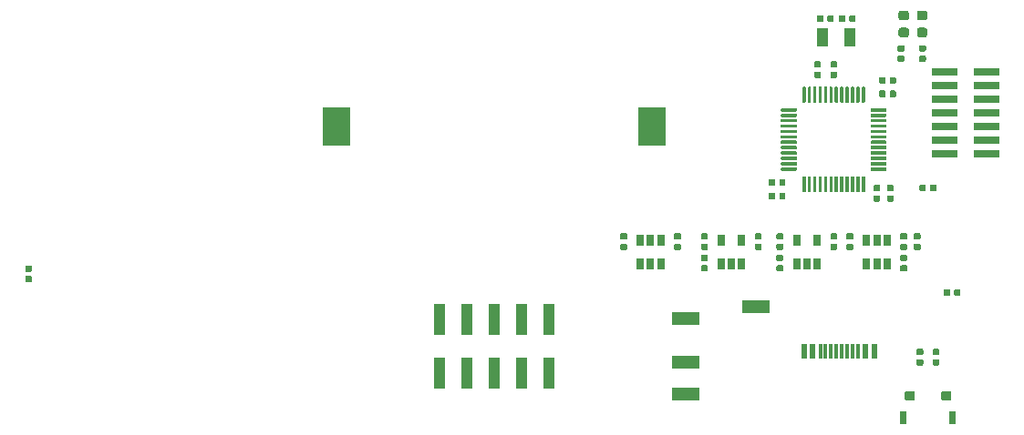
<source format=gbr>
G04 #@! TF.GenerationSoftware,KiCad,Pcbnew,(5.1.5-0-10_14)*
G04 #@! TF.CreationDate,2020-02-05T18:18:06+01:00*
G04 #@! TF.ProjectId,c100_rev_e,63313030-5f72-4657-965f-652e6b696361,rev?*
G04 #@! TF.SameCoordinates,Original*
G04 #@! TF.FileFunction,Paste,Top*
G04 #@! TF.FilePolarity,Positive*
%FSLAX46Y46*%
G04 Gerber Fmt 4.6, Leading zero omitted, Abs format (unit mm)*
G04 Created by KiCad (PCBNEW (5.1.5-0-10_14)) date 2020-02-05 18:18:06*
%MOMM*%
%LPD*%
G04 APERTURE LIST*
%ADD10C,0.150000*%
%ADD11R,0.650000X1.060000*%
%ADD12R,1.000000X3.000000*%
%ADD13R,2.500000X1.200000*%
%ADD14R,2.400000X0.740000*%
%ADD15R,0.600000X1.450000*%
%ADD16R,0.300000X1.450000*%
%ADD17R,1.000000X1.800000*%
%ADD18R,2.600000X3.600000*%
G04 APERTURE END LIST*
D10*
G36*
X88195881Y1499711D02*
G01*
X88201705Y1498847D01*
X88207417Y1497416D01*
X88212961Y1495433D01*
X88218284Y1492915D01*
X88223334Y1489888D01*
X88228064Y1486381D01*
X88232426Y1482426D01*
X88236381Y1478064D01*
X88239888Y1473334D01*
X88242915Y1468284D01*
X88245433Y1462961D01*
X88247416Y1457417D01*
X88248847Y1451705D01*
X88249711Y1445881D01*
X88250000Y1440000D01*
X88250000Y360000D01*
X88249711Y354119D01*
X88248847Y348295D01*
X88247416Y342583D01*
X88245433Y337039D01*
X88242915Y331716D01*
X88239888Y326666D01*
X88236381Y321936D01*
X88232426Y317574D01*
X88228064Y313619D01*
X88223334Y310112D01*
X88218284Y307085D01*
X88212961Y304567D01*
X88207417Y302584D01*
X88201705Y301153D01*
X88195881Y300289D01*
X88190000Y300000D01*
X87710000Y300000D01*
X87704119Y300289D01*
X87698295Y301153D01*
X87692583Y302584D01*
X87687039Y304567D01*
X87681716Y307085D01*
X87676666Y310112D01*
X87671936Y313619D01*
X87667574Y317574D01*
X87663619Y321936D01*
X87660112Y326666D01*
X87657085Y331716D01*
X87654567Y337039D01*
X87652584Y342583D01*
X87651153Y348295D01*
X87650289Y354119D01*
X87650000Y360000D01*
X87650000Y1440000D01*
X87650289Y1445881D01*
X87651153Y1451705D01*
X87652584Y1457417D01*
X87654567Y1462961D01*
X87657085Y1468284D01*
X87660112Y1473334D01*
X87663619Y1478064D01*
X87667574Y1482426D01*
X87671936Y1486381D01*
X87676666Y1489888D01*
X87681716Y1492915D01*
X87687039Y1495433D01*
X87692583Y1497416D01*
X87698295Y1498847D01*
X87704119Y1499711D01*
X87710000Y1500000D01*
X88190000Y1500000D01*
X88195881Y1499711D01*
G37*
G36*
X92795881Y1499711D02*
G01*
X92801705Y1498847D01*
X92807417Y1497416D01*
X92812961Y1495433D01*
X92818284Y1492915D01*
X92823334Y1489888D01*
X92828064Y1486381D01*
X92832426Y1482426D01*
X92836381Y1478064D01*
X92839888Y1473334D01*
X92842915Y1468284D01*
X92845433Y1462961D01*
X92847416Y1457417D01*
X92848847Y1451705D01*
X92849711Y1445881D01*
X92850000Y1440000D01*
X92850000Y360000D01*
X92849711Y354119D01*
X92848847Y348295D01*
X92847416Y342583D01*
X92845433Y337039D01*
X92842915Y331716D01*
X92839888Y326666D01*
X92836381Y321936D01*
X92832426Y317574D01*
X92828064Y313619D01*
X92823334Y310112D01*
X92818284Y307085D01*
X92812961Y304567D01*
X92807417Y302584D01*
X92801705Y301153D01*
X92795881Y300289D01*
X92790000Y300000D01*
X92310000Y300000D01*
X92304119Y300289D01*
X92298295Y301153D01*
X92292583Y302584D01*
X92287039Y304567D01*
X92281716Y307085D01*
X92276666Y310112D01*
X92271936Y313619D01*
X92267574Y317574D01*
X92263619Y321936D01*
X92260112Y326666D01*
X92257085Y331716D01*
X92254567Y337039D01*
X92252584Y342583D01*
X92251153Y348295D01*
X92250289Y354119D01*
X92250000Y360000D01*
X92250000Y1440000D01*
X92250289Y1445881D01*
X92251153Y1451705D01*
X92252584Y1457417D01*
X92254567Y1462961D01*
X92257085Y1468284D01*
X92260112Y1473334D01*
X92263619Y1478064D01*
X92267574Y1482426D01*
X92271936Y1486381D01*
X92276666Y1489888D01*
X92281716Y1492915D01*
X92287039Y1495433D01*
X92292583Y1497416D01*
X92298295Y1498847D01*
X92304119Y1499711D01*
X92310000Y1500000D01*
X92790000Y1500000D01*
X92795881Y1499711D01*
G37*
G36*
X92327841Y3299615D02*
G01*
X92335607Y3298463D01*
X92343223Y3296555D01*
X92350615Y3293910D01*
X92357712Y3290554D01*
X92364446Y3286518D01*
X92370751Y3281841D01*
X92376569Y3276569D01*
X92381841Y3270751D01*
X92386518Y3264446D01*
X92390554Y3257712D01*
X92393910Y3250615D01*
X92396555Y3243223D01*
X92398463Y3235607D01*
X92399615Y3227841D01*
X92400000Y3220000D01*
X92400000Y2580000D01*
X92399615Y2572159D01*
X92398463Y2564393D01*
X92396555Y2556777D01*
X92393910Y2549385D01*
X92390554Y2542288D01*
X92386518Y2535554D01*
X92381841Y2529249D01*
X92376569Y2523431D01*
X92370751Y2518159D01*
X92364446Y2513482D01*
X92357712Y2509446D01*
X92350615Y2506090D01*
X92343223Y2503445D01*
X92335607Y2501537D01*
X92327841Y2500385D01*
X92320000Y2500000D01*
X91580000Y2500000D01*
X91572159Y2500385D01*
X91564393Y2501537D01*
X91556777Y2503445D01*
X91549385Y2506090D01*
X91542288Y2509446D01*
X91535554Y2513482D01*
X91529249Y2518159D01*
X91523431Y2523431D01*
X91518159Y2529249D01*
X91513482Y2535554D01*
X91509446Y2542288D01*
X91506090Y2549385D01*
X91503445Y2556777D01*
X91501537Y2564393D01*
X91500385Y2572159D01*
X91500000Y2580000D01*
X91500000Y3220000D01*
X91500385Y3227841D01*
X91501537Y3235607D01*
X91503445Y3243223D01*
X91506090Y3250615D01*
X91509446Y3257712D01*
X91513482Y3264446D01*
X91518159Y3270751D01*
X91523431Y3276569D01*
X91529249Y3281841D01*
X91535554Y3286518D01*
X91542288Y3290554D01*
X91549385Y3293910D01*
X91556777Y3296555D01*
X91564393Y3298463D01*
X91572159Y3299615D01*
X91580000Y3300000D01*
X92320000Y3300000D01*
X92327841Y3299615D01*
G37*
G36*
X88927841Y3299615D02*
G01*
X88935607Y3298463D01*
X88943223Y3296555D01*
X88950615Y3293910D01*
X88957712Y3290554D01*
X88964446Y3286518D01*
X88970751Y3281841D01*
X88976569Y3276569D01*
X88981841Y3270751D01*
X88986518Y3264446D01*
X88990554Y3257712D01*
X88993910Y3250615D01*
X88996555Y3243223D01*
X88998463Y3235607D01*
X88999615Y3227841D01*
X89000000Y3220000D01*
X89000000Y2580000D01*
X88999615Y2572159D01*
X88998463Y2564393D01*
X88996555Y2556777D01*
X88993910Y2549385D01*
X88990554Y2542288D01*
X88986518Y2535554D01*
X88981841Y2529249D01*
X88976569Y2523431D01*
X88970751Y2518159D01*
X88964446Y2513482D01*
X88957712Y2509446D01*
X88950615Y2506090D01*
X88943223Y2503445D01*
X88935607Y2501537D01*
X88927841Y2500385D01*
X88920000Y2500000D01*
X88180000Y2500000D01*
X88172159Y2500385D01*
X88164393Y2501537D01*
X88156777Y2503445D01*
X88149385Y2506090D01*
X88142288Y2509446D01*
X88135554Y2513482D01*
X88129249Y2518159D01*
X88123431Y2523431D01*
X88118159Y2529249D01*
X88113482Y2535554D01*
X88109446Y2542288D01*
X88106090Y2549385D01*
X88103445Y2556777D01*
X88101537Y2564393D01*
X88100385Y2572159D01*
X88100000Y2580000D01*
X88100000Y3220000D01*
X88100385Y3227841D01*
X88101537Y3235607D01*
X88103445Y3243223D01*
X88106090Y3250615D01*
X88109446Y3257712D01*
X88113482Y3264446D01*
X88118159Y3270751D01*
X88123431Y3276569D01*
X88129249Y3281841D01*
X88135554Y3286518D01*
X88142288Y3290554D01*
X88149385Y3293910D01*
X88156777Y3296555D01*
X88164393Y3298463D01*
X88172159Y3299615D01*
X88180000Y3300000D01*
X88920000Y3300000D01*
X88927841Y3299615D01*
G37*
G36*
X91186958Y6309290D02*
G01*
X91201276Y6307166D01*
X91215317Y6303649D01*
X91228946Y6298772D01*
X91242031Y6292583D01*
X91254447Y6285142D01*
X91266073Y6276519D01*
X91276798Y6266798D01*
X91286519Y6256073D01*
X91295142Y6244447D01*
X91302583Y6232031D01*
X91308772Y6218946D01*
X91313649Y6205317D01*
X91317166Y6191276D01*
X91319290Y6176958D01*
X91320000Y6162500D01*
X91320000Y5867500D01*
X91319290Y5853042D01*
X91317166Y5838724D01*
X91313649Y5824683D01*
X91308772Y5811054D01*
X91302583Y5797969D01*
X91295142Y5785553D01*
X91286519Y5773927D01*
X91276798Y5763202D01*
X91266073Y5753481D01*
X91254447Y5744858D01*
X91242031Y5737417D01*
X91228946Y5731228D01*
X91215317Y5726351D01*
X91201276Y5722834D01*
X91186958Y5720710D01*
X91172500Y5720000D01*
X90827500Y5720000D01*
X90813042Y5720710D01*
X90798724Y5722834D01*
X90784683Y5726351D01*
X90771054Y5731228D01*
X90757969Y5737417D01*
X90745553Y5744858D01*
X90733927Y5753481D01*
X90723202Y5763202D01*
X90713481Y5773927D01*
X90704858Y5785553D01*
X90697417Y5797969D01*
X90691228Y5811054D01*
X90686351Y5824683D01*
X90682834Y5838724D01*
X90680710Y5853042D01*
X90680000Y5867500D01*
X90680000Y6162500D01*
X90680710Y6176958D01*
X90682834Y6191276D01*
X90686351Y6205317D01*
X90691228Y6218946D01*
X90697417Y6232031D01*
X90704858Y6244447D01*
X90713481Y6256073D01*
X90723202Y6266798D01*
X90733927Y6276519D01*
X90745553Y6285142D01*
X90757969Y6292583D01*
X90771054Y6298772D01*
X90784683Y6303649D01*
X90798724Y6307166D01*
X90813042Y6309290D01*
X90827500Y6310000D01*
X91172500Y6310000D01*
X91186958Y6309290D01*
G37*
G36*
X91186958Y7279290D02*
G01*
X91201276Y7277166D01*
X91215317Y7273649D01*
X91228946Y7268772D01*
X91242031Y7262583D01*
X91254447Y7255142D01*
X91266073Y7246519D01*
X91276798Y7236798D01*
X91286519Y7226073D01*
X91295142Y7214447D01*
X91302583Y7202031D01*
X91308772Y7188946D01*
X91313649Y7175317D01*
X91317166Y7161276D01*
X91319290Y7146958D01*
X91320000Y7132500D01*
X91320000Y6837500D01*
X91319290Y6823042D01*
X91317166Y6808724D01*
X91313649Y6794683D01*
X91308772Y6781054D01*
X91302583Y6767969D01*
X91295142Y6755553D01*
X91286519Y6743927D01*
X91276798Y6733202D01*
X91266073Y6723481D01*
X91254447Y6714858D01*
X91242031Y6707417D01*
X91228946Y6701228D01*
X91215317Y6696351D01*
X91201276Y6692834D01*
X91186958Y6690710D01*
X91172500Y6690000D01*
X90827500Y6690000D01*
X90813042Y6690710D01*
X90798724Y6692834D01*
X90784683Y6696351D01*
X90771054Y6701228D01*
X90757969Y6707417D01*
X90745553Y6714858D01*
X90733927Y6723481D01*
X90723202Y6733202D01*
X90713481Y6743927D01*
X90704858Y6755553D01*
X90697417Y6767969D01*
X90691228Y6781054D01*
X90686351Y6794683D01*
X90682834Y6808724D01*
X90680710Y6823042D01*
X90680000Y6837500D01*
X90680000Y7132500D01*
X90680710Y7146958D01*
X90682834Y7161276D01*
X90686351Y7175317D01*
X90691228Y7188946D01*
X90697417Y7202031D01*
X90704858Y7214447D01*
X90713481Y7226073D01*
X90723202Y7236798D01*
X90733927Y7246519D01*
X90745553Y7255142D01*
X90757969Y7262583D01*
X90771054Y7268772D01*
X90784683Y7273649D01*
X90798724Y7277166D01*
X90813042Y7279290D01*
X90827500Y7280000D01*
X91172500Y7280000D01*
X91186958Y7279290D01*
G37*
G36*
X86332351Y29649639D02*
G01*
X86339632Y29648559D01*
X86346771Y29646771D01*
X86353701Y29644291D01*
X86360355Y29641144D01*
X86366668Y29637360D01*
X86372579Y29632976D01*
X86378033Y29628033D01*
X86382976Y29622579D01*
X86387360Y29616668D01*
X86391144Y29610355D01*
X86394291Y29603701D01*
X86396771Y29596771D01*
X86398559Y29589632D01*
X86399639Y29582351D01*
X86400000Y29575000D01*
X86400000Y29425000D01*
X86399639Y29417649D01*
X86398559Y29410368D01*
X86396771Y29403229D01*
X86394291Y29396299D01*
X86391144Y29389645D01*
X86387360Y29383332D01*
X86382976Y29377421D01*
X86378033Y29371967D01*
X86372579Y29367024D01*
X86366668Y29362640D01*
X86360355Y29358856D01*
X86353701Y29355709D01*
X86346771Y29353229D01*
X86339632Y29351441D01*
X86332351Y29350361D01*
X86325000Y29350000D01*
X85000000Y29350000D01*
X84992649Y29350361D01*
X84985368Y29351441D01*
X84978229Y29353229D01*
X84971299Y29355709D01*
X84964645Y29358856D01*
X84958332Y29362640D01*
X84952421Y29367024D01*
X84946967Y29371967D01*
X84942024Y29377421D01*
X84937640Y29383332D01*
X84933856Y29389645D01*
X84930709Y29396299D01*
X84928229Y29403229D01*
X84926441Y29410368D01*
X84925361Y29417649D01*
X84925000Y29425000D01*
X84925000Y29575000D01*
X84925361Y29582351D01*
X84926441Y29589632D01*
X84928229Y29596771D01*
X84930709Y29603701D01*
X84933856Y29610355D01*
X84937640Y29616668D01*
X84942024Y29622579D01*
X84946967Y29628033D01*
X84952421Y29632976D01*
X84958332Y29637360D01*
X84964645Y29641144D01*
X84971299Y29644291D01*
X84978229Y29646771D01*
X84985368Y29648559D01*
X84992649Y29649639D01*
X85000000Y29650000D01*
X86325000Y29650000D01*
X86332351Y29649639D01*
G37*
G36*
X86332351Y29149639D02*
G01*
X86339632Y29148559D01*
X86346771Y29146771D01*
X86353701Y29144291D01*
X86360355Y29141144D01*
X86366668Y29137360D01*
X86372579Y29132976D01*
X86378033Y29128033D01*
X86382976Y29122579D01*
X86387360Y29116668D01*
X86391144Y29110355D01*
X86394291Y29103701D01*
X86396771Y29096771D01*
X86398559Y29089632D01*
X86399639Y29082351D01*
X86400000Y29075000D01*
X86400000Y28925000D01*
X86399639Y28917649D01*
X86398559Y28910368D01*
X86396771Y28903229D01*
X86394291Y28896299D01*
X86391144Y28889645D01*
X86387360Y28883332D01*
X86382976Y28877421D01*
X86378033Y28871967D01*
X86372579Y28867024D01*
X86366668Y28862640D01*
X86360355Y28858856D01*
X86353701Y28855709D01*
X86346771Y28853229D01*
X86339632Y28851441D01*
X86332351Y28850361D01*
X86325000Y28850000D01*
X85000000Y28850000D01*
X84992649Y28850361D01*
X84985368Y28851441D01*
X84978229Y28853229D01*
X84971299Y28855709D01*
X84964645Y28858856D01*
X84958332Y28862640D01*
X84952421Y28867024D01*
X84946967Y28871967D01*
X84942024Y28877421D01*
X84937640Y28883332D01*
X84933856Y28889645D01*
X84930709Y28896299D01*
X84928229Y28903229D01*
X84926441Y28910368D01*
X84925361Y28917649D01*
X84925000Y28925000D01*
X84925000Y29075000D01*
X84925361Y29082351D01*
X84926441Y29089632D01*
X84928229Y29096771D01*
X84930709Y29103701D01*
X84933856Y29110355D01*
X84937640Y29116668D01*
X84942024Y29122579D01*
X84946967Y29128033D01*
X84952421Y29132976D01*
X84958332Y29137360D01*
X84964645Y29141144D01*
X84971299Y29144291D01*
X84978229Y29146771D01*
X84985368Y29148559D01*
X84992649Y29149639D01*
X85000000Y29150000D01*
X86325000Y29150000D01*
X86332351Y29149639D01*
G37*
G36*
X86332351Y28649639D02*
G01*
X86339632Y28648559D01*
X86346771Y28646771D01*
X86353701Y28644291D01*
X86360355Y28641144D01*
X86366668Y28637360D01*
X86372579Y28632976D01*
X86378033Y28628033D01*
X86382976Y28622579D01*
X86387360Y28616668D01*
X86391144Y28610355D01*
X86394291Y28603701D01*
X86396771Y28596771D01*
X86398559Y28589632D01*
X86399639Y28582351D01*
X86400000Y28575000D01*
X86400000Y28425000D01*
X86399639Y28417649D01*
X86398559Y28410368D01*
X86396771Y28403229D01*
X86394291Y28396299D01*
X86391144Y28389645D01*
X86387360Y28383332D01*
X86382976Y28377421D01*
X86378033Y28371967D01*
X86372579Y28367024D01*
X86366668Y28362640D01*
X86360355Y28358856D01*
X86353701Y28355709D01*
X86346771Y28353229D01*
X86339632Y28351441D01*
X86332351Y28350361D01*
X86325000Y28350000D01*
X85000000Y28350000D01*
X84992649Y28350361D01*
X84985368Y28351441D01*
X84978229Y28353229D01*
X84971299Y28355709D01*
X84964645Y28358856D01*
X84958332Y28362640D01*
X84952421Y28367024D01*
X84946967Y28371967D01*
X84942024Y28377421D01*
X84937640Y28383332D01*
X84933856Y28389645D01*
X84930709Y28396299D01*
X84928229Y28403229D01*
X84926441Y28410368D01*
X84925361Y28417649D01*
X84925000Y28425000D01*
X84925000Y28575000D01*
X84925361Y28582351D01*
X84926441Y28589632D01*
X84928229Y28596771D01*
X84930709Y28603701D01*
X84933856Y28610355D01*
X84937640Y28616668D01*
X84942024Y28622579D01*
X84946967Y28628033D01*
X84952421Y28632976D01*
X84958332Y28637360D01*
X84964645Y28641144D01*
X84971299Y28644291D01*
X84978229Y28646771D01*
X84985368Y28648559D01*
X84992649Y28649639D01*
X85000000Y28650000D01*
X86325000Y28650000D01*
X86332351Y28649639D01*
G37*
G36*
X86332351Y28149639D02*
G01*
X86339632Y28148559D01*
X86346771Y28146771D01*
X86353701Y28144291D01*
X86360355Y28141144D01*
X86366668Y28137360D01*
X86372579Y28132976D01*
X86378033Y28128033D01*
X86382976Y28122579D01*
X86387360Y28116668D01*
X86391144Y28110355D01*
X86394291Y28103701D01*
X86396771Y28096771D01*
X86398559Y28089632D01*
X86399639Y28082351D01*
X86400000Y28075000D01*
X86400000Y27925000D01*
X86399639Y27917649D01*
X86398559Y27910368D01*
X86396771Y27903229D01*
X86394291Y27896299D01*
X86391144Y27889645D01*
X86387360Y27883332D01*
X86382976Y27877421D01*
X86378033Y27871967D01*
X86372579Y27867024D01*
X86366668Y27862640D01*
X86360355Y27858856D01*
X86353701Y27855709D01*
X86346771Y27853229D01*
X86339632Y27851441D01*
X86332351Y27850361D01*
X86325000Y27850000D01*
X85000000Y27850000D01*
X84992649Y27850361D01*
X84985368Y27851441D01*
X84978229Y27853229D01*
X84971299Y27855709D01*
X84964645Y27858856D01*
X84958332Y27862640D01*
X84952421Y27867024D01*
X84946967Y27871967D01*
X84942024Y27877421D01*
X84937640Y27883332D01*
X84933856Y27889645D01*
X84930709Y27896299D01*
X84928229Y27903229D01*
X84926441Y27910368D01*
X84925361Y27917649D01*
X84925000Y27925000D01*
X84925000Y28075000D01*
X84925361Y28082351D01*
X84926441Y28089632D01*
X84928229Y28096771D01*
X84930709Y28103701D01*
X84933856Y28110355D01*
X84937640Y28116668D01*
X84942024Y28122579D01*
X84946967Y28128033D01*
X84952421Y28132976D01*
X84958332Y28137360D01*
X84964645Y28141144D01*
X84971299Y28144291D01*
X84978229Y28146771D01*
X84985368Y28148559D01*
X84992649Y28149639D01*
X85000000Y28150000D01*
X86325000Y28150000D01*
X86332351Y28149639D01*
G37*
G36*
X86332351Y27649639D02*
G01*
X86339632Y27648559D01*
X86346771Y27646771D01*
X86353701Y27644291D01*
X86360355Y27641144D01*
X86366668Y27637360D01*
X86372579Y27632976D01*
X86378033Y27628033D01*
X86382976Y27622579D01*
X86387360Y27616668D01*
X86391144Y27610355D01*
X86394291Y27603701D01*
X86396771Y27596771D01*
X86398559Y27589632D01*
X86399639Y27582351D01*
X86400000Y27575000D01*
X86400000Y27425000D01*
X86399639Y27417649D01*
X86398559Y27410368D01*
X86396771Y27403229D01*
X86394291Y27396299D01*
X86391144Y27389645D01*
X86387360Y27383332D01*
X86382976Y27377421D01*
X86378033Y27371967D01*
X86372579Y27367024D01*
X86366668Y27362640D01*
X86360355Y27358856D01*
X86353701Y27355709D01*
X86346771Y27353229D01*
X86339632Y27351441D01*
X86332351Y27350361D01*
X86325000Y27350000D01*
X85000000Y27350000D01*
X84992649Y27350361D01*
X84985368Y27351441D01*
X84978229Y27353229D01*
X84971299Y27355709D01*
X84964645Y27358856D01*
X84958332Y27362640D01*
X84952421Y27367024D01*
X84946967Y27371967D01*
X84942024Y27377421D01*
X84937640Y27383332D01*
X84933856Y27389645D01*
X84930709Y27396299D01*
X84928229Y27403229D01*
X84926441Y27410368D01*
X84925361Y27417649D01*
X84925000Y27425000D01*
X84925000Y27575000D01*
X84925361Y27582351D01*
X84926441Y27589632D01*
X84928229Y27596771D01*
X84930709Y27603701D01*
X84933856Y27610355D01*
X84937640Y27616668D01*
X84942024Y27622579D01*
X84946967Y27628033D01*
X84952421Y27632976D01*
X84958332Y27637360D01*
X84964645Y27641144D01*
X84971299Y27644291D01*
X84978229Y27646771D01*
X84985368Y27648559D01*
X84992649Y27649639D01*
X85000000Y27650000D01*
X86325000Y27650000D01*
X86332351Y27649639D01*
G37*
G36*
X86332351Y27149639D02*
G01*
X86339632Y27148559D01*
X86346771Y27146771D01*
X86353701Y27144291D01*
X86360355Y27141144D01*
X86366668Y27137360D01*
X86372579Y27132976D01*
X86378033Y27128033D01*
X86382976Y27122579D01*
X86387360Y27116668D01*
X86391144Y27110355D01*
X86394291Y27103701D01*
X86396771Y27096771D01*
X86398559Y27089632D01*
X86399639Y27082351D01*
X86400000Y27075000D01*
X86400000Y26925000D01*
X86399639Y26917649D01*
X86398559Y26910368D01*
X86396771Y26903229D01*
X86394291Y26896299D01*
X86391144Y26889645D01*
X86387360Y26883332D01*
X86382976Y26877421D01*
X86378033Y26871967D01*
X86372579Y26867024D01*
X86366668Y26862640D01*
X86360355Y26858856D01*
X86353701Y26855709D01*
X86346771Y26853229D01*
X86339632Y26851441D01*
X86332351Y26850361D01*
X86325000Y26850000D01*
X85000000Y26850000D01*
X84992649Y26850361D01*
X84985368Y26851441D01*
X84978229Y26853229D01*
X84971299Y26855709D01*
X84964645Y26858856D01*
X84958332Y26862640D01*
X84952421Y26867024D01*
X84946967Y26871967D01*
X84942024Y26877421D01*
X84937640Y26883332D01*
X84933856Y26889645D01*
X84930709Y26896299D01*
X84928229Y26903229D01*
X84926441Y26910368D01*
X84925361Y26917649D01*
X84925000Y26925000D01*
X84925000Y27075000D01*
X84925361Y27082351D01*
X84926441Y27089632D01*
X84928229Y27096771D01*
X84930709Y27103701D01*
X84933856Y27110355D01*
X84937640Y27116668D01*
X84942024Y27122579D01*
X84946967Y27128033D01*
X84952421Y27132976D01*
X84958332Y27137360D01*
X84964645Y27141144D01*
X84971299Y27144291D01*
X84978229Y27146771D01*
X84985368Y27148559D01*
X84992649Y27149639D01*
X85000000Y27150000D01*
X86325000Y27150000D01*
X86332351Y27149639D01*
G37*
G36*
X86332351Y26649639D02*
G01*
X86339632Y26648559D01*
X86346771Y26646771D01*
X86353701Y26644291D01*
X86360355Y26641144D01*
X86366668Y26637360D01*
X86372579Y26632976D01*
X86378033Y26628033D01*
X86382976Y26622579D01*
X86387360Y26616668D01*
X86391144Y26610355D01*
X86394291Y26603701D01*
X86396771Y26596771D01*
X86398559Y26589632D01*
X86399639Y26582351D01*
X86400000Y26575000D01*
X86400000Y26425000D01*
X86399639Y26417649D01*
X86398559Y26410368D01*
X86396771Y26403229D01*
X86394291Y26396299D01*
X86391144Y26389645D01*
X86387360Y26383332D01*
X86382976Y26377421D01*
X86378033Y26371967D01*
X86372579Y26367024D01*
X86366668Y26362640D01*
X86360355Y26358856D01*
X86353701Y26355709D01*
X86346771Y26353229D01*
X86339632Y26351441D01*
X86332351Y26350361D01*
X86325000Y26350000D01*
X85000000Y26350000D01*
X84992649Y26350361D01*
X84985368Y26351441D01*
X84978229Y26353229D01*
X84971299Y26355709D01*
X84964645Y26358856D01*
X84958332Y26362640D01*
X84952421Y26367024D01*
X84946967Y26371967D01*
X84942024Y26377421D01*
X84937640Y26383332D01*
X84933856Y26389645D01*
X84930709Y26396299D01*
X84928229Y26403229D01*
X84926441Y26410368D01*
X84925361Y26417649D01*
X84925000Y26425000D01*
X84925000Y26575000D01*
X84925361Y26582351D01*
X84926441Y26589632D01*
X84928229Y26596771D01*
X84930709Y26603701D01*
X84933856Y26610355D01*
X84937640Y26616668D01*
X84942024Y26622579D01*
X84946967Y26628033D01*
X84952421Y26632976D01*
X84958332Y26637360D01*
X84964645Y26641144D01*
X84971299Y26644291D01*
X84978229Y26646771D01*
X84985368Y26648559D01*
X84992649Y26649639D01*
X85000000Y26650000D01*
X86325000Y26650000D01*
X86332351Y26649639D01*
G37*
G36*
X86332351Y26149639D02*
G01*
X86339632Y26148559D01*
X86346771Y26146771D01*
X86353701Y26144291D01*
X86360355Y26141144D01*
X86366668Y26137360D01*
X86372579Y26132976D01*
X86378033Y26128033D01*
X86382976Y26122579D01*
X86387360Y26116668D01*
X86391144Y26110355D01*
X86394291Y26103701D01*
X86396771Y26096771D01*
X86398559Y26089632D01*
X86399639Y26082351D01*
X86400000Y26075000D01*
X86400000Y25925000D01*
X86399639Y25917649D01*
X86398559Y25910368D01*
X86396771Y25903229D01*
X86394291Y25896299D01*
X86391144Y25889645D01*
X86387360Y25883332D01*
X86382976Y25877421D01*
X86378033Y25871967D01*
X86372579Y25867024D01*
X86366668Y25862640D01*
X86360355Y25858856D01*
X86353701Y25855709D01*
X86346771Y25853229D01*
X86339632Y25851441D01*
X86332351Y25850361D01*
X86325000Y25850000D01*
X85000000Y25850000D01*
X84992649Y25850361D01*
X84985368Y25851441D01*
X84978229Y25853229D01*
X84971299Y25855709D01*
X84964645Y25858856D01*
X84958332Y25862640D01*
X84952421Y25867024D01*
X84946967Y25871967D01*
X84942024Y25877421D01*
X84937640Y25883332D01*
X84933856Y25889645D01*
X84930709Y25896299D01*
X84928229Y25903229D01*
X84926441Y25910368D01*
X84925361Y25917649D01*
X84925000Y25925000D01*
X84925000Y26075000D01*
X84925361Y26082351D01*
X84926441Y26089632D01*
X84928229Y26096771D01*
X84930709Y26103701D01*
X84933856Y26110355D01*
X84937640Y26116668D01*
X84942024Y26122579D01*
X84946967Y26128033D01*
X84952421Y26132976D01*
X84958332Y26137360D01*
X84964645Y26141144D01*
X84971299Y26144291D01*
X84978229Y26146771D01*
X84985368Y26148559D01*
X84992649Y26149639D01*
X85000000Y26150000D01*
X86325000Y26150000D01*
X86332351Y26149639D01*
G37*
G36*
X86332351Y25649639D02*
G01*
X86339632Y25648559D01*
X86346771Y25646771D01*
X86353701Y25644291D01*
X86360355Y25641144D01*
X86366668Y25637360D01*
X86372579Y25632976D01*
X86378033Y25628033D01*
X86382976Y25622579D01*
X86387360Y25616668D01*
X86391144Y25610355D01*
X86394291Y25603701D01*
X86396771Y25596771D01*
X86398559Y25589632D01*
X86399639Y25582351D01*
X86400000Y25575000D01*
X86400000Y25425000D01*
X86399639Y25417649D01*
X86398559Y25410368D01*
X86396771Y25403229D01*
X86394291Y25396299D01*
X86391144Y25389645D01*
X86387360Y25383332D01*
X86382976Y25377421D01*
X86378033Y25371967D01*
X86372579Y25367024D01*
X86366668Y25362640D01*
X86360355Y25358856D01*
X86353701Y25355709D01*
X86346771Y25353229D01*
X86339632Y25351441D01*
X86332351Y25350361D01*
X86325000Y25350000D01*
X85000000Y25350000D01*
X84992649Y25350361D01*
X84985368Y25351441D01*
X84978229Y25353229D01*
X84971299Y25355709D01*
X84964645Y25358856D01*
X84958332Y25362640D01*
X84952421Y25367024D01*
X84946967Y25371967D01*
X84942024Y25377421D01*
X84937640Y25383332D01*
X84933856Y25389645D01*
X84930709Y25396299D01*
X84928229Y25403229D01*
X84926441Y25410368D01*
X84925361Y25417649D01*
X84925000Y25425000D01*
X84925000Y25575000D01*
X84925361Y25582351D01*
X84926441Y25589632D01*
X84928229Y25596771D01*
X84930709Y25603701D01*
X84933856Y25610355D01*
X84937640Y25616668D01*
X84942024Y25622579D01*
X84946967Y25628033D01*
X84952421Y25632976D01*
X84958332Y25637360D01*
X84964645Y25641144D01*
X84971299Y25644291D01*
X84978229Y25646771D01*
X84985368Y25648559D01*
X84992649Y25649639D01*
X85000000Y25650000D01*
X86325000Y25650000D01*
X86332351Y25649639D01*
G37*
G36*
X86332351Y25149639D02*
G01*
X86339632Y25148559D01*
X86346771Y25146771D01*
X86353701Y25144291D01*
X86360355Y25141144D01*
X86366668Y25137360D01*
X86372579Y25132976D01*
X86378033Y25128033D01*
X86382976Y25122579D01*
X86387360Y25116668D01*
X86391144Y25110355D01*
X86394291Y25103701D01*
X86396771Y25096771D01*
X86398559Y25089632D01*
X86399639Y25082351D01*
X86400000Y25075000D01*
X86400000Y24925000D01*
X86399639Y24917649D01*
X86398559Y24910368D01*
X86396771Y24903229D01*
X86394291Y24896299D01*
X86391144Y24889645D01*
X86387360Y24883332D01*
X86382976Y24877421D01*
X86378033Y24871967D01*
X86372579Y24867024D01*
X86366668Y24862640D01*
X86360355Y24858856D01*
X86353701Y24855709D01*
X86346771Y24853229D01*
X86339632Y24851441D01*
X86332351Y24850361D01*
X86325000Y24850000D01*
X85000000Y24850000D01*
X84992649Y24850361D01*
X84985368Y24851441D01*
X84978229Y24853229D01*
X84971299Y24855709D01*
X84964645Y24858856D01*
X84958332Y24862640D01*
X84952421Y24867024D01*
X84946967Y24871967D01*
X84942024Y24877421D01*
X84937640Y24883332D01*
X84933856Y24889645D01*
X84930709Y24896299D01*
X84928229Y24903229D01*
X84926441Y24910368D01*
X84925361Y24917649D01*
X84925000Y24925000D01*
X84925000Y25075000D01*
X84925361Y25082351D01*
X84926441Y25089632D01*
X84928229Y25096771D01*
X84930709Y25103701D01*
X84933856Y25110355D01*
X84937640Y25116668D01*
X84942024Y25122579D01*
X84946967Y25128033D01*
X84952421Y25132976D01*
X84958332Y25137360D01*
X84964645Y25141144D01*
X84971299Y25144291D01*
X84978229Y25146771D01*
X84985368Y25148559D01*
X84992649Y25149639D01*
X85000000Y25150000D01*
X86325000Y25150000D01*
X86332351Y25149639D01*
G37*
G36*
X86332351Y24649639D02*
G01*
X86339632Y24648559D01*
X86346771Y24646771D01*
X86353701Y24644291D01*
X86360355Y24641144D01*
X86366668Y24637360D01*
X86372579Y24632976D01*
X86378033Y24628033D01*
X86382976Y24622579D01*
X86387360Y24616668D01*
X86391144Y24610355D01*
X86394291Y24603701D01*
X86396771Y24596771D01*
X86398559Y24589632D01*
X86399639Y24582351D01*
X86400000Y24575000D01*
X86400000Y24425000D01*
X86399639Y24417649D01*
X86398559Y24410368D01*
X86396771Y24403229D01*
X86394291Y24396299D01*
X86391144Y24389645D01*
X86387360Y24383332D01*
X86382976Y24377421D01*
X86378033Y24371967D01*
X86372579Y24367024D01*
X86366668Y24362640D01*
X86360355Y24358856D01*
X86353701Y24355709D01*
X86346771Y24353229D01*
X86339632Y24351441D01*
X86332351Y24350361D01*
X86325000Y24350000D01*
X85000000Y24350000D01*
X84992649Y24350361D01*
X84985368Y24351441D01*
X84978229Y24353229D01*
X84971299Y24355709D01*
X84964645Y24358856D01*
X84958332Y24362640D01*
X84952421Y24367024D01*
X84946967Y24371967D01*
X84942024Y24377421D01*
X84937640Y24383332D01*
X84933856Y24389645D01*
X84930709Y24396299D01*
X84928229Y24403229D01*
X84926441Y24410368D01*
X84925361Y24417649D01*
X84925000Y24425000D01*
X84925000Y24575000D01*
X84925361Y24582351D01*
X84926441Y24589632D01*
X84928229Y24596771D01*
X84930709Y24603701D01*
X84933856Y24610355D01*
X84937640Y24616668D01*
X84942024Y24622579D01*
X84946967Y24628033D01*
X84952421Y24632976D01*
X84958332Y24637360D01*
X84964645Y24641144D01*
X84971299Y24644291D01*
X84978229Y24646771D01*
X84985368Y24648559D01*
X84992649Y24649639D01*
X85000000Y24650000D01*
X86325000Y24650000D01*
X86332351Y24649639D01*
G37*
G36*
X86332351Y24149639D02*
G01*
X86339632Y24148559D01*
X86346771Y24146771D01*
X86353701Y24144291D01*
X86360355Y24141144D01*
X86366668Y24137360D01*
X86372579Y24132976D01*
X86378033Y24128033D01*
X86382976Y24122579D01*
X86387360Y24116668D01*
X86391144Y24110355D01*
X86394291Y24103701D01*
X86396771Y24096771D01*
X86398559Y24089632D01*
X86399639Y24082351D01*
X86400000Y24075000D01*
X86400000Y23925000D01*
X86399639Y23917649D01*
X86398559Y23910368D01*
X86396771Y23903229D01*
X86394291Y23896299D01*
X86391144Y23889645D01*
X86387360Y23883332D01*
X86382976Y23877421D01*
X86378033Y23871967D01*
X86372579Y23867024D01*
X86366668Y23862640D01*
X86360355Y23858856D01*
X86353701Y23855709D01*
X86346771Y23853229D01*
X86339632Y23851441D01*
X86332351Y23850361D01*
X86325000Y23850000D01*
X85000000Y23850000D01*
X84992649Y23850361D01*
X84985368Y23851441D01*
X84978229Y23853229D01*
X84971299Y23855709D01*
X84964645Y23858856D01*
X84958332Y23862640D01*
X84952421Y23867024D01*
X84946967Y23871967D01*
X84942024Y23877421D01*
X84937640Y23883332D01*
X84933856Y23889645D01*
X84930709Y23896299D01*
X84928229Y23903229D01*
X84926441Y23910368D01*
X84925361Y23917649D01*
X84925000Y23925000D01*
X84925000Y24075000D01*
X84925361Y24082351D01*
X84926441Y24089632D01*
X84928229Y24096771D01*
X84930709Y24103701D01*
X84933856Y24110355D01*
X84937640Y24116668D01*
X84942024Y24122579D01*
X84946967Y24128033D01*
X84952421Y24132976D01*
X84958332Y24137360D01*
X84964645Y24141144D01*
X84971299Y24144291D01*
X84978229Y24146771D01*
X84985368Y24148559D01*
X84992649Y24149639D01*
X85000000Y24150000D01*
X86325000Y24150000D01*
X86332351Y24149639D01*
G37*
G36*
X84332351Y23324639D02*
G01*
X84339632Y23323559D01*
X84346771Y23321771D01*
X84353701Y23319291D01*
X84360355Y23316144D01*
X84366668Y23312360D01*
X84372579Y23307976D01*
X84378033Y23303033D01*
X84382976Y23297579D01*
X84387360Y23291668D01*
X84391144Y23285355D01*
X84394291Y23278701D01*
X84396771Y23271771D01*
X84398559Y23264632D01*
X84399639Y23257351D01*
X84400000Y23250000D01*
X84400000Y21925000D01*
X84399639Y21917649D01*
X84398559Y21910368D01*
X84396771Y21903229D01*
X84394291Y21896299D01*
X84391144Y21889645D01*
X84387360Y21883332D01*
X84382976Y21877421D01*
X84378033Y21871967D01*
X84372579Y21867024D01*
X84366668Y21862640D01*
X84360355Y21858856D01*
X84353701Y21855709D01*
X84346771Y21853229D01*
X84339632Y21851441D01*
X84332351Y21850361D01*
X84325000Y21850000D01*
X84175000Y21850000D01*
X84167649Y21850361D01*
X84160368Y21851441D01*
X84153229Y21853229D01*
X84146299Y21855709D01*
X84139645Y21858856D01*
X84133332Y21862640D01*
X84127421Y21867024D01*
X84121967Y21871967D01*
X84117024Y21877421D01*
X84112640Y21883332D01*
X84108856Y21889645D01*
X84105709Y21896299D01*
X84103229Y21903229D01*
X84101441Y21910368D01*
X84100361Y21917649D01*
X84100000Y21925000D01*
X84100000Y23250000D01*
X84100361Y23257351D01*
X84101441Y23264632D01*
X84103229Y23271771D01*
X84105709Y23278701D01*
X84108856Y23285355D01*
X84112640Y23291668D01*
X84117024Y23297579D01*
X84121967Y23303033D01*
X84127421Y23307976D01*
X84133332Y23312360D01*
X84139645Y23316144D01*
X84146299Y23319291D01*
X84153229Y23321771D01*
X84160368Y23323559D01*
X84167649Y23324639D01*
X84175000Y23325000D01*
X84325000Y23325000D01*
X84332351Y23324639D01*
G37*
G36*
X83832351Y23324639D02*
G01*
X83839632Y23323559D01*
X83846771Y23321771D01*
X83853701Y23319291D01*
X83860355Y23316144D01*
X83866668Y23312360D01*
X83872579Y23307976D01*
X83878033Y23303033D01*
X83882976Y23297579D01*
X83887360Y23291668D01*
X83891144Y23285355D01*
X83894291Y23278701D01*
X83896771Y23271771D01*
X83898559Y23264632D01*
X83899639Y23257351D01*
X83900000Y23250000D01*
X83900000Y21925000D01*
X83899639Y21917649D01*
X83898559Y21910368D01*
X83896771Y21903229D01*
X83894291Y21896299D01*
X83891144Y21889645D01*
X83887360Y21883332D01*
X83882976Y21877421D01*
X83878033Y21871967D01*
X83872579Y21867024D01*
X83866668Y21862640D01*
X83860355Y21858856D01*
X83853701Y21855709D01*
X83846771Y21853229D01*
X83839632Y21851441D01*
X83832351Y21850361D01*
X83825000Y21850000D01*
X83675000Y21850000D01*
X83667649Y21850361D01*
X83660368Y21851441D01*
X83653229Y21853229D01*
X83646299Y21855709D01*
X83639645Y21858856D01*
X83633332Y21862640D01*
X83627421Y21867024D01*
X83621967Y21871967D01*
X83617024Y21877421D01*
X83612640Y21883332D01*
X83608856Y21889645D01*
X83605709Y21896299D01*
X83603229Y21903229D01*
X83601441Y21910368D01*
X83600361Y21917649D01*
X83600000Y21925000D01*
X83600000Y23250000D01*
X83600361Y23257351D01*
X83601441Y23264632D01*
X83603229Y23271771D01*
X83605709Y23278701D01*
X83608856Y23285355D01*
X83612640Y23291668D01*
X83617024Y23297579D01*
X83621967Y23303033D01*
X83627421Y23307976D01*
X83633332Y23312360D01*
X83639645Y23316144D01*
X83646299Y23319291D01*
X83653229Y23321771D01*
X83660368Y23323559D01*
X83667649Y23324639D01*
X83675000Y23325000D01*
X83825000Y23325000D01*
X83832351Y23324639D01*
G37*
G36*
X83332351Y23324639D02*
G01*
X83339632Y23323559D01*
X83346771Y23321771D01*
X83353701Y23319291D01*
X83360355Y23316144D01*
X83366668Y23312360D01*
X83372579Y23307976D01*
X83378033Y23303033D01*
X83382976Y23297579D01*
X83387360Y23291668D01*
X83391144Y23285355D01*
X83394291Y23278701D01*
X83396771Y23271771D01*
X83398559Y23264632D01*
X83399639Y23257351D01*
X83400000Y23250000D01*
X83400000Y21925000D01*
X83399639Y21917649D01*
X83398559Y21910368D01*
X83396771Y21903229D01*
X83394291Y21896299D01*
X83391144Y21889645D01*
X83387360Y21883332D01*
X83382976Y21877421D01*
X83378033Y21871967D01*
X83372579Y21867024D01*
X83366668Y21862640D01*
X83360355Y21858856D01*
X83353701Y21855709D01*
X83346771Y21853229D01*
X83339632Y21851441D01*
X83332351Y21850361D01*
X83325000Y21850000D01*
X83175000Y21850000D01*
X83167649Y21850361D01*
X83160368Y21851441D01*
X83153229Y21853229D01*
X83146299Y21855709D01*
X83139645Y21858856D01*
X83133332Y21862640D01*
X83127421Y21867024D01*
X83121967Y21871967D01*
X83117024Y21877421D01*
X83112640Y21883332D01*
X83108856Y21889645D01*
X83105709Y21896299D01*
X83103229Y21903229D01*
X83101441Y21910368D01*
X83100361Y21917649D01*
X83100000Y21925000D01*
X83100000Y23250000D01*
X83100361Y23257351D01*
X83101441Y23264632D01*
X83103229Y23271771D01*
X83105709Y23278701D01*
X83108856Y23285355D01*
X83112640Y23291668D01*
X83117024Y23297579D01*
X83121967Y23303033D01*
X83127421Y23307976D01*
X83133332Y23312360D01*
X83139645Y23316144D01*
X83146299Y23319291D01*
X83153229Y23321771D01*
X83160368Y23323559D01*
X83167649Y23324639D01*
X83175000Y23325000D01*
X83325000Y23325000D01*
X83332351Y23324639D01*
G37*
G36*
X82832351Y23324639D02*
G01*
X82839632Y23323559D01*
X82846771Y23321771D01*
X82853701Y23319291D01*
X82860355Y23316144D01*
X82866668Y23312360D01*
X82872579Y23307976D01*
X82878033Y23303033D01*
X82882976Y23297579D01*
X82887360Y23291668D01*
X82891144Y23285355D01*
X82894291Y23278701D01*
X82896771Y23271771D01*
X82898559Y23264632D01*
X82899639Y23257351D01*
X82900000Y23250000D01*
X82900000Y21925000D01*
X82899639Y21917649D01*
X82898559Y21910368D01*
X82896771Y21903229D01*
X82894291Y21896299D01*
X82891144Y21889645D01*
X82887360Y21883332D01*
X82882976Y21877421D01*
X82878033Y21871967D01*
X82872579Y21867024D01*
X82866668Y21862640D01*
X82860355Y21858856D01*
X82853701Y21855709D01*
X82846771Y21853229D01*
X82839632Y21851441D01*
X82832351Y21850361D01*
X82825000Y21850000D01*
X82675000Y21850000D01*
X82667649Y21850361D01*
X82660368Y21851441D01*
X82653229Y21853229D01*
X82646299Y21855709D01*
X82639645Y21858856D01*
X82633332Y21862640D01*
X82627421Y21867024D01*
X82621967Y21871967D01*
X82617024Y21877421D01*
X82612640Y21883332D01*
X82608856Y21889645D01*
X82605709Y21896299D01*
X82603229Y21903229D01*
X82601441Y21910368D01*
X82600361Y21917649D01*
X82600000Y21925000D01*
X82600000Y23250000D01*
X82600361Y23257351D01*
X82601441Y23264632D01*
X82603229Y23271771D01*
X82605709Y23278701D01*
X82608856Y23285355D01*
X82612640Y23291668D01*
X82617024Y23297579D01*
X82621967Y23303033D01*
X82627421Y23307976D01*
X82633332Y23312360D01*
X82639645Y23316144D01*
X82646299Y23319291D01*
X82653229Y23321771D01*
X82660368Y23323559D01*
X82667649Y23324639D01*
X82675000Y23325000D01*
X82825000Y23325000D01*
X82832351Y23324639D01*
G37*
G36*
X82332351Y23324639D02*
G01*
X82339632Y23323559D01*
X82346771Y23321771D01*
X82353701Y23319291D01*
X82360355Y23316144D01*
X82366668Y23312360D01*
X82372579Y23307976D01*
X82378033Y23303033D01*
X82382976Y23297579D01*
X82387360Y23291668D01*
X82391144Y23285355D01*
X82394291Y23278701D01*
X82396771Y23271771D01*
X82398559Y23264632D01*
X82399639Y23257351D01*
X82400000Y23250000D01*
X82400000Y21925000D01*
X82399639Y21917649D01*
X82398559Y21910368D01*
X82396771Y21903229D01*
X82394291Y21896299D01*
X82391144Y21889645D01*
X82387360Y21883332D01*
X82382976Y21877421D01*
X82378033Y21871967D01*
X82372579Y21867024D01*
X82366668Y21862640D01*
X82360355Y21858856D01*
X82353701Y21855709D01*
X82346771Y21853229D01*
X82339632Y21851441D01*
X82332351Y21850361D01*
X82325000Y21850000D01*
X82175000Y21850000D01*
X82167649Y21850361D01*
X82160368Y21851441D01*
X82153229Y21853229D01*
X82146299Y21855709D01*
X82139645Y21858856D01*
X82133332Y21862640D01*
X82127421Y21867024D01*
X82121967Y21871967D01*
X82117024Y21877421D01*
X82112640Y21883332D01*
X82108856Y21889645D01*
X82105709Y21896299D01*
X82103229Y21903229D01*
X82101441Y21910368D01*
X82100361Y21917649D01*
X82100000Y21925000D01*
X82100000Y23250000D01*
X82100361Y23257351D01*
X82101441Y23264632D01*
X82103229Y23271771D01*
X82105709Y23278701D01*
X82108856Y23285355D01*
X82112640Y23291668D01*
X82117024Y23297579D01*
X82121967Y23303033D01*
X82127421Y23307976D01*
X82133332Y23312360D01*
X82139645Y23316144D01*
X82146299Y23319291D01*
X82153229Y23321771D01*
X82160368Y23323559D01*
X82167649Y23324639D01*
X82175000Y23325000D01*
X82325000Y23325000D01*
X82332351Y23324639D01*
G37*
G36*
X81832351Y23324639D02*
G01*
X81839632Y23323559D01*
X81846771Y23321771D01*
X81853701Y23319291D01*
X81860355Y23316144D01*
X81866668Y23312360D01*
X81872579Y23307976D01*
X81878033Y23303033D01*
X81882976Y23297579D01*
X81887360Y23291668D01*
X81891144Y23285355D01*
X81894291Y23278701D01*
X81896771Y23271771D01*
X81898559Y23264632D01*
X81899639Y23257351D01*
X81900000Y23250000D01*
X81900000Y21925000D01*
X81899639Y21917649D01*
X81898559Y21910368D01*
X81896771Y21903229D01*
X81894291Y21896299D01*
X81891144Y21889645D01*
X81887360Y21883332D01*
X81882976Y21877421D01*
X81878033Y21871967D01*
X81872579Y21867024D01*
X81866668Y21862640D01*
X81860355Y21858856D01*
X81853701Y21855709D01*
X81846771Y21853229D01*
X81839632Y21851441D01*
X81832351Y21850361D01*
X81825000Y21850000D01*
X81675000Y21850000D01*
X81667649Y21850361D01*
X81660368Y21851441D01*
X81653229Y21853229D01*
X81646299Y21855709D01*
X81639645Y21858856D01*
X81633332Y21862640D01*
X81627421Y21867024D01*
X81621967Y21871967D01*
X81617024Y21877421D01*
X81612640Y21883332D01*
X81608856Y21889645D01*
X81605709Y21896299D01*
X81603229Y21903229D01*
X81601441Y21910368D01*
X81600361Y21917649D01*
X81600000Y21925000D01*
X81600000Y23250000D01*
X81600361Y23257351D01*
X81601441Y23264632D01*
X81603229Y23271771D01*
X81605709Y23278701D01*
X81608856Y23285355D01*
X81612640Y23291668D01*
X81617024Y23297579D01*
X81621967Y23303033D01*
X81627421Y23307976D01*
X81633332Y23312360D01*
X81639645Y23316144D01*
X81646299Y23319291D01*
X81653229Y23321771D01*
X81660368Y23323559D01*
X81667649Y23324639D01*
X81675000Y23325000D01*
X81825000Y23325000D01*
X81832351Y23324639D01*
G37*
G36*
X81332351Y23324639D02*
G01*
X81339632Y23323559D01*
X81346771Y23321771D01*
X81353701Y23319291D01*
X81360355Y23316144D01*
X81366668Y23312360D01*
X81372579Y23307976D01*
X81378033Y23303033D01*
X81382976Y23297579D01*
X81387360Y23291668D01*
X81391144Y23285355D01*
X81394291Y23278701D01*
X81396771Y23271771D01*
X81398559Y23264632D01*
X81399639Y23257351D01*
X81400000Y23250000D01*
X81400000Y21925000D01*
X81399639Y21917649D01*
X81398559Y21910368D01*
X81396771Y21903229D01*
X81394291Y21896299D01*
X81391144Y21889645D01*
X81387360Y21883332D01*
X81382976Y21877421D01*
X81378033Y21871967D01*
X81372579Y21867024D01*
X81366668Y21862640D01*
X81360355Y21858856D01*
X81353701Y21855709D01*
X81346771Y21853229D01*
X81339632Y21851441D01*
X81332351Y21850361D01*
X81325000Y21850000D01*
X81175000Y21850000D01*
X81167649Y21850361D01*
X81160368Y21851441D01*
X81153229Y21853229D01*
X81146299Y21855709D01*
X81139645Y21858856D01*
X81133332Y21862640D01*
X81127421Y21867024D01*
X81121967Y21871967D01*
X81117024Y21877421D01*
X81112640Y21883332D01*
X81108856Y21889645D01*
X81105709Y21896299D01*
X81103229Y21903229D01*
X81101441Y21910368D01*
X81100361Y21917649D01*
X81100000Y21925000D01*
X81100000Y23250000D01*
X81100361Y23257351D01*
X81101441Y23264632D01*
X81103229Y23271771D01*
X81105709Y23278701D01*
X81108856Y23285355D01*
X81112640Y23291668D01*
X81117024Y23297579D01*
X81121967Y23303033D01*
X81127421Y23307976D01*
X81133332Y23312360D01*
X81139645Y23316144D01*
X81146299Y23319291D01*
X81153229Y23321771D01*
X81160368Y23323559D01*
X81167649Y23324639D01*
X81175000Y23325000D01*
X81325000Y23325000D01*
X81332351Y23324639D01*
G37*
G36*
X80832351Y23324639D02*
G01*
X80839632Y23323559D01*
X80846771Y23321771D01*
X80853701Y23319291D01*
X80860355Y23316144D01*
X80866668Y23312360D01*
X80872579Y23307976D01*
X80878033Y23303033D01*
X80882976Y23297579D01*
X80887360Y23291668D01*
X80891144Y23285355D01*
X80894291Y23278701D01*
X80896771Y23271771D01*
X80898559Y23264632D01*
X80899639Y23257351D01*
X80900000Y23250000D01*
X80900000Y21925000D01*
X80899639Y21917649D01*
X80898559Y21910368D01*
X80896771Y21903229D01*
X80894291Y21896299D01*
X80891144Y21889645D01*
X80887360Y21883332D01*
X80882976Y21877421D01*
X80878033Y21871967D01*
X80872579Y21867024D01*
X80866668Y21862640D01*
X80860355Y21858856D01*
X80853701Y21855709D01*
X80846771Y21853229D01*
X80839632Y21851441D01*
X80832351Y21850361D01*
X80825000Y21850000D01*
X80675000Y21850000D01*
X80667649Y21850361D01*
X80660368Y21851441D01*
X80653229Y21853229D01*
X80646299Y21855709D01*
X80639645Y21858856D01*
X80633332Y21862640D01*
X80627421Y21867024D01*
X80621967Y21871967D01*
X80617024Y21877421D01*
X80612640Y21883332D01*
X80608856Y21889645D01*
X80605709Y21896299D01*
X80603229Y21903229D01*
X80601441Y21910368D01*
X80600361Y21917649D01*
X80600000Y21925000D01*
X80600000Y23250000D01*
X80600361Y23257351D01*
X80601441Y23264632D01*
X80603229Y23271771D01*
X80605709Y23278701D01*
X80608856Y23285355D01*
X80612640Y23291668D01*
X80617024Y23297579D01*
X80621967Y23303033D01*
X80627421Y23307976D01*
X80633332Y23312360D01*
X80639645Y23316144D01*
X80646299Y23319291D01*
X80653229Y23321771D01*
X80660368Y23323559D01*
X80667649Y23324639D01*
X80675000Y23325000D01*
X80825000Y23325000D01*
X80832351Y23324639D01*
G37*
G36*
X80332351Y23324639D02*
G01*
X80339632Y23323559D01*
X80346771Y23321771D01*
X80353701Y23319291D01*
X80360355Y23316144D01*
X80366668Y23312360D01*
X80372579Y23307976D01*
X80378033Y23303033D01*
X80382976Y23297579D01*
X80387360Y23291668D01*
X80391144Y23285355D01*
X80394291Y23278701D01*
X80396771Y23271771D01*
X80398559Y23264632D01*
X80399639Y23257351D01*
X80400000Y23250000D01*
X80400000Y21925000D01*
X80399639Y21917649D01*
X80398559Y21910368D01*
X80396771Y21903229D01*
X80394291Y21896299D01*
X80391144Y21889645D01*
X80387360Y21883332D01*
X80382976Y21877421D01*
X80378033Y21871967D01*
X80372579Y21867024D01*
X80366668Y21862640D01*
X80360355Y21858856D01*
X80353701Y21855709D01*
X80346771Y21853229D01*
X80339632Y21851441D01*
X80332351Y21850361D01*
X80325000Y21850000D01*
X80175000Y21850000D01*
X80167649Y21850361D01*
X80160368Y21851441D01*
X80153229Y21853229D01*
X80146299Y21855709D01*
X80139645Y21858856D01*
X80133332Y21862640D01*
X80127421Y21867024D01*
X80121967Y21871967D01*
X80117024Y21877421D01*
X80112640Y21883332D01*
X80108856Y21889645D01*
X80105709Y21896299D01*
X80103229Y21903229D01*
X80101441Y21910368D01*
X80100361Y21917649D01*
X80100000Y21925000D01*
X80100000Y23250000D01*
X80100361Y23257351D01*
X80101441Y23264632D01*
X80103229Y23271771D01*
X80105709Y23278701D01*
X80108856Y23285355D01*
X80112640Y23291668D01*
X80117024Y23297579D01*
X80121967Y23303033D01*
X80127421Y23307976D01*
X80133332Y23312360D01*
X80139645Y23316144D01*
X80146299Y23319291D01*
X80153229Y23321771D01*
X80160368Y23323559D01*
X80167649Y23324639D01*
X80175000Y23325000D01*
X80325000Y23325000D01*
X80332351Y23324639D01*
G37*
G36*
X79832351Y23324639D02*
G01*
X79839632Y23323559D01*
X79846771Y23321771D01*
X79853701Y23319291D01*
X79860355Y23316144D01*
X79866668Y23312360D01*
X79872579Y23307976D01*
X79878033Y23303033D01*
X79882976Y23297579D01*
X79887360Y23291668D01*
X79891144Y23285355D01*
X79894291Y23278701D01*
X79896771Y23271771D01*
X79898559Y23264632D01*
X79899639Y23257351D01*
X79900000Y23250000D01*
X79900000Y21925000D01*
X79899639Y21917649D01*
X79898559Y21910368D01*
X79896771Y21903229D01*
X79894291Y21896299D01*
X79891144Y21889645D01*
X79887360Y21883332D01*
X79882976Y21877421D01*
X79878033Y21871967D01*
X79872579Y21867024D01*
X79866668Y21862640D01*
X79860355Y21858856D01*
X79853701Y21855709D01*
X79846771Y21853229D01*
X79839632Y21851441D01*
X79832351Y21850361D01*
X79825000Y21850000D01*
X79675000Y21850000D01*
X79667649Y21850361D01*
X79660368Y21851441D01*
X79653229Y21853229D01*
X79646299Y21855709D01*
X79639645Y21858856D01*
X79633332Y21862640D01*
X79627421Y21867024D01*
X79621967Y21871967D01*
X79617024Y21877421D01*
X79612640Y21883332D01*
X79608856Y21889645D01*
X79605709Y21896299D01*
X79603229Y21903229D01*
X79601441Y21910368D01*
X79600361Y21917649D01*
X79600000Y21925000D01*
X79600000Y23250000D01*
X79600361Y23257351D01*
X79601441Y23264632D01*
X79603229Y23271771D01*
X79605709Y23278701D01*
X79608856Y23285355D01*
X79612640Y23291668D01*
X79617024Y23297579D01*
X79621967Y23303033D01*
X79627421Y23307976D01*
X79633332Y23312360D01*
X79639645Y23316144D01*
X79646299Y23319291D01*
X79653229Y23321771D01*
X79660368Y23323559D01*
X79667649Y23324639D01*
X79675000Y23325000D01*
X79825000Y23325000D01*
X79832351Y23324639D01*
G37*
G36*
X79332351Y23324639D02*
G01*
X79339632Y23323559D01*
X79346771Y23321771D01*
X79353701Y23319291D01*
X79360355Y23316144D01*
X79366668Y23312360D01*
X79372579Y23307976D01*
X79378033Y23303033D01*
X79382976Y23297579D01*
X79387360Y23291668D01*
X79391144Y23285355D01*
X79394291Y23278701D01*
X79396771Y23271771D01*
X79398559Y23264632D01*
X79399639Y23257351D01*
X79400000Y23250000D01*
X79400000Y21925000D01*
X79399639Y21917649D01*
X79398559Y21910368D01*
X79396771Y21903229D01*
X79394291Y21896299D01*
X79391144Y21889645D01*
X79387360Y21883332D01*
X79382976Y21877421D01*
X79378033Y21871967D01*
X79372579Y21867024D01*
X79366668Y21862640D01*
X79360355Y21858856D01*
X79353701Y21855709D01*
X79346771Y21853229D01*
X79339632Y21851441D01*
X79332351Y21850361D01*
X79325000Y21850000D01*
X79175000Y21850000D01*
X79167649Y21850361D01*
X79160368Y21851441D01*
X79153229Y21853229D01*
X79146299Y21855709D01*
X79139645Y21858856D01*
X79133332Y21862640D01*
X79127421Y21867024D01*
X79121967Y21871967D01*
X79117024Y21877421D01*
X79112640Y21883332D01*
X79108856Y21889645D01*
X79105709Y21896299D01*
X79103229Y21903229D01*
X79101441Y21910368D01*
X79100361Y21917649D01*
X79100000Y21925000D01*
X79100000Y23250000D01*
X79100361Y23257351D01*
X79101441Y23264632D01*
X79103229Y23271771D01*
X79105709Y23278701D01*
X79108856Y23285355D01*
X79112640Y23291668D01*
X79117024Y23297579D01*
X79121967Y23303033D01*
X79127421Y23307976D01*
X79133332Y23312360D01*
X79139645Y23316144D01*
X79146299Y23319291D01*
X79153229Y23321771D01*
X79160368Y23323559D01*
X79167649Y23324639D01*
X79175000Y23325000D01*
X79325000Y23325000D01*
X79332351Y23324639D01*
G37*
G36*
X78832351Y23324639D02*
G01*
X78839632Y23323559D01*
X78846771Y23321771D01*
X78853701Y23319291D01*
X78860355Y23316144D01*
X78866668Y23312360D01*
X78872579Y23307976D01*
X78878033Y23303033D01*
X78882976Y23297579D01*
X78887360Y23291668D01*
X78891144Y23285355D01*
X78894291Y23278701D01*
X78896771Y23271771D01*
X78898559Y23264632D01*
X78899639Y23257351D01*
X78900000Y23250000D01*
X78900000Y21925000D01*
X78899639Y21917649D01*
X78898559Y21910368D01*
X78896771Y21903229D01*
X78894291Y21896299D01*
X78891144Y21889645D01*
X78887360Y21883332D01*
X78882976Y21877421D01*
X78878033Y21871967D01*
X78872579Y21867024D01*
X78866668Y21862640D01*
X78860355Y21858856D01*
X78853701Y21855709D01*
X78846771Y21853229D01*
X78839632Y21851441D01*
X78832351Y21850361D01*
X78825000Y21850000D01*
X78675000Y21850000D01*
X78667649Y21850361D01*
X78660368Y21851441D01*
X78653229Y21853229D01*
X78646299Y21855709D01*
X78639645Y21858856D01*
X78633332Y21862640D01*
X78627421Y21867024D01*
X78621967Y21871967D01*
X78617024Y21877421D01*
X78612640Y21883332D01*
X78608856Y21889645D01*
X78605709Y21896299D01*
X78603229Y21903229D01*
X78601441Y21910368D01*
X78600361Y21917649D01*
X78600000Y21925000D01*
X78600000Y23250000D01*
X78600361Y23257351D01*
X78601441Y23264632D01*
X78603229Y23271771D01*
X78605709Y23278701D01*
X78608856Y23285355D01*
X78612640Y23291668D01*
X78617024Y23297579D01*
X78621967Y23303033D01*
X78627421Y23307976D01*
X78633332Y23312360D01*
X78639645Y23316144D01*
X78646299Y23319291D01*
X78653229Y23321771D01*
X78660368Y23323559D01*
X78667649Y23324639D01*
X78675000Y23325000D01*
X78825000Y23325000D01*
X78832351Y23324639D01*
G37*
G36*
X78007351Y24149639D02*
G01*
X78014632Y24148559D01*
X78021771Y24146771D01*
X78028701Y24144291D01*
X78035355Y24141144D01*
X78041668Y24137360D01*
X78047579Y24132976D01*
X78053033Y24128033D01*
X78057976Y24122579D01*
X78062360Y24116668D01*
X78066144Y24110355D01*
X78069291Y24103701D01*
X78071771Y24096771D01*
X78073559Y24089632D01*
X78074639Y24082351D01*
X78075000Y24075000D01*
X78075000Y23925000D01*
X78074639Y23917649D01*
X78073559Y23910368D01*
X78071771Y23903229D01*
X78069291Y23896299D01*
X78066144Y23889645D01*
X78062360Y23883332D01*
X78057976Y23877421D01*
X78053033Y23871967D01*
X78047579Y23867024D01*
X78041668Y23862640D01*
X78035355Y23858856D01*
X78028701Y23855709D01*
X78021771Y23853229D01*
X78014632Y23851441D01*
X78007351Y23850361D01*
X78000000Y23850000D01*
X76675000Y23850000D01*
X76667649Y23850361D01*
X76660368Y23851441D01*
X76653229Y23853229D01*
X76646299Y23855709D01*
X76639645Y23858856D01*
X76633332Y23862640D01*
X76627421Y23867024D01*
X76621967Y23871967D01*
X76617024Y23877421D01*
X76612640Y23883332D01*
X76608856Y23889645D01*
X76605709Y23896299D01*
X76603229Y23903229D01*
X76601441Y23910368D01*
X76600361Y23917649D01*
X76600000Y23925000D01*
X76600000Y24075000D01*
X76600361Y24082351D01*
X76601441Y24089632D01*
X76603229Y24096771D01*
X76605709Y24103701D01*
X76608856Y24110355D01*
X76612640Y24116668D01*
X76617024Y24122579D01*
X76621967Y24128033D01*
X76627421Y24132976D01*
X76633332Y24137360D01*
X76639645Y24141144D01*
X76646299Y24144291D01*
X76653229Y24146771D01*
X76660368Y24148559D01*
X76667649Y24149639D01*
X76675000Y24150000D01*
X78000000Y24150000D01*
X78007351Y24149639D01*
G37*
G36*
X78007351Y24649639D02*
G01*
X78014632Y24648559D01*
X78021771Y24646771D01*
X78028701Y24644291D01*
X78035355Y24641144D01*
X78041668Y24637360D01*
X78047579Y24632976D01*
X78053033Y24628033D01*
X78057976Y24622579D01*
X78062360Y24616668D01*
X78066144Y24610355D01*
X78069291Y24603701D01*
X78071771Y24596771D01*
X78073559Y24589632D01*
X78074639Y24582351D01*
X78075000Y24575000D01*
X78075000Y24425000D01*
X78074639Y24417649D01*
X78073559Y24410368D01*
X78071771Y24403229D01*
X78069291Y24396299D01*
X78066144Y24389645D01*
X78062360Y24383332D01*
X78057976Y24377421D01*
X78053033Y24371967D01*
X78047579Y24367024D01*
X78041668Y24362640D01*
X78035355Y24358856D01*
X78028701Y24355709D01*
X78021771Y24353229D01*
X78014632Y24351441D01*
X78007351Y24350361D01*
X78000000Y24350000D01*
X76675000Y24350000D01*
X76667649Y24350361D01*
X76660368Y24351441D01*
X76653229Y24353229D01*
X76646299Y24355709D01*
X76639645Y24358856D01*
X76633332Y24362640D01*
X76627421Y24367024D01*
X76621967Y24371967D01*
X76617024Y24377421D01*
X76612640Y24383332D01*
X76608856Y24389645D01*
X76605709Y24396299D01*
X76603229Y24403229D01*
X76601441Y24410368D01*
X76600361Y24417649D01*
X76600000Y24425000D01*
X76600000Y24575000D01*
X76600361Y24582351D01*
X76601441Y24589632D01*
X76603229Y24596771D01*
X76605709Y24603701D01*
X76608856Y24610355D01*
X76612640Y24616668D01*
X76617024Y24622579D01*
X76621967Y24628033D01*
X76627421Y24632976D01*
X76633332Y24637360D01*
X76639645Y24641144D01*
X76646299Y24644291D01*
X76653229Y24646771D01*
X76660368Y24648559D01*
X76667649Y24649639D01*
X76675000Y24650000D01*
X78000000Y24650000D01*
X78007351Y24649639D01*
G37*
G36*
X78007351Y25149639D02*
G01*
X78014632Y25148559D01*
X78021771Y25146771D01*
X78028701Y25144291D01*
X78035355Y25141144D01*
X78041668Y25137360D01*
X78047579Y25132976D01*
X78053033Y25128033D01*
X78057976Y25122579D01*
X78062360Y25116668D01*
X78066144Y25110355D01*
X78069291Y25103701D01*
X78071771Y25096771D01*
X78073559Y25089632D01*
X78074639Y25082351D01*
X78075000Y25075000D01*
X78075000Y24925000D01*
X78074639Y24917649D01*
X78073559Y24910368D01*
X78071771Y24903229D01*
X78069291Y24896299D01*
X78066144Y24889645D01*
X78062360Y24883332D01*
X78057976Y24877421D01*
X78053033Y24871967D01*
X78047579Y24867024D01*
X78041668Y24862640D01*
X78035355Y24858856D01*
X78028701Y24855709D01*
X78021771Y24853229D01*
X78014632Y24851441D01*
X78007351Y24850361D01*
X78000000Y24850000D01*
X76675000Y24850000D01*
X76667649Y24850361D01*
X76660368Y24851441D01*
X76653229Y24853229D01*
X76646299Y24855709D01*
X76639645Y24858856D01*
X76633332Y24862640D01*
X76627421Y24867024D01*
X76621967Y24871967D01*
X76617024Y24877421D01*
X76612640Y24883332D01*
X76608856Y24889645D01*
X76605709Y24896299D01*
X76603229Y24903229D01*
X76601441Y24910368D01*
X76600361Y24917649D01*
X76600000Y24925000D01*
X76600000Y25075000D01*
X76600361Y25082351D01*
X76601441Y25089632D01*
X76603229Y25096771D01*
X76605709Y25103701D01*
X76608856Y25110355D01*
X76612640Y25116668D01*
X76617024Y25122579D01*
X76621967Y25128033D01*
X76627421Y25132976D01*
X76633332Y25137360D01*
X76639645Y25141144D01*
X76646299Y25144291D01*
X76653229Y25146771D01*
X76660368Y25148559D01*
X76667649Y25149639D01*
X76675000Y25150000D01*
X78000000Y25150000D01*
X78007351Y25149639D01*
G37*
G36*
X78007351Y25649639D02*
G01*
X78014632Y25648559D01*
X78021771Y25646771D01*
X78028701Y25644291D01*
X78035355Y25641144D01*
X78041668Y25637360D01*
X78047579Y25632976D01*
X78053033Y25628033D01*
X78057976Y25622579D01*
X78062360Y25616668D01*
X78066144Y25610355D01*
X78069291Y25603701D01*
X78071771Y25596771D01*
X78073559Y25589632D01*
X78074639Y25582351D01*
X78075000Y25575000D01*
X78075000Y25425000D01*
X78074639Y25417649D01*
X78073559Y25410368D01*
X78071771Y25403229D01*
X78069291Y25396299D01*
X78066144Y25389645D01*
X78062360Y25383332D01*
X78057976Y25377421D01*
X78053033Y25371967D01*
X78047579Y25367024D01*
X78041668Y25362640D01*
X78035355Y25358856D01*
X78028701Y25355709D01*
X78021771Y25353229D01*
X78014632Y25351441D01*
X78007351Y25350361D01*
X78000000Y25350000D01*
X76675000Y25350000D01*
X76667649Y25350361D01*
X76660368Y25351441D01*
X76653229Y25353229D01*
X76646299Y25355709D01*
X76639645Y25358856D01*
X76633332Y25362640D01*
X76627421Y25367024D01*
X76621967Y25371967D01*
X76617024Y25377421D01*
X76612640Y25383332D01*
X76608856Y25389645D01*
X76605709Y25396299D01*
X76603229Y25403229D01*
X76601441Y25410368D01*
X76600361Y25417649D01*
X76600000Y25425000D01*
X76600000Y25575000D01*
X76600361Y25582351D01*
X76601441Y25589632D01*
X76603229Y25596771D01*
X76605709Y25603701D01*
X76608856Y25610355D01*
X76612640Y25616668D01*
X76617024Y25622579D01*
X76621967Y25628033D01*
X76627421Y25632976D01*
X76633332Y25637360D01*
X76639645Y25641144D01*
X76646299Y25644291D01*
X76653229Y25646771D01*
X76660368Y25648559D01*
X76667649Y25649639D01*
X76675000Y25650000D01*
X78000000Y25650000D01*
X78007351Y25649639D01*
G37*
G36*
X78007351Y26149639D02*
G01*
X78014632Y26148559D01*
X78021771Y26146771D01*
X78028701Y26144291D01*
X78035355Y26141144D01*
X78041668Y26137360D01*
X78047579Y26132976D01*
X78053033Y26128033D01*
X78057976Y26122579D01*
X78062360Y26116668D01*
X78066144Y26110355D01*
X78069291Y26103701D01*
X78071771Y26096771D01*
X78073559Y26089632D01*
X78074639Y26082351D01*
X78075000Y26075000D01*
X78075000Y25925000D01*
X78074639Y25917649D01*
X78073559Y25910368D01*
X78071771Y25903229D01*
X78069291Y25896299D01*
X78066144Y25889645D01*
X78062360Y25883332D01*
X78057976Y25877421D01*
X78053033Y25871967D01*
X78047579Y25867024D01*
X78041668Y25862640D01*
X78035355Y25858856D01*
X78028701Y25855709D01*
X78021771Y25853229D01*
X78014632Y25851441D01*
X78007351Y25850361D01*
X78000000Y25850000D01*
X76675000Y25850000D01*
X76667649Y25850361D01*
X76660368Y25851441D01*
X76653229Y25853229D01*
X76646299Y25855709D01*
X76639645Y25858856D01*
X76633332Y25862640D01*
X76627421Y25867024D01*
X76621967Y25871967D01*
X76617024Y25877421D01*
X76612640Y25883332D01*
X76608856Y25889645D01*
X76605709Y25896299D01*
X76603229Y25903229D01*
X76601441Y25910368D01*
X76600361Y25917649D01*
X76600000Y25925000D01*
X76600000Y26075000D01*
X76600361Y26082351D01*
X76601441Y26089632D01*
X76603229Y26096771D01*
X76605709Y26103701D01*
X76608856Y26110355D01*
X76612640Y26116668D01*
X76617024Y26122579D01*
X76621967Y26128033D01*
X76627421Y26132976D01*
X76633332Y26137360D01*
X76639645Y26141144D01*
X76646299Y26144291D01*
X76653229Y26146771D01*
X76660368Y26148559D01*
X76667649Y26149639D01*
X76675000Y26150000D01*
X78000000Y26150000D01*
X78007351Y26149639D01*
G37*
G36*
X78007351Y26649639D02*
G01*
X78014632Y26648559D01*
X78021771Y26646771D01*
X78028701Y26644291D01*
X78035355Y26641144D01*
X78041668Y26637360D01*
X78047579Y26632976D01*
X78053033Y26628033D01*
X78057976Y26622579D01*
X78062360Y26616668D01*
X78066144Y26610355D01*
X78069291Y26603701D01*
X78071771Y26596771D01*
X78073559Y26589632D01*
X78074639Y26582351D01*
X78075000Y26575000D01*
X78075000Y26425000D01*
X78074639Y26417649D01*
X78073559Y26410368D01*
X78071771Y26403229D01*
X78069291Y26396299D01*
X78066144Y26389645D01*
X78062360Y26383332D01*
X78057976Y26377421D01*
X78053033Y26371967D01*
X78047579Y26367024D01*
X78041668Y26362640D01*
X78035355Y26358856D01*
X78028701Y26355709D01*
X78021771Y26353229D01*
X78014632Y26351441D01*
X78007351Y26350361D01*
X78000000Y26350000D01*
X76675000Y26350000D01*
X76667649Y26350361D01*
X76660368Y26351441D01*
X76653229Y26353229D01*
X76646299Y26355709D01*
X76639645Y26358856D01*
X76633332Y26362640D01*
X76627421Y26367024D01*
X76621967Y26371967D01*
X76617024Y26377421D01*
X76612640Y26383332D01*
X76608856Y26389645D01*
X76605709Y26396299D01*
X76603229Y26403229D01*
X76601441Y26410368D01*
X76600361Y26417649D01*
X76600000Y26425000D01*
X76600000Y26575000D01*
X76600361Y26582351D01*
X76601441Y26589632D01*
X76603229Y26596771D01*
X76605709Y26603701D01*
X76608856Y26610355D01*
X76612640Y26616668D01*
X76617024Y26622579D01*
X76621967Y26628033D01*
X76627421Y26632976D01*
X76633332Y26637360D01*
X76639645Y26641144D01*
X76646299Y26644291D01*
X76653229Y26646771D01*
X76660368Y26648559D01*
X76667649Y26649639D01*
X76675000Y26650000D01*
X78000000Y26650000D01*
X78007351Y26649639D01*
G37*
G36*
X78007351Y27149639D02*
G01*
X78014632Y27148559D01*
X78021771Y27146771D01*
X78028701Y27144291D01*
X78035355Y27141144D01*
X78041668Y27137360D01*
X78047579Y27132976D01*
X78053033Y27128033D01*
X78057976Y27122579D01*
X78062360Y27116668D01*
X78066144Y27110355D01*
X78069291Y27103701D01*
X78071771Y27096771D01*
X78073559Y27089632D01*
X78074639Y27082351D01*
X78075000Y27075000D01*
X78075000Y26925000D01*
X78074639Y26917649D01*
X78073559Y26910368D01*
X78071771Y26903229D01*
X78069291Y26896299D01*
X78066144Y26889645D01*
X78062360Y26883332D01*
X78057976Y26877421D01*
X78053033Y26871967D01*
X78047579Y26867024D01*
X78041668Y26862640D01*
X78035355Y26858856D01*
X78028701Y26855709D01*
X78021771Y26853229D01*
X78014632Y26851441D01*
X78007351Y26850361D01*
X78000000Y26850000D01*
X76675000Y26850000D01*
X76667649Y26850361D01*
X76660368Y26851441D01*
X76653229Y26853229D01*
X76646299Y26855709D01*
X76639645Y26858856D01*
X76633332Y26862640D01*
X76627421Y26867024D01*
X76621967Y26871967D01*
X76617024Y26877421D01*
X76612640Y26883332D01*
X76608856Y26889645D01*
X76605709Y26896299D01*
X76603229Y26903229D01*
X76601441Y26910368D01*
X76600361Y26917649D01*
X76600000Y26925000D01*
X76600000Y27075000D01*
X76600361Y27082351D01*
X76601441Y27089632D01*
X76603229Y27096771D01*
X76605709Y27103701D01*
X76608856Y27110355D01*
X76612640Y27116668D01*
X76617024Y27122579D01*
X76621967Y27128033D01*
X76627421Y27132976D01*
X76633332Y27137360D01*
X76639645Y27141144D01*
X76646299Y27144291D01*
X76653229Y27146771D01*
X76660368Y27148559D01*
X76667649Y27149639D01*
X76675000Y27150000D01*
X78000000Y27150000D01*
X78007351Y27149639D01*
G37*
G36*
X78007351Y27649639D02*
G01*
X78014632Y27648559D01*
X78021771Y27646771D01*
X78028701Y27644291D01*
X78035355Y27641144D01*
X78041668Y27637360D01*
X78047579Y27632976D01*
X78053033Y27628033D01*
X78057976Y27622579D01*
X78062360Y27616668D01*
X78066144Y27610355D01*
X78069291Y27603701D01*
X78071771Y27596771D01*
X78073559Y27589632D01*
X78074639Y27582351D01*
X78075000Y27575000D01*
X78075000Y27425000D01*
X78074639Y27417649D01*
X78073559Y27410368D01*
X78071771Y27403229D01*
X78069291Y27396299D01*
X78066144Y27389645D01*
X78062360Y27383332D01*
X78057976Y27377421D01*
X78053033Y27371967D01*
X78047579Y27367024D01*
X78041668Y27362640D01*
X78035355Y27358856D01*
X78028701Y27355709D01*
X78021771Y27353229D01*
X78014632Y27351441D01*
X78007351Y27350361D01*
X78000000Y27350000D01*
X76675000Y27350000D01*
X76667649Y27350361D01*
X76660368Y27351441D01*
X76653229Y27353229D01*
X76646299Y27355709D01*
X76639645Y27358856D01*
X76633332Y27362640D01*
X76627421Y27367024D01*
X76621967Y27371967D01*
X76617024Y27377421D01*
X76612640Y27383332D01*
X76608856Y27389645D01*
X76605709Y27396299D01*
X76603229Y27403229D01*
X76601441Y27410368D01*
X76600361Y27417649D01*
X76600000Y27425000D01*
X76600000Y27575000D01*
X76600361Y27582351D01*
X76601441Y27589632D01*
X76603229Y27596771D01*
X76605709Y27603701D01*
X76608856Y27610355D01*
X76612640Y27616668D01*
X76617024Y27622579D01*
X76621967Y27628033D01*
X76627421Y27632976D01*
X76633332Y27637360D01*
X76639645Y27641144D01*
X76646299Y27644291D01*
X76653229Y27646771D01*
X76660368Y27648559D01*
X76667649Y27649639D01*
X76675000Y27650000D01*
X78000000Y27650000D01*
X78007351Y27649639D01*
G37*
G36*
X78007351Y28149639D02*
G01*
X78014632Y28148559D01*
X78021771Y28146771D01*
X78028701Y28144291D01*
X78035355Y28141144D01*
X78041668Y28137360D01*
X78047579Y28132976D01*
X78053033Y28128033D01*
X78057976Y28122579D01*
X78062360Y28116668D01*
X78066144Y28110355D01*
X78069291Y28103701D01*
X78071771Y28096771D01*
X78073559Y28089632D01*
X78074639Y28082351D01*
X78075000Y28075000D01*
X78075000Y27925000D01*
X78074639Y27917649D01*
X78073559Y27910368D01*
X78071771Y27903229D01*
X78069291Y27896299D01*
X78066144Y27889645D01*
X78062360Y27883332D01*
X78057976Y27877421D01*
X78053033Y27871967D01*
X78047579Y27867024D01*
X78041668Y27862640D01*
X78035355Y27858856D01*
X78028701Y27855709D01*
X78021771Y27853229D01*
X78014632Y27851441D01*
X78007351Y27850361D01*
X78000000Y27850000D01*
X76675000Y27850000D01*
X76667649Y27850361D01*
X76660368Y27851441D01*
X76653229Y27853229D01*
X76646299Y27855709D01*
X76639645Y27858856D01*
X76633332Y27862640D01*
X76627421Y27867024D01*
X76621967Y27871967D01*
X76617024Y27877421D01*
X76612640Y27883332D01*
X76608856Y27889645D01*
X76605709Y27896299D01*
X76603229Y27903229D01*
X76601441Y27910368D01*
X76600361Y27917649D01*
X76600000Y27925000D01*
X76600000Y28075000D01*
X76600361Y28082351D01*
X76601441Y28089632D01*
X76603229Y28096771D01*
X76605709Y28103701D01*
X76608856Y28110355D01*
X76612640Y28116668D01*
X76617024Y28122579D01*
X76621967Y28128033D01*
X76627421Y28132976D01*
X76633332Y28137360D01*
X76639645Y28141144D01*
X76646299Y28144291D01*
X76653229Y28146771D01*
X76660368Y28148559D01*
X76667649Y28149639D01*
X76675000Y28150000D01*
X78000000Y28150000D01*
X78007351Y28149639D01*
G37*
G36*
X78007351Y28649639D02*
G01*
X78014632Y28648559D01*
X78021771Y28646771D01*
X78028701Y28644291D01*
X78035355Y28641144D01*
X78041668Y28637360D01*
X78047579Y28632976D01*
X78053033Y28628033D01*
X78057976Y28622579D01*
X78062360Y28616668D01*
X78066144Y28610355D01*
X78069291Y28603701D01*
X78071771Y28596771D01*
X78073559Y28589632D01*
X78074639Y28582351D01*
X78075000Y28575000D01*
X78075000Y28425000D01*
X78074639Y28417649D01*
X78073559Y28410368D01*
X78071771Y28403229D01*
X78069291Y28396299D01*
X78066144Y28389645D01*
X78062360Y28383332D01*
X78057976Y28377421D01*
X78053033Y28371967D01*
X78047579Y28367024D01*
X78041668Y28362640D01*
X78035355Y28358856D01*
X78028701Y28355709D01*
X78021771Y28353229D01*
X78014632Y28351441D01*
X78007351Y28350361D01*
X78000000Y28350000D01*
X76675000Y28350000D01*
X76667649Y28350361D01*
X76660368Y28351441D01*
X76653229Y28353229D01*
X76646299Y28355709D01*
X76639645Y28358856D01*
X76633332Y28362640D01*
X76627421Y28367024D01*
X76621967Y28371967D01*
X76617024Y28377421D01*
X76612640Y28383332D01*
X76608856Y28389645D01*
X76605709Y28396299D01*
X76603229Y28403229D01*
X76601441Y28410368D01*
X76600361Y28417649D01*
X76600000Y28425000D01*
X76600000Y28575000D01*
X76600361Y28582351D01*
X76601441Y28589632D01*
X76603229Y28596771D01*
X76605709Y28603701D01*
X76608856Y28610355D01*
X76612640Y28616668D01*
X76617024Y28622579D01*
X76621967Y28628033D01*
X76627421Y28632976D01*
X76633332Y28637360D01*
X76639645Y28641144D01*
X76646299Y28644291D01*
X76653229Y28646771D01*
X76660368Y28648559D01*
X76667649Y28649639D01*
X76675000Y28650000D01*
X78000000Y28650000D01*
X78007351Y28649639D01*
G37*
G36*
X78007351Y29149639D02*
G01*
X78014632Y29148559D01*
X78021771Y29146771D01*
X78028701Y29144291D01*
X78035355Y29141144D01*
X78041668Y29137360D01*
X78047579Y29132976D01*
X78053033Y29128033D01*
X78057976Y29122579D01*
X78062360Y29116668D01*
X78066144Y29110355D01*
X78069291Y29103701D01*
X78071771Y29096771D01*
X78073559Y29089632D01*
X78074639Y29082351D01*
X78075000Y29075000D01*
X78075000Y28925000D01*
X78074639Y28917649D01*
X78073559Y28910368D01*
X78071771Y28903229D01*
X78069291Y28896299D01*
X78066144Y28889645D01*
X78062360Y28883332D01*
X78057976Y28877421D01*
X78053033Y28871967D01*
X78047579Y28867024D01*
X78041668Y28862640D01*
X78035355Y28858856D01*
X78028701Y28855709D01*
X78021771Y28853229D01*
X78014632Y28851441D01*
X78007351Y28850361D01*
X78000000Y28850000D01*
X76675000Y28850000D01*
X76667649Y28850361D01*
X76660368Y28851441D01*
X76653229Y28853229D01*
X76646299Y28855709D01*
X76639645Y28858856D01*
X76633332Y28862640D01*
X76627421Y28867024D01*
X76621967Y28871967D01*
X76617024Y28877421D01*
X76612640Y28883332D01*
X76608856Y28889645D01*
X76605709Y28896299D01*
X76603229Y28903229D01*
X76601441Y28910368D01*
X76600361Y28917649D01*
X76600000Y28925000D01*
X76600000Y29075000D01*
X76600361Y29082351D01*
X76601441Y29089632D01*
X76603229Y29096771D01*
X76605709Y29103701D01*
X76608856Y29110355D01*
X76612640Y29116668D01*
X76617024Y29122579D01*
X76621967Y29128033D01*
X76627421Y29132976D01*
X76633332Y29137360D01*
X76639645Y29141144D01*
X76646299Y29144291D01*
X76653229Y29146771D01*
X76660368Y29148559D01*
X76667649Y29149639D01*
X76675000Y29150000D01*
X78000000Y29150000D01*
X78007351Y29149639D01*
G37*
G36*
X78007351Y29649639D02*
G01*
X78014632Y29648559D01*
X78021771Y29646771D01*
X78028701Y29644291D01*
X78035355Y29641144D01*
X78041668Y29637360D01*
X78047579Y29632976D01*
X78053033Y29628033D01*
X78057976Y29622579D01*
X78062360Y29616668D01*
X78066144Y29610355D01*
X78069291Y29603701D01*
X78071771Y29596771D01*
X78073559Y29589632D01*
X78074639Y29582351D01*
X78075000Y29575000D01*
X78075000Y29425000D01*
X78074639Y29417649D01*
X78073559Y29410368D01*
X78071771Y29403229D01*
X78069291Y29396299D01*
X78066144Y29389645D01*
X78062360Y29383332D01*
X78057976Y29377421D01*
X78053033Y29371967D01*
X78047579Y29367024D01*
X78041668Y29362640D01*
X78035355Y29358856D01*
X78028701Y29355709D01*
X78021771Y29353229D01*
X78014632Y29351441D01*
X78007351Y29350361D01*
X78000000Y29350000D01*
X76675000Y29350000D01*
X76667649Y29350361D01*
X76660368Y29351441D01*
X76653229Y29353229D01*
X76646299Y29355709D01*
X76639645Y29358856D01*
X76633332Y29362640D01*
X76627421Y29367024D01*
X76621967Y29371967D01*
X76617024Y29377421D01*
X76612640Y29383332D01*
X76608856Y29389645D01*
X76605709Y29396299D01*
X76603229Y29403229D01*
X76601441Y29410368D01*
X76600361Y29417649D01*
X76600000Y29425000D01*
X76600000Y29575000D01*
X76600361Y29582351D01*
X76601441Y29589632D01*
X76603229Y29596771D01*
X76605709Y29603701D01*
X76608856Y29610355D01*
X76612640Y29616668D01*
X76617024Y29622579D01*
X76621967Y29628033D01*
X76627421Y29632976D01*
X76633332Y29637360D01*
X76639645Y29641144D01*
X76646299Y29644291D01*
X76653229Y29646771D01*
X76660368Y29648559D01*
X76667649Y29649639D01*
X76675000Y29650000D01*
X78000000Y29650000D01*
X78007351Y29649639D01*
G37*
G36*
X78832351Y31649639D02*
G01*
X78839632Y31648559D01*
X78846771Y31646771D01*
X78853701Y31644291D01*
X78860355Y31641144D01*
X78866668Y31637360D01*
X78872579Y31632976D01*
X78878033Y31628033D01*
X78882976Y31622579D01*
X78887360Y31616668D01*
X78891144Y31610355D01*
X78894291Y31603701D01*
X78896771Y31596771D01*
X78898559Y31589632D01*
X78899639Y31582351D01*
X78900000Y31575000D01*
X78900000Y30250000D01*
X78899639Y30242649D01*
X78898559Y30235368D01*
X78896771Y30228229D01*
X78894291Y30221299D01*
X78891144Y30214645D01*
X78887360Y30208332D01*
X78882976Y30202421D01*
X78878033Y30196967D01*
X78872579Y30192024D01*
X78866668Y30187640D01*
X78860355Y30183856D01*
X78853701Y30180709D01*
X78846771Y30178229D01*
X78839632Y30176441D01*
X78832351Y30175361D01*
X78825000Y30175000D01*
X78675000Y30175000D01*
X78667649Y30175361D01*
X78660368Y30176441D01*
X78653229Y30178229D01*
X78646299Y30180709D01*
X78639645Y30183856D01*
X78633332Y30187640D01*
X78627421Y30192024D01*
X78621967Y30196967D01*
X78617024Y30202421D01*
X78612640Y30208332D01*
X78608856Y30214645D01*
X78605709Y30221299D01*
X78603229Y30228229D01*
X78601441Y30235368D01*
X78600361Y30242649D01*
X78600000Y30250000D01*
X78600000Y31575000D01*
X78600361Y31582351D01*
X78601441Y31589632D01*
X78603229Y31596771D01*
X78605709Y31603701D01*
X78608856Y31610355D01*
X78612640Y31616668D01*
X78617024Y31622579D01*
X78621967Y31628033D01*
X78627421Y31632976D01*
X78633332Y31637360D01*
X78639645Y31641144D01*
X78646299Y31644291D01*
X78653229Y31646771D01*
X78660368Y31648559D01*
X78667649Y31649639D01*
X78675000Y31650000D01*
X78825000Y31650000D01*
X78832351Y31649639D01*
G37*
G36*
X79332351Y31649639D02*
G01*
X79339632Y31648559D01*
X79346771Y31646771D01*
X79353701Y31644291D01*
X79360355Y31641144D01*
X79366668Y31637360D01*
X79372579Y31632976D01*
X79378033Y31628033D01*
X79382976Y31622579D01*
X79387360Y31616668D01*
X79391144Y31610355D01*
X79394291Y31603701D01*
X79396771Y31596771D01*
X79398559Y31589632D01*
X79399639Y31582351D01*
X79400000Y31575000D01*
X79400000Y30250000D01*
X79399639Y30242649D01*
X79398559Y30235368D01*
X79396771Y30228229D01*
X79394291Y30221299D01*
X79391144Y30214645D01*
X79387360Y30208332D01*
X79382976Y30202421D01*
X79378033Y30196967D01*
X79372579Y30192024D01*
X79366668Y30187640D01*
X79360355Y30183856D01*
X79353701Y30180709D01*
X79346771Y30178229D01*
X79339632Y30176441D01*
X79332351Y30175361D01*
X79325000Y30175000D01*
X79175000Y30175000D01*
X79167649Y30175361D01*
X79160368Y30176441D01*
X79153229Y30178229D01*
X79146299Y30180709D01*
X79139645Y30183856D01*
X79133332Y30187640D01*
X79127421Y30192024D01*
X79121967Y30196967D01*
X79117024Y30202421D01*
X79112640Y30208332D01*
X79108856Y30214645D01*
X79105709Y30221299D01*
X79103229Y30228229D01*
X79101441Y30235368D01*
X79100361Y30242649D01*
X79100000Y30250000D01*
X79100000Y31575000D01*
X79100361Y31582351D01*
X79101441Y31589632D01*
X79103229Y31596771D01*
X79105709Y31603701D01*
X79108856Y31610355D01*
X79112640Y31616668D01*
X79117024Y31622579D01*
X79121967Y31628033D01*
X79127421Y31632976D01*
X79133332Y31637360D01*
X79139645Y31641144D01*
X79146299Y31644291D01*
X79153229Y31646771D01*
X79160368Y31648559D01*
X79167649Y31649639D01*
X79175000Y31650000D01*
X79325000Y31650000D01*
X79332351Y31649639D01*
G37*
G36*
X79832351Y31649639D02*
G01*
X79839632Y31648559D01*
X79846771Y31646771D01*
X79853701Y31644291D01*
X79860355Y31641144D01*
X79866668Y31637360D01*
X79872579Y31632976D01*
X79878033Y31628033D01*
X79882976Y31622579D01*
X79887360Y31616668D01*
X79891144Y31610355D01*
X79894291Y31603701D01*
X79896771Y31596771D01*
X79898559Y31589632D01*
X79899639Y31582351D01*
X79900000Y31575000D01*
X79900000Y30250000D01*
X79899639Y30242649D01*
X79898559Y30235368D01*
X79896771Y30228229D01*
X79894291Y30221299D01*
X79891144Y30214645D01*
X79887360Y30208332D01*
X79882976Y30202421D01*
X79878033Y30196967D01*
X79872579Y30192024D01*
X79866668Y30187640D01*
X79860355Y30183856D01*
X79853701Y30180709D01*
X79846771Y30178229D01*
X79839632Y30176441D01*
X79832351Y30175361D01*
X79825000Y30175000D01*
X79675000Y30175000D01*
X79667649Y30175361D01*
X79660368Y30176441D01*
X79653229Y30178229D01*
X79646299Y30180709D01*
X79639645Y30183856D01*
X79633332Y30187640D01*
X79627421Y30192024D01*
X79621967Y30196967D01*
X79617024Y30202421D01*
X79612640Y30208332D01*
X79608856Y30214645D01*
X79605709Y30221299D01*
X79603229Y30228229D01*
X79601441Y30235368D01*
X79600361Y30242649D01*
X79600000Y30250000D01*
X79600000Y31575000D01*
X79600361Y31582351D01*
X79601441Y31589632D01*
X79603229Y31596771D01*
X79605709Y31603701D01*
X79608856Y31610355D01*
X79612640Y31616668D01*
X79617024Y31622579D01*
X79621967Y31628033D01*
X79627421Y31632976D01*
X79633332Y31637360D01*
X79639645Y31641144D01*
X79646299Y31644291D01*
X79653229Y31646771D01*
X79660368Y31648559D01*
X79667649Y31649639D01*
X79675000Y31650000D01*
X79825000Y31650000D01*
X79832351Y31649639D01*
G37*
G36*
X80332351Y31649639D02*
G01*
X80339632Y31648559D01*
X80346771Y31646771D01*
X80353701Y31644291D01*
X80360355Y31641144D01*
X80366668Y31637360D01*
X80372579Y31632976D01*
X80378033Y31628033D01*
X80382976Y31622579D01*
X80387360Y31616668D01*
X80391144Y31610355D01*
X80394291Y31603701D01*
X80396771Y31596771D01*
X80398559Y31589632D01*
X80399639Y31582351D01*
X80400000Y31575000D01*
X80400000Y30250000D01*
X80399639Y30242649D01*
X80398559Y30235368D01*
X80396771Y30228229D01*
X80394291Y30221299D01*
X80391144Y30214645D01*
X80387360Y30208332D01*
X80382976Y30202421D01*
X80378033Y30196967D01*
X80372579Y30192024D01*
X80366668Y30187640D01*
X80360355Y30183856D01*
X80353701Y30180709D01*
X80346771Y30178229D01*
X80339632Y30176441D01*
X80332351Y30175361D01*
X80325000Y30175000D01*
X80175000Y30175000D01*
X80167649Y30175361D01*
X80160368Y30176441D01*
X80153229Y30178229D01*
X80146299Y30180709D01*
X80139645Y30183856D01*
X80133332Y30187640D01*
X80127421Y30192024D01*
X80121967Y30196967D01*
X80117024Y30202421D01*
X80112640Y30208332D01*
X80108856Y30214645D01*
X80105709Y30221299D01*
X80103229Y30228229D01*
X80101441Y30235368D01*
X80100361Y30242649D01*
X80100000Y30250000D01*
X80100000Y31575000D01*
X80100361Y31582351D01*
X80101441Y31589632D01*
X80103229Y31596771D01*
X80105709Y31603701D01*
X80108856Y31610355D01*
X80112640Y31616668D01*
X80117024Y31622579D01*
X80121967Y31628033D01*
X80127421Y31632976D01*
X80133332Y31637360D01*
X80139645Y31641144D01*
X80146299Y31644291D01*
X80153229Y31646771D01*
X80160368Y31648559D01*
X80167649Y31649639D01*
X80175000Y31650000D01*
X80325000Y31650000D01*
X80332351Y31649639D01*
G37*
G36*
X80832351Y31649639D02*
G01*
X80839632Y31648559D01*
X80846771Y31646771D01*
X80853701Y31644291D01*
X80860355Y31641144D01*
X80866668Y31637360D01*
X80872579Y31632976D01*
X80878033Y31628033D01*
X80882976Y31622579D01*
X80887360Y31616668D01*
X80891144Y31610355D01*
X80894291Y31603701D01*
X80896771Y31596771D01*
X80898559Y31589632D01*
X80899639Y31582351D01*
X80900000Y31575000D01*
X80900000Y30250000D01*
X80899639Y30242649D01*
X80898559Y30235368D01*
X80896771Y30228229D01*
X80894291Y30221299D01*
X80891144Y30214645D01*
X80887360Y30208332D01*
X80882976Y30202421D01*
X80878033Y30196967D01*
X80872579Y30192024D01*
X80866668Y30187640D01*
X80860355Y30183856D01*
X80853701Y30180709D01*
X80846771Y30178229D01*
X80839632Y30176441D01*
X80832351Y30175361D01*
X80825000Y30175000D01*
X80675000Y30175000D01*
X80667649Y30175361D01*
X80660368Y30176441D01*
X80653229Y30178229D01*
X80646299Y30180709D01*
X80639645Y30183856D01*
X80633332Y30187640D01*
X80627421Y30192024D01*
X80621967Y30196967D01*
X80617024Y30202421D01*
X80612640Y30208332D01*
X80608856Y30214645D01*
X80605709Y30221299D01*
X80603229Y30228229D01*
X80601441Y30235368D01*
X80600361Y30242649D01*
X80600000Y30250000D01*
X80600000Y31575000D01*
X80600361Y31582351D01*
X80601441Y31589632D01*
X80603229Y31596771D01*
X80605709Y31603701D01*
X80608856Y31610355D01*
X80612640Y31616668D01*
X80617024Y31622579D01*
X80621967Y31628033D01*
X80627421Y31632976D01*
X80633332Y31637360D01*
X80639645Y31641144D01*
X80646299Y31644291D01*
X80653229Y31646771D01*
X80660368Y31648559D01*
X80667649Y31649639D01*
X80675000Y31650000D01*
X80825000Y31650000D01*
X80832351Y31649639D01*
G37*
G36*
X81332351Y31649639D02*
G01*
X81339632Y31648559D01*
X81346771Y31646771D01*
X81353701Y31644291D01*
X81360355Y31641144D01*
X81366668Y31637360D01*
X81372579Y31632976D01*
X81378033Y31628033D01*
X81382976Y31622579D01*
X81387360Y31616668D01*
X81391144Y31610355D01*
X81394291Y31603701D01*
X81396771Y31596771D01*
X81398559Y31589632D01*
X81399639Y31582351D01*
X81400000Y31575000D01*
X81400000Y30250000D01*
X81399639Y30242649D01*
X81398559Y30235368D01*
X81396771Y30228229D01*
X81394291Y30221299D01*
X81391144Y30214645D01*
X81387360Y30208332D01*
X81382976Y30202421D01*
X81378033Y30196967D01*
X81372579Y30192024D01*
X81366668Y30187640D01*
X81360355Y30183856D01*
X81353701Y30180709D01*
X81346771Y30178229D01*
X81339632Y30176441D01*
X81332351Y30175361D01*
X81325000Y30175000D01*
X81175000Y30175000D01*
X81167649Y30175361D01*
X81160368Y30176441D01*
X81153229Y30178229D01*
X81146299Y30180709D01*
X81139645Y30183856D01*
X81133332Y30187640D01*
X81127421Y30192024D01*
X81121967Y30196967D01*
X81117024Y30202421D01*
X81112640Y30208332D01*
X81108856Y30214645D01*
X81105709Y30221299D01*
X81103229Y30228229D01*
X81101441Y30235368D01*
X81100361Y30242649D01*
X81100000Y30250000D01*
X81100000Y31575000D01*
X81100361Y31582351D01*
X81101441Y31589632D01*
X81103229Y31596771D01*
X81105709Y31603701D01*
X81108856Y31610355D01*
X81112640Y31616668D01*
X81117024Y31622579D01*
X81121967Y31628033D01*
X81127421Y31632976D01*
X81133332Y31637360D01*
X81139645Y31641144D01*
X81146299Y31644291D01*
X81153229Y31646771D01*
X81160368Y31648559D01*
X81167649Y31649639D01*
X81175000Y31650000D01*
X81325000Y31650000D01*
X81332351Y31649639D01*
G37*
G36*
X81832351Y31649639D02*
G01*
X81839632Y31648559D01*
X81846771Y31646771D01*
X81853701Y31644291D01*
X81860355Y31641144D01*
X81866668Y31637360D01*
X81872579Y31632976D01*
X81878033Y31628033D01*
X81882976Y31622579D01*
X81887360Y31616668D01*
X81891144Y31610355D01*
X81894291Y31603701D01*
X81896771Y31596771D01*
X81898559Y31589632D01*
X81899639Y31582351D01*
X81900000Y31575000D01*
X81900000Y30250000D01*
X81899639Y30242649D01*
X81898559Y30235368D01*
X81896771Y30228229D01*
X81894291Y30221299D01*
X81891144Y30214645D01*
X81887360Y30208332D01*
X81882976Y30202421D01*
X81878033Y30196967D01*
X81872579Y30192024D01*
X81866668Y30187640D01*
X81860355Y30183856D01*
X81853701Y30180709D01*
X81846771Y30178229D01*
X81839632Y30176441D01*
X81832351Y30175361D01*
X81825000Y30175000D01*
X81675000Y30175000D01*
X81667649Y30175361D01*
X81660368Y30176441D01*
X81653229Y30178229D01*
X81646299Y30180709D01*
X81639645Y30183856D01*
X81633332Y30187640D01*
X81627421Y30192024D01*
X81621967Y30196967D01*
X81617024Y30202421D01*
X81612640Y30208332D01*
X81608856Y30214645D01*
X81605709Y30221299D01*
X81603229Y30228229D01*
X81601441Y30235368D01*
X81600361Y30242649D01*
X81600000Y30250000D01*
X81600000Y31575000D01*
X81600361Y31582351D01*
X81601441Y31589632D01*
X81603229Y31596771D01*
X81605709Y31603701D01*
X81608856Y31610355D01*
X81612640Y31616668D01*
X81617024Y31622579D01*
X81621967Y31628033D01*
X81627421Y31632976D01*
X81633332Y31637360D01*
X81639645Y31641144D01*
X81646299Y31644291D01*
X81653229Y31646771D01*
X81660368Y31648559D01*
X81667649Y31649639D01*
X81675000Y31650000D01*
X81825000Y31650000D01*
X81832351Y31649639D01*
G37*
G36*
X82332351Y31649639D02*
G01*
X82339632Y31648559D01*
X82346771Y31646771D01*
X82353701Y31644291D01*
X82360355Y31641144D01*
X82366668Y31637360D01*
X82372579Y31632976D01*
X82378033Y31628033D01*
X82382976Y31622579D01*
X82387360Y31616668D01*
X82391144Y31610355D01*
X82394291Y31603701D01*
X82396771Y31596771D01*
X82398559Y31589632D01*
X82399639Y31582351D01*
X82400000Y31575000D01*
X82400000Y30250000D01*
X82399639Y30242649D01*
X82398559Y30235368D01*
X82396771Y30228229D01*
X82394291Y30221299D01*
X82391144Y30214645D01*
X82387360Y30208332D01*
X82382976Y30202421D01*
X82378033Y30196967D01*
X82372579Y30192024D01*
X82366668Y30187640D01*
X82360355Y30183856D01*
X82353701Y30180709D01*
X82346771Y30178229D01*
X82339632Y30176441D01*
X82332351Y30175361D01*
X82325000Y30175000D01*
X82175000Y30175000D01*
X82167649Y30175361D01*
X82160368Y30176441D01*
X82153229Y30178229D01*
X82146299Y30180709D01*
X82139645Y30183856D01*
X82133332Y30187640D01*
X82127421Y30192024D01*
X82121967Y30196967D01*
X82117024Y30202421D01*
X82112640Y30208332D01*
X82108856Y30214645D01*
X82105709Y30221299D01*
X82103229Y30228229D01*
X82101441Y30235368D01*
X82100361Y30242649D01*
X82100000Y30250000D01*
X82100000Y31575000D01*
X82100361Y31582351D01*
X82101441Y31589632D01*
X82103229Y31596771D01*
X82105709Y31603701D01*
X82108856Y31610355D01*
X82112640Y31616668D01*
X82117024Y31622579D01*
X82121967Y31628033D01*
X82127421Y31632976D01*
X82133332Y31637360D01*
X82139645Y31641144D01*
X82146299Y31644291D01*
X82153229Y31646771D01*
X82160368Y31648559D01*
X82167649Y31649639D01*
X82175000Y31650000D01*
X82325000Y31650000D01*
X82332351Y31649639D01*
G37*
G36*
X82832351Y31649639D02*
G01*
X82839632Y31648559D01*
X82846771Y31646771D01*
X82853701Y31644291D01*
X82860355Y31641144D01*
X82866668Y31637360D01*
X82872579Y31632976D01*
X82878033Y31628033D01*
X82882976Y31622579D01*
X82887360Y31616668D01*
X82891144Y31610355D01*
X82894291Y31603701D01*
X82896771Y31596771D01*
X82898559Y31589632D01*
X82899639Y31582351D01*
X82900000Y31575000D01*
X82900000Y30250000D01*
X82899639Y30242649D01*
X82898559Y30235368D01*
X82896771Y30228229D01*
X82894291Y30221299D01*
X82891144Y30214645D01*
X82887360Y30208332D01*
X82882976Y30202421D01*
X82878033Y30196967D01*
X82872579Y30192024D01*
X82866668Y30187640D01*
X82860355Y30183856D01*
X82853701Y30180709D01*
X82846771Y30178229D01*
X82839632Y30176441D01*
X82832351Y30175361D01*
X82825000Y30175000D01*
X82675000Y30175000D01*
X82667649Y30175361D01*
X82660368Y30176441D01*
X82653229Y30178229D01*
X82646299Y30180709D01*
X82639645Y30183856D01*
X82633332Y30187640D01*
X82627421Y30192024D01*
X82621967Y30196967D01*
X82617024Y30202421D01*
X82612640Y30208332D01*
X82608856Y30214645D01*
X82605709Y30221299D01*
X82603229Y30228229D01*
X82601441Y30235368D01*
X82600361Y30242649D01*
X82600000Y30250000D01*
X82600000Y31575000D01*
X82600361Y31582351D01*
X82601441Y31589632D01*
X82603229Y31596771D01*
X82605709Y31603701D01*
X82608856Y31610355D01*
X82612640Y31616668D01*
X82617024Y31622579D01*
X82621967Y31628033D01*
X82627421Y31632976D01*
X82633332Y31637360D01*
X82639645Y31641144D01*
X82646299Y31644291D01*
X82653229Y31646771D01*
X82660368Y31648559D01*
X82667649Y31649639D01*
X82675000Y31650000D01*
X82825000Y31650000D01*
X82832351Y31649639D01*
G37*
G36*
X83332351Y31649639D02*
G01*
X83339632Y31648559D01*
X83346771Y31646771D01*
X83353701Y31644291D01*
X83360355Y31641144D01*
X83366668Y31637360D01*
X83372579Y31632976D01*
X83378033Y31628033D01*
X83382976Y31622579D01*
X83387360Y31616668D01*
X83391144Y31610355D01*
X83394291Y31603701D01*
X83396771Y31596771D01*
X83398559Y31589632D01*
X83399639Y31582351D01*
X83400000Y31575000D01*
X83400000Y30250000D01*
X83399639Y30242649D01*
X83398559Y30235368D01*
X83396771Y30228229D01*
X83394291Y30221299D01*
X83391144Y30214645D01*
X83387360Y30208332D01*
X83382976Y30202421D01*
X83378033Y30196967D01*
X83372579Y30192024D01*
X83366668Y30187640D01*
X83360355Y30183856D01*
X83353701Y30180709D01*
X83346771Y30178229D01*
X83339632Y30176441D01*
X83332351Y30175361D01*
X83325000Y30175000D01*
X83175000Y30175000D01*
X83167649Y30175361D01*
X83160368Y30176441D01*
X83153229Y30178229D01*
X83146299Y30180709D01*
X83139645Y30183856D01*
X83133332Y30187640D01*
X83127421Y30192024D01*
X83121967Y30196967D01*
X83117024Y30202421D01*
X83112640Y30208332D01*
X83108856Y30214645D01*
X83105709Y30221299D01*
X83103229Y30228229D01*
X83101441Y30235368D01*
X83100361Y30242649D01*
X83100000Y30250000D01*
X83100000Y31575000D01*
X83100361Y31582351D01*
X83101441Y31589632D01*
X83103229Y31596771D01*
X83105709Y31603701D01*
X83108856Y31610355D01*
X83112640Y31616668D01*
X83117024Y31622579D01*
X83121967Y31628033D01*
X83127421Y31632976D01*
X83133332Y31637360D01*
X83139645Y31641144D01*
X83146299Y31644291D01*
X83153229Y31646771D01*
X83160368Y31648559D01*
X83167649Y31649639D01*
X83175000Y31650000D01*
X83325000Y31650000D01*
X83332351Y31649639D01*
G37*
G36*
X83832351Y31649639D02*
G01*
X83839632Y31648559D01*
X83846771Y31646771D01*
X83853701Y31644291D01*
X83860355Y31641144D01*
X83866668Y31637360D01*
X83872579Y31632976D01*
X83878033Y31628033D01*
X83882976Y31622579D01*
X83887360Y31616668D01*
X83891144Y31610355D01*
X83894291Y31603701D01*
X83896771Y31596771D01*
X83898559Y31589632D01*
X83899639Y31582351D01*
X83900000Y31575000D01*
X83900000Y30250000D01*
X83899639Y30242649D01*
X83898559Y30235368D01*
X83896771Y30228229D01*
X83894291Y30221299D01*
X83891144Y30214645D01*
X83887360Y30208332D01*
X83882976Y30202421D01*
X83878033Y30196967D01*
X83872579Y30192024D01*
X83866668Y30187640D01*
X83860355Y30183856D01*
X83853701Y30180709D01*
X83846771Y30178229D01*
X83839632Y30176441D01*
X83832351Y30175361D01*
X83825000Y30175000D01*
X83675000Y30175000D01*
X83667649Y30175361D01*
X83660368Y30176441D01*
X83653229Y30178229D01*
X83646299Y30180709D01*
X83639645Y30183856D01*
X83633332Y30187640D01*
X83627421Y30192024D01*
X83621967Y30196967D01*
X83617024Y30202421D01*
X83612640Y30208332D01*
X83608856Y30214645D01*
X83605709Y30221299D01*
X83603229Y30228229D01*
X83601441Y30235368D01*
X83600361Y30242649D01*
X83600000Y30250000D01*
X83600000Y31575000D01*
X83600361Y31582351D01*
X83601441Y31589632D01*
X83603229Y31596771D01*
X83605709Y31603701D01*
X83608856Y31610355D01*
X83612640Y31616668D01*
X83617024Y31622579D01*
X83621967Y31628033D01*
X83627421Y31632976D01*
X83633332Y31637360D01*
X83639645Y31641144D01*
X83646299Y31644291D01*
X83653229Y31646771D01*
X83660368Y31648559D01*
X83667649Y31649639D01*
X83675000Y31650000D01*
X83825000Y31650000D01*
X83832351Y31649639D01*
G37*
G36*
X84332351Y31649639D02*
G01*
X84339632Y31648559D01*
X84346771Y31646771D01*
X84353701Y31644291D01*
X84360355Y31641144D01*
X84366668Y31637360D01*
X84372579Y31632976D01*
X84378033Y31628033D01*
X84382976Y31622579D01*
X84387360Y31616668D01*
X84391144Y31610355D01*
X84394291Y31603701D01*
X84396771Y31596771D01*
X84398559Y31589632D01*
X84399639Y31582351D01*
X84400000Y31575000D01*
X84400000Y30250000D01*
X84399639Y30242649D01*
X84398559Y30235368D01*
X84396771Y30228229D01*
X84394291Y30221299D01*
X84391144Y30214645D01*
X84387360Y30208332D01*
X84382976Y30202421D01*
X84378033Y30196967D01*
X84372579Y30192024D01*
X84366668Y30187640D01*
X84360355Y30183856D01*
X84353701Y30180709D01*
X84346771Y30178229D01*
X84339632Y30176441D01*
X84332351Y30175361D01*
X84325000Y30175000D01*
X84175000Y30175000D01*
X84167649Y30175361D01*
X84160368Y30176441D01*
X84153229Y30178229D01*
X84146299Y30180709D01*
X84139645Y30183856D01*
X84133332Y30187640D01*
X84127421Y30192024D01*
X84121967Y30196967D01*
X84117024Y30202421D01*
X84112640Y30208332D01*
X84108856Y30214645D01*
X84105709Y30221299D01*
X84103229Y30228229D01*
X84101441Y30235368D01*
X84100361Y30242649D01*
X84100000Y30250000D01*
X84100000Y31575000D01*
X84100361Y31582351D01*
X84101441Y31589632D01*
X84103229Y31596771D01*
X84105709Y31603701D01*
X84108856Y31610355D01*
X84112640Y31616668D01*
X84117024Y31622579D01*
X84121967Y31628033D01*
X84127421Y31632976D01*
X84133332Y31637360D01*
X84139645Y31641144D01*
X84146299Y31644291D01*
X84153229Y31646771D01*
X84160368Y31648559D01*
X84167649Y31649639D01*
X84175000Y31650000D01*
X84325000Y31650000D01*
X84332351Y31649639D01*
G37*
G36*
X89936958Y34559290D02*
G01*
X89951276Y34557166D01*
X89965317Y34553649D01*
X89978946Y34548772D01*
X89992031Y34542583D01*
X90004447Y34535142D01*
X90016073Y34526519D01*
X90026798Y34516798D01*
X90036519Y34506073D01*
X90045142Y34494447D01*
X90052583Y34482031D01*
X90058772Y34468946D01*
X90063649Y34455317D01*
X90067166Y34441276D01*
X90069290Y34426958D01*
X90070000Y34412500D01*
X90070000Y34117500D01*
X90069290Y34103042D01*
X90067166Y34088724D01*
X90063649Y34074683D01*
X90058772Y34061054D01*
X90052583Y34047969D01*
X90045142Y34035553D01*
X90036519Y34023927D01*
X90026798Y34013202D01*
X90016073Y34003481D01*
X90004447Y33994858D01*
X89992031Y33987417D01*
X89978946Y33981228D01*
X89965317Y33976351D01*
X89951276Y33972834D01*
X89936958Y33970710D01*
X89922500Y33970000D01*
X89577500Y33970000D01*
X89563042Y33970710D01*
X89548724Y33972834D01*
X89534683Y33976351D01*
X89521054Y33981228D01*
X89507969Y33987417D01*
X89495553Y33994858D01*
X89483927Y34003481D01*
X89473202Y34013202D01*
X89463481Y34023927D01*
X89454858Y34035553D01*
X89447417Y34047969D01*
X89441228Y34061054D01*
X89436351Y34074683D01*
X89432834Y34088724D01*
X89430710Y34103042D01*
X89430000Y34117500D01*
X89430000Y34412500D01*
X89430710Y34426958D01*
X89432834Y34441276D01*
X89436351Y34455317D01*
X89441228Y34468946D01*
X89447417Y34482031D01*
X89454858Y34494447D01*
X89463481Y34506073D01*
X89473202Y34516798D01*
X89483927Y34526519D01*
X89495553Y34535142D01*
X89507969Y34542583D01*
X89521054Y34548772D01*
X89534683Y34553649D01*
X89548724Y34557166D01*
X89563042Y34559290D01*
X89577500Y34560000D01*
X89922500Y34560000D01*
X89936958Y34559290D01*
G37*
G36*
X89936958Y35529290D02*
G01*
X89951276Y35527166D01*
X89965317Y35523649D01*
X89978946Y35518772D01*
X89992031Y35512583D01*
X90004447Y35505142D01*
X90016073Y35496519D01*
X90026798Y35486798D01*
X90036519Y35476073D01*
X90045142Y35464447D01*
X90052583Y35452031D01*
X90058772Y35438946D01*
X90063649Y35425317D01*
X90067166Y35411276D01*
X90069290Y35396958D01*
X90070000Y35382500D01*
X90070000Y35087500D01*
X90069290Y35073042D01*
X90067166Y35058724D01*
X90063649Y35044683D01*
X90058772Y35031054D01*
X90052583Y35017969D01*
X90045142Y35005553D01*
X90036519Y34993927D01*
X90026798Y34983202D01*
X90016073Y34973481D01*
X90004447Y34964858D01*
X89992031Y34957417D01*
X89978946Y34951228D01*
X89965317Y34946351D01*
X89951276Y34942834D01*
X89936958Y34940710D01*
X89922500Y34940000D01*
X89577500Y34940000D01*
X89563042Y34940710D01*
X89548724Y34942834D01*
X89534683Y34946351D01*
X89521054Y34951228D01*
X89507969Y34957417D01*
X89495553Y34964858D01*
X89483927Y34973481D01*
X89473202Y34983202D01*
X89463481Y34993927D01*
X89454858Y35005553D01*
X89447417Y35017969D01*
X89441228Y35031054D01*
X89436351Y35044683D01*
X89432834Y35058724D01*
X89430710Y35073042D01*
X89430000Y35087500D01*
X89430000Y35382500D01*
X89430710Y35396958D01*
X89432834Y35411276D01*
X89436351Y35425317D01*
X89441228Y35438946D01*
X89447417Y35452031D01*
X89454858Y35464447D01*
X89463481Y35476073D01*
X89473202Y35486798D01*
X89483927Y35496519D01*
X89495553Y35505142D01*
X89507969Y35512583D01*
X89521054Y35518772D01*
X89534683Y35523649D01*
X89548724Y35527166D01*
X89563042Y35529290D01*
X89577500Y35530000D01*
X89922500Y35530000D01*
X89936958Y35529290D01*
G37*
G36*
X89977691Y37148947D02*
G01*
X89998926Y37145797D01*
X90019750Y37140581D01*
X90039962Y37133349D01*
X90059368Y37124170D01*
X90077781Y37113134D01*
X90095024Y37100346D01*
X90110930Y37085930D01*
X90125346Y37070024D01*
X90138134Y37052781D01*
X90149170Y37034368D01*
X90158349Y37014962D01*
X90165581Y36994750D01*
X90170797Y36973926D01*
X90173947Y36952691D01*
X90175000Y36931250D01*
X90175000Y36493750D01*
X90173947Y36472309D01*
X90170797Y36451074D01*
X90165581Y36430250D01*
X90158349Y36410038D01*
X90149170Y36390632D01*
X90138134Y36372219D01*
X90125346Y36354976D01*
X90110930Y36339070D01*
X90095024Y36324654D01*
X90077781Y36311866D01*
X90059368Y36300830D01*
X90039962Y36291651D01*
X90019750Y36284419D01*
X89998926Y36279203D01*
X89977691Y36276053D01*
X89956250Y36275000D01*
X89443750Y36275000D01*
X89422309Y36276053D01*
X89401074Y36279203D01*
X89380250Y36284419D01*
X89360038Y36291651D01*
X89340632Y36300830D01*
X89322219Y36311866D01*
X89304976Y36324654D01*
X89289070Y36339070D01*
X89274654Y36354976D01*
X89261866Y36372219D01*
X89250830Y36390632D01*
X89241651Y36410038D01*
X89234419Y36430250D01*
X89229203Y36451074D01*
X89226053Y36472309D01*
X89225000Y36493750D01*
X89225000Y36931250D01*
X89226053Y36952691D01*
X89229203Y36973926D01*
X89234419Y36994750D01*
X89241651Y37014962D01*
X89250830Y37034368D01*
X89261866Y37052781D01*
X89274654Y37070024D01*
X89289070Y37085930D01*
X89304976Y37100346D01*
X89322219Y37113134D01*
X89340632Y37124170D01*
X89360038Y37133349D01*
X89380250Y37140581D01*
X89401074Y37145797D01*
X89422309Y37148947D01*
X89443750Y37150000D01*
X89956250Y37150000D01*
X89977691Y37148947D01*
G37*
G36*
X89977691Y38723947D02*
G01*
X89998926Y38720797D01*
X90019750Y38715581D01*
X90039962Y38708349D01*
X90059368Y38699170D01*
X90077781Y38688134D01*
X90095024Y38675346D01*
X90110930Y38660930D01*
X90125346Y38645024D01*
X90138134Y38627781D01*
X90149170Y38609368D01*
X90158349Y38589962D01*
X90165581Y38569750D01*
X90170797Y38548926D01*
X90173947Y38527691D01*
X90175000Y38506250D01*
X90175000Y38068750D01*
X90173947Y38047309D01*
X90170797Y38026074D01*
X90165581Y38005250D01*
X90158349Y37985038D01*
X90149170Y37965632D01*
X90138134Y37947219D01*
X90125346Y37929976D01*
X90110930Y37914070D01*
X90095024Y37899654D01*
X90077781Y37886866D01*
X90059368Y37875830D01*
X90039962Y37866651D01*
X90019750Y37859419D01*
X89998926Y37854203D01*
X89977691Y37851053D01*
X89956250Y37850000D01*
X89443750Y37850000D01*
X89422309Y37851053D01*
X89401074Y37854203D01*
X89380250Y37859419D01*
X89360038Y37866651D01*
X89340632Y37875830D01*
X89322219Y37886866D01*
X89304976Y37899654D01*
X89289070Y37914070D01*
X89274654Y37929976D01*
X89261866Y37947219D01*
X89250830Y37965632D01*
X89241651Y37985038D01*
X89234419Y38005250D01*
X89229203Y38026074D01*
X89226053Y38047309D01*
X89225000Y38068750D01*
X89225000Y38506250D01*
X89226053Y38527691D01*
X89229203Y38548926D01*
X89234419Y38569750D01*
X89241651Y38589962D01*
X89250830Y38609368D01*
X89261866Y38627781D01*
X89274654Y38645024D01*
X89289070Y38660930D01*
X89304976Y38675346D01*
X89322219Y38688134D01*
X89340632Y38699170D01*
X89360038Y38708349D01*
X89380250Y38715581D01*
X89401074Y38720797D01*
X89422309Y38723947D01*
X89443750Y38725000D01*
X89956250Y38725000D01*
X89977691Y38723947D01*
G37*
G36*
X6936958Y15029290D02*
G01*
X6951276Y15027166D01*
X6965317Y15023649D01*
X6978946Y15018772D01*
X6992031Y15012583D01*
X7004447Y15005142D01*
X7016073Y14996519D01*
X7026798Y14986798D01*
X7036519Y14976073D01*
X7045142Y14964447D01*
X7052583Y14952031D01*
X7058772Y14938946D01*
X7063649Y14925317D01*
X7067166Y14911276D01*
X7069290Y14896958D01*
X7070000Y14882500D01*
X7070000Y14587500D01*
X7069290Y14573042D01*
X7067166Y14558724D01*
X7063649Y14544683D01*
X7058772Y14531054D01*
X7052583Y14517969D01*
X7045142Y14505553D01*
X7036519Y14493927D01*
X7026798Y14483202D01*
X7016073Y14473481D01*
X7004447Y14464858D01*
X6992031Y14457417D01*
X6978946Y14451228D01*
X6965317Y14446351D01*
X6951276Y14442834D01*
X6936958Y14440710D01*
X6922500Y14440000D01*
X6577500Y14440000D01*
X6563042Y14440710D01*
X6548724Y14442834D01*
X6534683Y14446351D01*
X6521054Y14451228D01*
X6507969Y14457417D01*
X6495553Y14464858D01*
X6483927Y14473481D01*
X6473202Y14483202D01*
X6463481Y14493927D01*
X6454858Y14505553D01*
X6447417Y14517969D01*
X6441228Y14531054D01*
X6436351Y14544683D01*
X6432834Y14558724D01*
X6430710Y14573042D01*
X6430000Y14587500D01*
X6430000Y14882500D01*
X6430710Y14896958D01*
X6432834Y14911276D01*
X6436351Y14925317D01*
X6441228Y14938946D01*
X6447417Y14952031D01*
X6454858Y14964447D01*
X6463481Y14976073D01*
X6473202Y14986798D01*
X6483927Y14996519D01*
X6495553Y15005142D01*
X6507969Y15012583D01*
X6521054Y15018772D01*
X6534683Y15023649D01*
X6548724Y15027166D01*
X6563042Y15029290D01*
X6577500Y15030000D01*
X6922500Y15030000D01*
X6936958Y15029290D01*
G37*
G36*
X6936958Y14059290D02*
G01*
X6951276Y14057166D01*
X6965317Y14053649D01*
X6978946Y14048772D01*
X6992031Y14042583D01*
X7004447Y14035142D01*
X7016073Y14026519D01*
X7026798Y14016798D01*
X7036519Y14006073D01*
X7045142Y13994447D01*
X7052583Y13982031D01*
X7058772Y13968946D01*
X7063649Y13955317D01*
X7067166Y13941276D01*
X7069290Y13926958D01*
X7070000Y13912500D01*
X7070000Y13617500D01*
X7069290Y13603042D01*
X7067166Y13588724D01*
X7063649Y13574683D01*
X7058772Y13561054D01*
X7052583Y13547969D01*
X7045142Y13535553D01*
X7036519Y13523927D01*
X7026798Y13513202D01*
X7016073Y13503481D01*
X7004447Y13494858D01*
X6992031Y13487417D01*
X6978946Y13481228D01*
X6965317Y13476351D01*
X6951276Y13472834D01*
X6936958Y13470710D01*
X6922500Y13470000D01*
X6577500Y13470000D01*
X6563042Y13470710D01*
X6548724Y13472834D01*
X6534683Y13476351D01*
X6521054Y13481228D01*
X6507969Y13487417D01*
X6495553Y13494858D01*
X6483927Y13503481D01*
X6473202Y13513202D01*
X6463481Y13523927D01*
X6454858Y13535553D01*
X6447417Y13547969D01*
X6441228Y13561054D01*
X6436351Y13574683D01*
X6432834Y13588724D01*
X6430710Y13603042D01*
X6430000Y13617500D01*
X6430000Y13912500D01*
X6430710Y13926958D01*
X6432834Y13941276D01*
X6436351Y13955317D01*
X6441228Y13968946D01*
X6447417Y13982031D01*
X6454858Y13994447D01*
X6463481Y14006073D01*
X6473202Y14016798D01*
X6483927Y14026519D01*
X6495553Y14035142D01*
X6507969Y14042583D01*
X6521054Y14048772D01*
X6534683Y14053649D01*
X6548724Y14057166D01*
X6563042Y14059290D01*
X6577500Y14060000D01*
X6922500Y14060000D01*
X6936958Y14059290D01*
G37*
G36*
X87936958Y34559290D02*
G01*
X87951276Y34557166D01*
X87965317Y34553649D01*
X87978946Y34548772D01*
X87992031Y34542583D01*
X88004447Y34535142D01*
X88016073Y34526519D01*
X88026798Y34516798D01*
X88036519Y34506073D01*
X88045142Y34494447D01*
X88052583Y34482031D01*
X88058772Y34468946D01*
X88063649Y34455317D01*
X88067166Y34441276D01*
X88069290Y34426958D01*
X88070000Y34412500D01*
X88070000Y34117500D01*
X88069290Y34103042D01*
X88067166Y34088724D01*
X88063649Y34074683D01*
X88058772Y34061054D01*
X88052583Y34047969D01*
X88045142Y34035553D01*
X88036519Y34023927D01*
X88026798Y34013202D01*
X88016073Y34003481D01*
X88004447Y33994858D01*
X87992031Y33987417D01*
X87978946Y33981228D01*
X87965317Y33976351D01*
X87951276Y33972834D01*
X87936958Y33970710D01*
X87922500Y33970000D01*
X87577500Y33970000D01*
X87563042Y33970710D01*
X87548724Y33972834D01*
X87534683Y33976351D01*
X87521054Y33981228D01*
X87507969Y33987417D01*
X87495553Y33994858D01*
X87483927Y34003481D01*
X87473202Y34013202D01*
X87463481Y34023927D01*
X87454858Y34035553D01*
X87447417Y34047969D01*
X87441228Y34061054D01*
X87436351Y34074683D01*
X87432834Y34088724D01*
X87430710Y34103042D01*
X87430000Y34117500D01*
X87430000Y34412500D01*
X87430710Y34426958D01*
X87432834Y34441276D01*
X87436351Y34455317D01*
X87441228Y34468946D01*
X87447417Y34482031D01*
X87454858Y34494447D01*
X87463481Y34506073D01*
X87473202Y34516798D01*
X87483927Y34526519D01*
X87495553Y34535142D01*
X87507969Y34542583D01*
X87521054Y34548772D01*
X87534683Y34553649D01*
X87548724Y34557166D01*
X87563042Y34559290D01*
X87577500Y34560000D01*
X87922500Y34560000D01*
X87936958Y34559290D01*
G37*
G36*
X87936958Y35529290D02*
G01*
X87951276Y35527166D01*
X87965317Y35523649D01*
X87978946Y35518772D01*
X87992031Y35512583D01*
X88004447Y35505142D01*
X88016073Y35496519D01*
X88026798Y35486798D01*
X88036519Y35476073D01*
X88045142Y35464447D01*
X88052583Y35452031D01*
X88058772Y35438946D01*
X88063649Y35425317D01*
X88067166Y35411276D01*
X88069290Y35396958D01*
X88070000Y35382500D01*
X88070000Y35087500D01*
X88069290Y35073042D01*
X88067166Y35058724D01*
X88063649Y35044683D01*
X88058772Y35031054D01*
X88052583Y35017969D01*
X88045142Y35005553D01*
X88036519Y34993927D01*
X88026798Y34983202D01*
X88016073Y34973481D01*
X88004447Y34964858D01*
X87992031Y34957417D01*
X87978946Y34951228D01*
X87965317Y34946351D01*
X87951276Y34942834D01*
X87936958Y34940710D01*
X87922500Y34940000D01*
X87577500Y34940000D01*
X87563042Y34940710D01*
X87548724Y34942834D01*
X87534683Y34946351D01*
X87521054Y34951228D01*
X87507969Y34957417D01*
X87495553Y34964858D01*
X87483927Y34973481D01*
X87473202Y34983202D01*
X87463481Y34993927D01*
X87454858Y35005553D01*
X87447417Y35017969D01*
X87441228Y35031054D01*
X87436351Y35044683D01*
X87432834Y35058724D01*
X87430710Y35073042D01*
X87430000Y35087500D01*
X87430000Y35382500D01*
X87430710Y35396958D01*
X87432834Y35411276D01*
X87436351Y35425317D01*
X87441228Y35438946D01*
X87447417Y35452031D01*
X87454858Y35464447D01*
X87463481Y35476073D01*
X87473202Y35486798D01*
X87483927Y35496519D01*
X87495553Y35505142D01*
X87507969Y35512583D01*
X87521054Y35518772D01*
X87534683Y35523649D01*
X87548724Y35527166D01*
X87563042Y35529290D01*
X87577500Y35530000D01*
X87922500Y35530000D01*
X87936958Y35529290D01*
G37*
G36*
X90896958Y22569290D02*
G01*
X90911276Y22567166D01*
X90925317Y22563649D01*
X90938946Y22558772D01*
X90952031Y22552583D01*
X90964447Y22545142D01*
X90976073Y22536519D01*
X90986798Y22526798D01*
X90996519Y22516073D01*
X91005142Y22504447D01*
X91012583Y22492031D01*
X91018772Y22478946D01*
X91023649Y22465317D01*
X91027166Y22451276D01*
X91029290Y22436958D01*
X91030000Y22422500D01*
X91030000Y22077500D01*
X91029290Y22063042D01*
X91027166Y22048724D01*
X91023649Y22034683D01*
X91018772Y22021054D01*
X91012583Y22007969D01*
X91005142Y21995553D01*
X90996519Y21983927D01*
X90986798Y21973202D01*
X90976073Y21963481D01*
X90964447Y21954858D01*
X90952031Y21947417D01*
X90938946Y21941228D01*
X90925317Y21936351D01*
X90911276Y21932834D01*
X90896958Y21930710D01*
X90882500Y21930000D01*
X90587500Y21930000D01*
X90573042Y21930710D01*
X90558724Y21932834D01*
X90544683Y21936351D01*
X90531054Y21941228D01*
X90517969Y21947417D01*
X90505553Y21954858D01*
X90493927Y21963481D01*
X90483202Y21973202D01*
X90473481Y21983927D01*
X90464858Y21995553D01*
X90457417Y22007969D01*
X90451228Y22021054D01*
X90446351Y22034683D01*
X90442834Y22048724D01*
X90440710Y22063042D01*
X90440000Y22077500D01*
X90440000Y22422500D01*
X90440710Y22436958D01*
X90442834Y22451276D01*
X90446351Y22465317D01*
X90451228Y22478946D01*
X90457417Y22492031D01*
X90464858Y22504447D01*
X90473481Y22516073D01*
X90483202Y22526798D01*
X90493927Y22536519D01*
X90505553Y22545142D01*
X90517969Y22552583D01*
X90531054Y22558772D01*
X90544683Y22563649D01*
X90558724Y22567166D01*
X90573042Y22569290D01*
X90587500Y22570000D01*
X90882500Y22570000D01*
X90896958Y22569290D01*
G37*
G36*
X89926958Y22569290D02*
G01*
X89941276Y22567166D01*
X89955317Y22563649D01*
X89968946Y22558772D01*
X89982031Y22552583D01*
X89994447Y22545142D01*
X90006073Y22536519D01*
X90016798Y22526798D01*
X90026519Y22516073D01*
X90035142Y22504447D01*
X90042583Y22492031D01*
X90048772Y22478946D01*
X90053649Y22465317D01*
X90057166Y22451276D01*
X90059290Y22436958D01*
X90060000Y22422500D01*
X90060000Y22077500D01*
X90059290Y22063042D01*
X90057166Y22048724D01*
X90053649Y22034683D01*
X90048772Y22021054D01*
X90042583Y22007969D01*
X90035142Y21995553D01*
X90026519Y21983927D01*
X90016798Y21973202D01*
X90006073Y21963481D01*
X89994447Y21954858D01*
X89982031Y21947417D01*
X89968946Y21941228D01*
X89955317Y21936351D01*
X89941276Y21932834D01*
X89926958Y21930710D01*
X89912500Y21930000D01*
X89617500Y21930000D01*
X89603042Y21930710D01*
X89588724Y21932834D01*
X89574683Y21936351D01*
X89561054Y21941228D01*
X89547969Y21947417D01*
X89535553Y21954858D01*
X89523927Y21963481D01*
X89513202Y21973202D01*
X89503481Y21983927D01*
X89494858Y21995553D01*
X89487417Y22007969D01*
X89481228Y22021054D01*
X89476351Y22034683D01*
X89472834Y22048724D01*
X89470710Y22063042D01*
X89470000Y22077500D01*
X89470000Y22422500D01*
X89470710Y22436958D01*
X89472834Y22451276D01*
X89476351Y22465317D01*
X89481228Y22478946D01*
X89487417Y22492031D01*
X89494858Y22504447D01*
X89503481Y22516073D01*
X89513202Y22526798D01*
X89523927Y22536519D01*
X89535553Y22545142D01*
X89547969Y22552583D01*
X89561054Y22558772D01*
X89574683Y22563649D01*
X89588724Y22567166D01*
X89603042Y22569290D01*
X89617500Y22570000D01*
X89912500Y22570000D01*
X89926958Y22569290D01*
G37*
G36*
X88277691Y37148947D02*
G01*
X88298926Y37145797D01*
X88319750Y37140581D01*
X88339962Y37133349D01*
X88359368Y37124170D01*
X88377781Y37113134D01*
X88395024Y37100346D01*
X88410930Y37085930D01*
X88425346Y37070024D01*
X88438134Y37052781D01*
X88449170Y37034368D01*
X88458349Y37014962D01*
X88465581Y36994750D01*
X88470797Y36973926D01*
X88473947Y36952691D01*
X88475000Y36931250D01*
X88475000Y36493750D01*
X88473947Y36472309D01*
X88470797Y36451074D01*
X88465581Y36430250D01*
X88458349Y36410038D01*
X88449170Y36390632D01*
X88438134Y36372219D01*
X88425346Y36354976D01*
X88410930Y36339070D01*
X88395024Y36324654D01*
X88377781Y36311866D01*
X88359368Y36300830D01*
X88339962Y36291651D01*
X88319750Y36284419D01*
X88298926Y36279203D01*
X88277691Y36276053D01*
X88256250Y36275000D01*
X87743750Y36275000D01*
X87722309Y36276053D01*
X87701074Y36279203D01*
X87680250Y36284419D01*
X87660038Y36291651D01*
X87640632Y36300830D01*
X87622219Y36311866D01*
X87604976Y36324654D01*
X87589070Y36339070D01*
X87574654Y36354976D01*
X87561866Y36372219D01*
X87550830Y36390632D01*
X87541651Y36410038D01*
X87534419Y36430250D01*
X87529203Y36451074D01*
X87526053Y36472309D01*
X87525000Y36493750D01*
X87525000Y36931250D01*
X87526053Y36952691D01*
X87529203Y36973926D01*
X87534419Y36994750D01*
X87541651Y37014962D01*
X87550830Y37034368D01*
X87561866Y37052781D01*
X87574654Y37070024D01*
X87589070Y37085930D01*
X87604976Y37100346D01*
X87622219Y37113134D01*
X87640632Y37124170D01*
X87660038Y37133349D01*
X87680250Y37140581D01*
X87701074Y37145797D01*
X87722309Y37148947D01*
X87743750Y37150000D01*
X88256250Y37150000D01*
X88277691Y37148947D01*
G37*
G36*
X88277691Y38723947D02*
G01*
X88298926Y38720797D01*
X88319750Y38715581D01*
X88339962Y38708349D01*
X88359368Y38699170D01*
X88377781Y38688134D01*
X88395024Y38675346D01*
X88410930Y38660930D01*
X88425346Y38645024D01*
X88438134Y38627781D01*
X88449170Y38609368D01*
X88458349Y38589962D01*
X88465581Y38569750D01*
X88470797Y38548926D01*
X88473947Y38527691D01*
X88475000Y38506250D01*
X88475000Y38068750D01*
X88473947Y38047309D01*
X88470797Y38026074D01*
X88465581Y38005250D01*
X88458349Y37985038D01*
X88449170Y37965632D01*
X88438134Y37947219D01*
X88425346Y37929976D01*
X88410930Y37914070D01*
X88395024Y37899654D01*
X88377781Y37886866D01*
X88359368Y37875830D01*
X88339962Y37866651D01*
X88319750Y37859419D01*
X88298926Y37854203D01*
X88277691Y37851053D01*
X88256250Y37850000D01*
X87743750Y37850000D01*
X87722309Y37851053D01*
X87701074Y37854203D01*
X87680250Y37859419D01*
X87660038Y37866651D01*
X87640632Y37875830D01*
X87622219Y37886866D01*
X87604976Y37899654D01*
X87589070Y37914070D01*
X87574654Y37929976D01*
X87561866Y37947219D01*
X87550830Y37965632D01*
X87541651Y37985038D01*
X87534419Y38005250D01*
X87529203Y38026074D01*
X87526053Y38047309D01*
X87525000Y38068750D01*
X87525000Y38506250D01*
X87526053Y38527691D01*
X87529203Y38548926D01*
X87534419Y38569750D01*
X87541651Y38589962D01*
X87550830Y38609368D01*
X87561866Y38627781D01*
X87574654Y38645024D01*
X87589070Y38660930D01*
X87604976Y38675346D01*
X87622219Y38688134D01*
X87640632Y38699170D01*
X87660038Y38708349D01*
X87680250Y38715581D01*
X87701074Y38720797D01*
X87722309Y38723947D01*
X87743750Y38725000D01*
X88256250Y38725000D01*
X88277691Y38723947D01*
G37*
D11*
X64500000Y15150000D03*
X65450000Y15150000D03*
X63550000Y15150000D03*
X63550000Y17350000D03*
X64500000Y17350000D03*
X65450000Y17350000D03*
D10*
G36*
X67186958Y17059290D02*
G01*
X67201276Y17057166D01*
X67215317Y17053649D01*
X67228946Y17048772D01*
X67242031Y17042583D01*
X67254447Y17035142D01*
X67266073Y17026519D01*
X67276798Y17016798D01*
X67286519Y17006073D01*
X67295142Y16994447D01*
X67302583Y16982031D01*
X67308772Y16968946D01*
X67313649Y16955317D01*
X67317166Y16941276D01*
X67319290Y16926958D01*
X67320000Y16912500D01*
X67320000Y16617500D01*
X67319290Y16603042D01*
X67317166Y16588724D01*
X67313649Y16574683D01*
X67308772Y16561054D01*
X67302583Y16547969D01*
X67295142Y16535553D01*
X67286519Y16523927D01*
X67276798Y16513202D01*
X67266073Y16503481D01*
X67254447Y16494858D01*
X67242031Y16487417D01*
X67228946Y16481228D01*
X67215317Y16476351D01*
X67201276Y16472834D01*
X67186958Y16470710D01*
X67172500Y16470000D01*
X66827500Y16470000D01*
X66813042Y16470710D01*
X66798724Y16472834D01*
X66784683Y16476351D01*
X66771054Y16481228D01*
X66757969Y16487417D01*
X66745553Y16494858D01*
X66733927Y16503481D01*
X66723202Y16513202D01*
X66713481Y16523927D01*
X66704858Y16535553D01*
X66697417Y16547969D01*
X66691228Y16561054D01*
X66686351Y16574683D01*
X66682834Y16588724D01*
X66680710Y16603042D01*
X66680000Y16617500D01*
X66680000Y16912500D01*
X66680710Y16926958D01*
X66682834Y16941276D01*
X66686351Y16955317D01*
X66691228Y16968946D01*
X66697417Y16982031D01*
X66704858Y16994447D01*
X66713481Y17006073D01*
X66723202Y17016798D01*
X66733927Y17026519D01*
X66745553Y17035142D01*
X66757969Y17042583D01*
X66771054Y17048772D01*
X66784683Y17053649D01*
X66798724Y17057166D01*
X66813042Y17059290D01*
X66827500Y17060000D01*
X67172500Y17060000D01*
X67186958Y17059290D01*
G37*
G36*
X67186958Y18029290D02*
G01*
X67201276Y18027166D01*
X67215317Y18023649D01*
X67228946Y18018772D01*
X67242031Y18012583D01*
X67254447Y18005142D01*
X67266073Y17996519D01*
X67276798Y17986798D01*
X67286519Y17976073D01*
X67295142Y17964447D01*
X67302583Y17952031D01*
X67308772Y17938946D01*
X67313649Y17925317D01*
X67317166Y17911276D01*
X67319290Y17896958D01*
X67320000Y17882500D01*
X67320000Y17587500D01*
X67319290Y17573042D01*
X67317166Y17558724D01*
X67313649Y17544683D01*
X67308772Y17531054D01*
X67302583Y17517969D01*
X67295142Y17505553D01*
X67286519Y17493927D01*
X67276798Y17483202D01*
X67266073Y17473481D01*
X67254447Y17464858D01*
X67242031Y17457417D01*
X67228946Y17451228D01*
X67215317Y17446351D01*
X67201276Y17442834D01*
X67186958Y17440710D01*
X67172500Y17440000D01*
X66827500Y17440000D01*
X66813042Y17440710D01*
X66798724Y17442834D01*
X66784683Y17446351D01*
X66771054Y17451228D01*
X66757969Y17457417D01*
X66745553Y17464858D01*
X66733927Y17473481D01*
X66723202Y17483202D01*
X66713481Y17493927D01*
X66704858Y17505553D01*
X66697417Y17517969D01*
X66691228Y17531054D01*
X66686351Y17544683D01*
X66682834Y17558724D01*
X66680710Y17573042D01*
X66680000Y17587500D01*
X66680000Y17882500D01*
X66680710Y17896958D01*
X66682834Y17911276D01*
X66686351Y17925317D01*
X66691228Y17938946D01*
X66697417Y17952031D01*
X66704858Y17964447D01*
X66713481Y17976073D01*
X66723202Y17986798D01*
X66733927Y17996519D01*
X66745553Y18005142D01*
X66757969Y18012583D01*
X66771054Y18018772D01*
X66784683Y18023649D01*
X66798724Y18027166D01*
X66813042Y18029290D01*
X66827500Y18030000D01*
X67172500Y18030000D01*
X67186958Y18029290D01*
G37*
G36*
X62186958Y17059290D02*
G01*
X62201276Y17057166D01*
X62215317Y17053649D01*
X62228946Y17048772D01*
X62242031Y17042583D01*
X62254447Y17035142D01*
X62266073Y17026519D01*
X62276798Y17016798D01*
X62286519Y17006073D01*
X62295142Y16994447D01*
X62302583Y16982031D01*
X62308772Y16968946D01*
X62313649Y16955317D01*
X62317166Y16941276D01*
X62319290Y16926958D01*
X62320000Y16912500D01*
X62320000Y16617500D01*
X62319290Y16603042D01*
X62317166Y16588724D01*
X62313649Y16574683D01*
X62308772Y16561054D01*
X62302583Y16547969D01*
X62295142Y16535553D01*
X62286519Y16523927D01*
X62276798Y16513202D01*
X62266073Y16503481D01*
X62254447Y16494858D01*
X62242031Y16487417D01*
X62228946Y16481228D01*
X62215317Y16476351D01*
X62201276Y16472834D01*
X62186958Y16470710D01*
X62172500Y16470000D01*
X61827500Y16470000D01*
X61813042Y16470710D01*
X61798724Y16472834D01*
X61784683Y16476351D01*
X61771054Y16481228D01*
X61757969Y16487417D01*
X61745553Y16494858D01*
X61733927Y16503481D01*
X61723202Y16513202D01*
X61713481Y16523927D01*
X61704858Y16535553D01*
X61697417Y16547969D01*
X61691228Y16561054D01*
X61686351Y16574683D01*
X61682834Y16588724D01*
X61680710Y16603042D01*
X61680000Y16617500D01*
X61680000Y16912500D01*
X61680710Y16926958D01*
X61682834Y16941276D01*
X61686351Y16955317D01*
X61691228Y16968946D01*
X61697417Y16982031D01*
X61704858Y16994447D01*
X61713481Y17006073D01*
X61723202Y17016798D01*
X61733927Y17026519D01*
X61745553Y17035142D01*
X61757969Y17042583D01*
X61771054Y17048772D01*
X61784683Y17053649D01*
X61798724Y17057166D01*
X61813042Y17059290D01*
X61827500Y17060000D01*
X62172500Y17060000D01*
X62186958Y17059290D01*
G37*
G36*
X62186958Y18029290D02*
G01*
X62201276Y18027166D01*
X62215317Y18023649D01*
X62228946Y18018772D01*
X62242031Y18012583D01*
X62254447Y18005142D01*
X62266073Y17996519D01*
X62276798Y17986798D01*
X62286519Y17976073D01*
X62295142Y17964447D01*
X62302583Y17952031D01*
X62308772Y17938946D01*
X62313649Y17925317D01*
X62317166Y17911276D01*
X62319290Y17896958D01*
X62320000Y17882500D01*
X62320000Y17587500D01*
X62319290Y17573042D01*
X62317166Y17558724D01*
X62313649Y17544683D01*
X62308772Y17531054D01*
X62302583Y17517969D01*
X62295142Y17505553D01*
X62286519Y17493927D01*
X62276798Y17483202D01*
X62266073Y17473481D01*
X62254447Y17464858D01*
X62242031Y17457417D01*
X62228946Y17451228D01*
X62215317Y17446351D01*
X62201276Y17442834D01*
X62186958Y17440710D01*
X62172500Y17440000D01*
X61827500Y17440000D01*
X61813042Y17440710D01*
X61798724Y17442834D01*
X61784683Y17446351D01*
X61771054Y17451228D01*
X61757969Y17457417D01*
X61745553Y17464858D01*
X61733927Y17473481D01*
X61723202Y17483202D01*
X61713481Y17493927D01*
X61704858Y17505553D01*
X61697417Y17517969D01*
X61691228Y17531054D01*
X61686351Y17544683D01*
X61682834Y17558724D01*
X61680710Y17573042D01*
X61680000Y17587500D01*
X61680000Y17882500D01*
X61680710Y17896958D01*
X61682834Y17911276D01*
X61686351Y17925317D01*
X61691228Y17938946D01*
X61697417Y17952031D01*
X61704858Y17964447D01*
X61713481Y17976073D01*
X61723202Y17986798D01*
X61733927Y17996519D01*
X61745553Y18005142D01*
X61757969Y18012583D01*
X61771054Y18018772D01*
X61784683Y18023649D01*
X61798724Y18027166D01*
X61813042Y18029290D01*
X61827500Y18030000D01*
X62172500Y18030000D01*
X62186958Y18029290D01*
G37*
D12*
X55080000Y4980000D03*
X55080000Y10020000D03*
X52540000Y4980000D03*
X52540000Y10020000D03*
X50000000Y4980000D03*
X50000000Y10020000D03*
X47460000Y4980000D03*
X47460000Y10020000D03*
X44920000Y4980000D03*
X44920000Y10020000D03*
D13*
X67750000Y3075000D03*
X67750000Y6075000D03*
X67750000Y10075000D03*
X74250000Y11175000D03*
D10*
G36*
X93146958Y12819290D02*
G01*
X93161276Y12817166D01*
X93175317Y12813649D01*
X93188946Y12808772D01*
X93202031Y12802583D01*
X93214447Y12795142D01*
X93226073Y12786519D01*
X93236798Y12776798D01*
X93246519Y12766073D01*
X93255142Y12754447D01*
X93262583Y12742031D01*
X93268772Y12728946D01*
X93273649Y12715317D01*
X93277166Y12701276D01*
X93279290Y12686958D01*
X93280000Y12672500D01*
X93280000Y12327500D01*
X93279290Y12313042D01*
X93277166Y12298724D01*
X93273649Y12284683D01*
X93268772Y12271054D01*
X93262583Y12257969D01*
X93255142Y12245553D01*
X93246519Y12233927D01*
X93236798Y12223202D01*
X93226073Y12213481D01*
X93214447Y12204858D01*
X93202031Y12197417D01*
X93188946Y12191228D01*
X93175317Y12186351D01*
X93161276Y12182834D01*
X93146958Y12180710D01*
X93132500Y12180000D01*
X92837500Y12180000D01*
X92823042Y12180710D01*
X92808724Y12182834D01*
X92794683Y12186351D01*
X92781054Y12191228D01*
X92767969Y12197417D01*
X92755553Y12204858D01*
X92743927Y12213481D01*
X92733202Y12223202D01*
X92723481Y12233927D01*
X92714858Y12245553D01*
X92707417Y12257969D01*
X92701228Y12271054D01*
X92696351Y12284683D01*
X92692834Y12298724D01*
X92690710Y12313042D01*
X92690000Y12327500D01*
X92690000Y12672500D01*
X92690710Y12686958D01*
X92692834Y12701276D01*
X92696351Y12715317D01*
X92701228Y12728946D01*
X92707417Y12742031D01*
X92714858Y12754447D01*
X92723481Y12766073D01*
X92733202Y12776798D01*
X92743927Y12786519D01*
X92755553Y12795142D01*
X92767969Y12802583D01*
X92781054Y12808772D01*
X92794683Y12813649D01*
X92808724Y12817166D01*
X92823042Y12819290D01*
X92837500Y12820000D01*
X93132500Y12820000D01*
X93146958Y12819290D01*
G37*
G36*
X92176958Y12819290D02*
G01*
X92191276Y12817166D01*
X92205317Y12813649D01*
X92218946Y12808772D01*
X92232031Y12802583D01*
X92244447Y12795142D01*
X92256073Y12786519D01*
X92266798Y12776798D01*
X92276519Y12766073D01*
X92285142Y12754447D01*
X92292583Y12742031D01*
X92298772Y12728946D01*
X92303649Y12715317D01*
X92307166Y12701276D01*
X92309290Y12686958D01*
X92310000Y12672500D01*
X92310000Y12327500D01*
X92309290Y12313042D01*
X92307166Y12298724D01*
X92303649Y12284683D01*
X92298772Y12271054D01*
X92292583Y12257969D01*
X92285142Y12245553D01*
X92276519Y12233927D01*
X92266798Y12223202D01*
X92256073Y12213481D01*
X92244447Y12204858D01*
X92232031Y12197417D01*
X92218946Y12191228D01*
X92205317Y12186351D01*
X92191276Y12182834D01*
X92176958Y12180710D01*
X92162500Y12180000D01*
X91867500Y12180000D01*
X91853042Y12180710D01*
X91838724Y12182834D01*
X91824683Y12186351D01*
X91811054Y12191228D01*
X91797969Y12197417D01*
X91785553Y12204858D01*
X91773927Y12213481D01*
X91763202Y12223202D01*
X91753481Y12233927D01*
X91744858Y12245553D01*
X91737417Y12257969D01*
X91731228Y12271054D01*
X91726351Y12284683D01*
X91722834Y12298724D01*
X91720710Y12313042D01*
X91720000Y12327500D01*
X91720000Y12672500D01*
X91720710Y12686958D01*
X91722834Y12701276D01*
X91726351Y12715317D01*
X91731228Y12728946D01*
X91737417Y12742031D01*
X91744858Y12754447D01*
X91753481Y12766073D01*
X91763202Y12776798D01*
X91773927Y12786519D01*
X91785553Y12795142D01*
X91797969Y12802583D01*
X91811054Y12808772D01*
X91824683Y12813649D01*
X91838724Y12817166D01*
X91853042Y12819290D01*
X91867500Y12820000D01*
X92162500Y12820000D01*
X92176958Y12819290D01*
G37*
D14*
X91800000Y33060000D03*
X95700000Y33060000D03*
X91800000Y31790000D03*
X95700000Y31790000D03*
X91800000Y30520000D03*
X95700000Y30520000D03*
X91800000Y29250000D03*
X95700000Y29250000D03*
X91800000Y27980000D03*
X95700000Y27980000D03*
X91800000Y26710000D03*
X95700000Y26710000D03*
X91800000Y25440000D03*
X95700000Y25440000D03*
D11*
X85500000Y17350000D03*
X84550000Y17350000D03*
X86450000Y17350000D03*
X86450000Y15150000D03*
X85500000Y15150000D03*
X84550000Y15150000D03*
X71050000Y17350000D03*
X72950000Y17350000D03*
X72950000Y15150000D03*
X72000000Y15150000D03*
X71050000Y15150000D03*
X78050000Y17350000D03*
X79950000Y17350000D03*
X79950000Y15150000D03*
X79000000Y15150000D03*
X78050000Y15150000D03*
D10*
G36*
X89686958Y6309290D02*
G01*
X89701276Y6307166D01*
X89715317Y6303649D01*
X89728946Y6298772D01*
X89742031Y6292583D01*
X89754447Y6285142D01*
X89766073Y6276519D01*
X89776798Y6266798D01*
X89786519Y6256073D01*
X89795142Y6244447D01*
X89802583Y6232031D01*
X89808772Y6218946D01*
X89813649Y6205317D01*
X89817166Y6191276D01*
X89819290Y6176958D01*
X89820000Y6162500D01*
X89820000Y5867500D01*
X89819290Y5853042D01*
X89817166Y5838724D01*
X89813649Y5824683D01*
X89808772Y5811054D01*
X89802583Y5797969D01*
X89795142Y5785553D01*
X89786519Y5773927D01*
X89776798Y5763202D01*
X89766073Y5753481D01*
X89754447Y5744858D01*
X89742031Y5737417D01*
X89728946Y5731228D01*
X89715317Y5726351D01*
X89701276Y5722834D01*
X89686958Y5720710D01*
X89672500Y5720000D01*
X89327500Y5720000D01*
X89313042Y5720710D01*
X89298724Y5722834D01*
X89284683Y5726351D01*
X89271054Y5731228D01*
X89257969Y5737417D01*
X89245553Y5744858D01*
X89233927Y5753481D01*
X89223202Y5763202D01*
X89213481Y5773927D01*
X89204858Y5785553D01*
X89197417Y5797969D01*
X89191228Y5811054D01*
X89186351Y5824683D01*
X89182834Y5838724D01*
X89180710Y5853042D01*
X89180000Y5867500D01*
X89180000Y6162500D01*
X89180710Y6176958D01*
X89182834Y6191276D01*
X89186351Y6205317D01*
X89191228Y6218946D01*
X89197417Y6232031D01*
X89204858Y6244447D01*
X89213481Y6256073D01*
X89223202Y6266798D01*
X89233927Y6276519D01*
X89245553Y6285142D01*
X89257969Y6292583D01*
X89271054Y6298772D01*
X89284683Y6303649D01*
X89298724Y6307166D01*
X89313042Y6309290D01*
X89327500Y6310000D01*
X89672500Y6310000D01*
X89686958Y6309290D01*
G37*
G36*
X89686958Y7279290D02*
G01*
X89701276Y7277166D01*
X89715317Y7273649D01*
X89728946Y7268772D01*
X89742031Y7262583D01*
X89754447Y7255142D01*
X89766073Y7246519D01*
X89776798Y7236798D01*
X89786519Y7226073D01*
X89795142Y7214447D01*
X89802583Y7202031D01*
X89808772Y7188946D01*
X89813649Y7175317D01*
X89817166Y7161276D01*
X89819290Y7146958D01*
X89820000Y7132500D01*
X89820000Y6837500D01*
X89819290Y6823042D01*
X89817166Y6808724D01*
X89813649Y6794683D01*
X89808772Y6781054D01*
X89802583Y6767969D01*
X89795142Y6755553D01*
X89786519Y6743927D01*
X89776798Y6733202D01*
X89766073Y6723481D01*
X89754447Y6714858D01*
X89742031Y6707417D01*
X89728946Y6701228D01*
X89715317Y6696351D01*
X89701276Y6692834D01*
X89686958Y6690710D01*
X89672500Y6690000D01*
X89327500Y6690000D01*
X89313042Y6690710D01*
X89298724Y6692834D01*
X89284683Y6696351D01*
X89271054Y6701228D01*
X89257969Y6707417D01*
X89245553Y6714858D01*
X89233927Y6723481D01*
X89223202Y6733202D01*
X89213481Y6743927D01*
X89204858Y6755553D01*
X89197417Y6767969D01*
X89191228Y6781054D01*
X89186351Y6794683D01*
X89182834Y6808724D01*
X89180710Y6823042D01*
X89180000Y6837500D01*
X89180000Y7132500D01*
X89180710Y7146958D01*
X89182834Y7161276D01*
X89186351Y7175317D01*
X89191228Y7188946D01*
X89197417Y7202031D01*
X89204858Y7214447D01*
X89213481Y7226073D01*
X89223202Y7236798D01*
X89233927Y7246519D01*
X89245553Y7255142D01*
X89257969Y7262583D01*
X89271054Y7268772D01*
X89284683Y7273649D01*
X89298724Y7277166D01*
X89313042Y7279290D01*
X89327500Y7280000D01*
X89672500Y7280000D01*
X89686958Y7279290D01*
G37*
G36*
X87146958Y31319290D02*
G01*
X87161276Y31317166D01*
X87175317Y31313649D01*
X87188946Y31308772D01*
X87202031Y31302583D01*
X87214447Y31295142D01*
X87226073Y31286519D01*
X87236798Y31276798D01*
X87246519Y31266073D01*
X87255142Y31254447D01*
X87262583Y31242031D01*
X87268772Y31228946D01*
X87273649Y31215317D01*
X87277166Y31201276D01*
X87279290Y31186958D01*
X87280000Y31172500D01*
X87280000Y30827500D01*
X87279290Y30813042D01*
X87277166Y30798724D01*
X87273649Y30784683D01*
X87268772Y30771054D01*
X87262583Y30757969D01*
X87255142Y30745553D01*
X87246519Y30733927D01*
X87236798Y30723202D01*
X87226073Y30713481D01*
X87214447Y30704858D01*
X87202031Y30697417D01*
X87188946Y30691228D01*
X87175317Y30686351D01*
X87161276Y30682834D01*
X87146958Y30680710D01*
X87132500Y30680000D01*
X86837500Y30680000D01*
X86823042Y30680710D01*
X86808724Y30682834D01*
X86794683Y30686351D01*
X86781054Y30691228D01*
X86767969Y30697417D01*
X86755553Y30704858D01*
X86743927Y30713481D01*
X86733202Y30723202D01*
X86723481Y30733927D01*
X86714858Y30745553D01*
X86707417Y30757969D01*
X86701228Y30771054D01*
X86696351Y30784683D01*
X86692834Y30798724D01*
X86690710Y30813042D01*
X86690000Y30827500D01*
X86690000Y31172500D01*
X86690710Y31186958D01*
X86692834Y31201276D01*
X86696351Y31215317D01*
X86701228Y31228946D01*
X86707417Y31242031D01*
X86714858Y31254447D01*
X86723481Y31266073D01*
X86733202Y31276798D01*
X86743927Y31286519D01*
X86755553Y31295142D01*
X86767969Y31302583D01*
X86781054Y31308772D01*
X86794683Y31313649D01*
X86808724Y31317166D01*
X86823042Y31319290D01*
X86837500Y31320000D01*
X87132500Y31320000D01*
X87146958Y31319290D01*
G37*
G36*
X86176958Y31319290D02*
G01*
X86191276Y31317166D01*
X86205317Y31313649D01*
X86218946Y31308772D01*
X86232031Y31302583D01*
X86244447Y31295142D01*
X86256073Y31286519D01*
X86266798Y31276798D01*
X86276519Y31266073D01*
X86285142Y31254447D01*
X86292583Y31242031D01*
X86298772Y31228946D01*
X86303649Y31215317D01*
X86307166Y31201276D01*
X86309290Y31186958D01*
X86310000Y31172500D01*
X86310000Y30827500D01*
X86309290Y30813042D01*
X86307166Y30798724D01*
X86303649Y30784683D01*
X86298772Y30771054D01*
X86292583Y30757969D01*
X86285142Y30745553D01*
X86276519Y30733927D01*
X86266798Y30723202D01*
X86256073Y30713481D01*
X86244447Y30704858D01*
X86232031Y30697417D01*
X86218946Y30691228D01*
X86205317Y30686351D01*
X86191276Y30682834D01*
X86176958Y30680710D01*
X86162500Y30680000D01*
X85867500Y30680000D01*
X85853042Y30680710D01*
X85838724Y30682834D01*
X85824683Y30686351D01*
X85811054Y30691228D01*
X85797969Y30697417D01*
X85785553Y30704858D01*
X85773927Y30713481D01*
X85763202Y30723202D01*
X85753481Y30733927D01*
X85744858Y30745553D01*
X85737417Y30757969D01*
X85731228Y30771054D01*
X85726351Y30784683D01*
X85722834Y30798724D01*
X85720710Y30813042D01*
X85720000Y30827500D01*
X85720000Y31172500D01*
X85720710Y31186958D01*
X85722834Y31201276D01*
X85726351Y31215317D01*
X85731228Y31228946D01*
X85737417Y31242031D01*
X85744858Y31254447D01*
X85753481Y31266073D01*
X85763202Y31276798D01*
X85773927Y31286519D01*
X85785553Y31295142D01*
X85797969Y31302583D01*
X85811054Y31308772D01*
X85824683Y31313649D01*
X85838724Y31317166D01*
X85853042Y31319290D01*
X85867500Y31320000D01*
X86162500Y31320000D01*
X86176958Y31319290D01*
G37*
G36*
X75926958Y23069290D02*
G01*
X75941276Y23067166D01*
X75955317Y23063649D01*
X75968946Y23058772D01*
X75982031Y23052583D01*
X75994447Y23045142D01*
X76006073Y23036519D01*
X76016798Y23026798D01*
X76026519Y23016073D01*
X76035142Y23004447D01*
X76042583Y22992031D01*
X76048772Y22978946D01*
X76053649Y22965317D01*
X76057166Y22951276D01*
X76059290Y22936958D01*
X76060000Y22922500D01*
X76060000Y22577500D01*
X76059290Y22563042D01*
X76057166Y22548724D01*
X76053649Y22534683D01*
X76048772Y22521054D01*
X76042583Y22507969D01*
X76035142Y22495553D01*
X76026519Y22483927D01*
X76016798Y22473202D01*
X76006073Y22463481D01*
X75994447Y22454858D01*
X75982031Y22447417D01*
X75968946Y22441228D01*
X75955317Y22436351D01*
X75941276Y22432834D01*
X75926958Y22430710D01*
X75912500Y22430000D01*
X75617500Y22430000D01*
X75603042Y22430710D01*
X75588724Y22432834D01*
X75574683Y22436351D01*
X75561054Y22441228D01*
X75547969Y22447417D01*
X75535553Y22454858D01*
X75523927Y22463481D01*
X75513202Y22473202D01*
X75503481Y22483927D01*
X75494858Y22495553D01*
X75487417Y22507969D01*
X75481228Y22521054D01*
X75476351Y22534683D01*
X75472834Y22548724D01*
X75470710Y22563042D01*
X75470000Y22577500D01*
X75470000Y22922500D01*
X75470710Y22936958D01*
X75472834Y22951276D01*
X75476351Y22965317D01*
X75481228Y22978946D01*
X75487417Y22992031D01*
X75494858Y23004447D01*
X75503481Y23016073D01*
X75513202Y23026798D01*
X75523927Y23036519D01*
X75535553Y23045142D01*
X75547969Y23052583D01*
X75561054Y23058772D01*
X75574683Y23063649D01*
X75588724Y23067166D01*
X75603042Y23069290D01*
X75617500Y23070000D01*
X75912500Y23070000D01*
X75926958Y23069290D01*
G37*
G36*
X76896958Y23069290D02*
G01*
X76911276Y23067166D01*
X76925317Y23063649D01*
X76938946Y23058772D01*
X76952031Y23052583D01*
X76964447Y23045142D01*
X76976073Y23036519D01*
X76986798Y23026798D01*
X76996519Y23016073D01*
X77005142Y23004447D01*
X77012583Y22992031D01*
X77018772Y22978946D01*
X77023649Y22965317D01*
X77027166Y22951276D01*
X77029290Y22936958D01*
X77030000Y22922500D01*
X77030000Y22577500D01*
X77029290Y22563042D01*
X77027166Y22548724D01*
X77023649Y22534683D01*
X77018772Y22521054D01*
X77012583Y22507969D01*
X77005142Y22495553D01*
X76996519Y22483927D01*
X76986798Y22473202D01*
X76976073Y22463481D01*
X76964447Y22454858D01*
X76952031Y22447417D01*
X76938946Y22441228D01*
X76925317Y22436351D01*
X76911276Y22432834D01*
X76896958Y22430710D01*
X76882500Y22430000D01*
X76587500Y22430000D01*
X76573042Y22430710D01*
X76558724Y22432834D01*
X76544683Y22436351D01*
X76531054Y22441228D01*
X76517969Y22447417D01*
X76505553Y22454858D01*
X76493927Y22463481D01*
X76483202Y22473202D01*
X76473481Y22483927D01*
X76464858Y22495553D01*
X76457417Y22507969D01*
X76451228Y22521054D01*
X76446351Y22534683D01*
X76442834Y22548724D01*
X76440710Y22563042D01*
X76440000Y22577500D01*
X76440000Y22922500D01*
X76440710Y22936958D01*
X76442834Y22951276D01*
X76446351Y22965317D01*
X76451228Y22978946D01*
X76457417Y22992031D01*
X76464858Y23004447D01*
X76473481Y23016073D01*
X76483202Y23026798D01*
X76493927Y23036519D01*
X76505553Y23045142D01*
X76517969Y23052583D01*
X76531054Y23058772D01*
X76544683Y23063649D01*
X76558724Y23067166D01*
X76573042Y23069290D01*
X76587500Y23070000D01*
X76882500Y23070000D01*
X76896958Y23069290D01*
G37*
G36*
X85686958Y21559290D02*
G01*
X85701276Y21557166D01*
X85715317Y21553649D01*
X85728946Y21548772D01*
X85742031Y21542583D01*
X85754447Y21535142D01*
X85766073Y21526519D01*
X85776798Y21516798D01*
X85786519Y21506073D01*
X85795142Y21494447D01*
X85802583Y21482031D01*
X85808772Y21468946D01*
X85813649Y21455317D01*
X85817166Y21441276D01*
X85819290Y21426958D01*
X85820000Y21412500D01*
X85820000Y21117500D01*
X85819290Y21103042D01*
X85817166Y21088724D01*
X85813649Y21074683D01*
X85808772Y21061054D01*
X85802583Y21047969D01*
X85795142Y21035553D01*
X85786519Y21023927D01*
X85776798Y21013202D01*
X85766073Y21003481D01*
X85754447Y20994858D01*
X85742031Y20987417D01*
X85728946Y20981228D01*
X85715317Y20976351D01*
X85701276Y20972834D01*
X85686958Y20970710D01*
X85672500Y20970000D01*
X85327500Y20970000D01*
X85313042Y20970710D01*
X85298724Y20972834D01*
X85284683Y20976351D01*
X85271054Y20981228D01*
X85257969Y20987417D01*
X85245553Y20994858D01*
X85233927Y21003481D01*
X85223202Y21013202D01*
X85213481Y21023927D01*
X85204858Y21035553D01*
X85197417Y21047969D01*
X85191228Y21061054D01*
X85186351Y21074683D01*
X85182834Y21088724D01*
X85180710Y21103042D01*
X85180000Y21117500D01*
X85180000Y21412500D01*
X85180710Y21426958D01*
X85182834Y21441276D01*
X85186351Y21455317D01*
X85191228Y21468946D01*
X85197417Y21482031D01*
X85204858Y21494447D01*
X85213481Y21506073D01*
X85223202Y21516798D01*
X85233927Y21526519D01*
X85245553Y21535142D01*
X85257969Y21542583D01*
X85271054Y21548772D01*
X85284683Y21553649D01*
X85298724Y21557166D01*
X85313042Y21559290D01*
X85327500Y21560000D01*
X85672500Y21560000D01*
X85686958Y21559290D01*
G37*
G36*
X85686958Y22529290D02*
G01*
X85701276Y22527166D01*
X85715317Y22523649D01*
X85728946Y22518772D01*
X85742031Y22512583D01*
X85754447Y22505142D01*
X85766073Y22496519D01*
X85776798Y22486798D01*
X85786519Y22476073D01*
X85795142Y22464447D01*
X85802583Y22452031D01*
X85808772Y22438946D01*
X85813649Y22425317D01*
X85817166Y22411276D01*
X85819290Y22396958D01*
X85820000Y22382500D01*
X85820000Y22087500D01*
X85819290Y22073042D01*
X85817166Y22058724D01*
X85813649Y22044683D01*
X85808772Y22031054D01*
X85802583Y22017969D01*
X85795142Y22005553D01*
X85786519Y21993927D01*
X85776798Y21983202D01*
X85766073Y21973481D01*
X85754447Y21964858D01*
X85742031Y21957417D01*
X85728946Y21951228D01*
X85715317Y21946351D01*
X85701276Y21942834D01*
X85686958Y21940710D01*
X85672500Y21940000D01*
X85327500Y21940000D01*
X85313042Y21940710D01*
X85298724Y21942834D01*
X85284683Y21946351D01*
X85271054Y21951228D01*
X85257969Y21957417D01*
X85245553Y21964858D01*
X85233927Y21973481D01*
X85223202Y21983202D01*
X85213481Y21993927D01*
X85204858Y22005553D01*
X85197417Y22017969D01*
X85191228Y22031054D01*
X85186351Y22044683D01*
X85182834Y22058724D01*
X85180710Y22073042D01*
X85180000Y22087500D01*
X85180000Y22382500D01*
X85180710Y22396958D01*
X85182834Y22411276D01*
X85186351Y22425317D01*
X85191228Y22438946D01*
X85197417Y22452031D01*
X85204858Y22464447D01*
X85213481Y22476073D01*
X85223202Y22486798D01*
X85233927Y22496519D01*
X85245553Y22505142D01*
X85257969Y22512583D01*
X85271054Y22518772D01*
X85284683Y22523649D01*
X85298724Y22527166D01*
X85313042Y22529290D01*
X85327500Y22530000D01*
X85672500Y22530000D01*
X85686958Y22529290D01*
G37*
G36*
X80186958Y34029290D02*
G01*
X80201276Y34027166D01*
X80215317Y34023649D01*
X80228946Y34018772D01*
X80242031Y34012583D01*
X80254447Y34005142D01*
X80266073Y33996519D01*
X80276798Y33986798D01*
X80286519Y33976073D01*
X80295142Y33964447D01*
X80302583Y33952031D01*
X80308772Y33938946D01*
X80313649Y33925317D01*
X80317166Y33911276D01*
X80319290Y33896958D01*
X80320000Y33882500D01*
X80320000Y33587500D01*
X80319290Y33573042D01*
X80317166Y33558724D01*
X80313649Y33544683D01*
X80308772Y33531054D01*
X80302583Y33517969D01*
X80295142Y33505553D01*
X80286519Y33493927D01*
X80276798Y33483202D01*
X80266073Y33473481D01*
X80254447Y33464858D01*
X80242031Y33457417D01*
X80228946Y33451228D01*
X80215317Y33446351D01*
X80201276Y33442834D01*
X80186958Y33440710D01*
X80172500Y33440000D01*
X79827500Y33440000D01*
X79813042Y33440710D01*
X79798724Y33442834D01*
X79784683Y33446351D01*
X79771054Y33451228D01*
X79757969Y33457417D01*
X79745553Y33464858D01*
X79733927Y33473481D01*
X79723202Y33483202D01*
X79713481Y33493927D01*
X79704858Y33505553D01*
X79697417Y33517969D01*
X79691228Y33531054D01*
X79686351Y33544683D01*
X79682834Y33558724D01*
X79680710Y33573042D01*
X79680000Y33587500D01*
X79680000Y33882500D01*
X79680710Y33896958D01*
X79682834Y33911276D01*
X79686351Y33925317D01*
X79691228Y33938946D01*
X79697417Y33952031D01*
X79704858Y33964447D01*
X79713481Y33976073D01*
X79723202Y33986798D01*
X79733927Y33996519D01*
X79745553Y34005142D01*
X79757969Y34012583D01*
X79771054Y34018772D01*
X79784683Y34023649D01*
X79798724Y34027166D01*
X79813042Y34029290D01*
X79827500Y34030000D01*
X80172500Y34030000D01*
X80186958Y34029290D01*
G37*
G36*
X80186958Y33059290D02*
G01*
X80201276Y33057166D01*
X80215317Y33053649D01*
X80228946Y33048772D01*
X80242031Y33042583D01*
X80254447Y33035142D01*
X80266073Y33026519D01*
X80276798Y33016798D01*
X80286519Y33006073D01*
X80295142Y32994447D01*
X80302583Y32982031D01*
X80308772Y32968946D01*
X80313649Y32955317D01*
X80317166Y32941276D01*
X80319290Y32926958D01*
X80320000Y32912500D01*
X80320000Y32617500D01*
X80319290Y32603042D01*
X80317166Y32588724D01*
X80313649Y32574683D01*
X80308772Y32561054D01*
X80302583Y32547969D01*
X80295142Y32535553D01*
X80286519Y32523927D01*
X80276798Y32513202D01*
X80266073Y32503481D01*
X80254447Y32494858D01*
X80242031Y32487417D01*
X80228946Y32481228D01*
X80215317Y32476351D01*
X80201276Y32472834D01*
X80186958Y32470710D01*
X80172500Y32470000D01*
X79827500Y32470000D01*
X79813042Y32470710D01*
X79798724Y32472834D01*
X79784683Y32476351D01*
X79771054Y32481228D01*
X79757969Y32487417D01*
X79745553Y32494858D01*
X79733927Y32503481D01*
X79723202Y32513202D01*
X79713481Y32523927D01*
X79704858Y32535553D01*
X79697417Y32547969D01*
X79691228Y32561054D01*
X79686351Y32574683D01*
X79682834Y32588724D01*
X79680710Y32603042D01*
X79680000Y32617500D01*
X79680000Y32912500D01*
X79680710Y32926958D01*
X79682834Y32941276D01*
X79686351Y32955317D01*
X79691228Y32968946D01*
X79697417Y32982031D01*
X79704858Y32994447D01*
X79713481Y33006073D01*
X79723202Y33016798D01*
X79733927Y33026519D01*
X79745553Y33035142D01*
X79757969Y33042583D01*
X79771054Y33048772D01*
X79784683Y33053649D01*
X79798724Y33057166D01*
X79813042Y33059290D01*
X79827500Y33060000D01*
X80172500Y33060000D01*
X80186958Y33059290D01*
G37*
G36*
X75926958Y21819290D02*
G01*
X75941276Y21817166D01*
X75955317Y21813649D01*
X75968946Y21808772D01*
X75982031Y21802583D01*
X75994447Y21795142D01*
X76006073Y21786519D01*
X76016798Y21776798D01*
X76026519Y21766073D01*
X76035142Y21754447D01*
X76042583Y21742031D01*
X76048772Y21728946D01*
X76053649Y21715317D01*
X76057166Y21701276D01*
X76059290Y21686958D01*
X76060000Y21672500D01*
X76060000Y21327500D01*
X76059290Y21313042D01*
X76057166Y21298724D01*
X76053649Y21284683D01*
X76048772Y21271054D01*
X76042583Y21257969D01*
X76035142Y21245553D01*
X76026519Y21233927D01*
X76016798Y21223202D01*
X76006073Y21213481D01*
X75994447Y21204858D01*
X75982031Y21197417D01*
X75968946Y21191228D01*
X75955317Y21186351D01*
X75941276Y21182834D01*
X75926958Y21180710D01*
X75912500Y21180000D01*
X75617500Y21180000D01*
X75603042Y21180710D01*
X75588724Y21182834D01*
X75574683Y21186351D01*
X75561054Y21191228D01*
X75547969Y21197417D01*
X75535553Y21204858D01*
X75523927Y21213481D01*
X75513202Y21223202D01*
X75503481Y21233927D01*
X75494858Y21245553D01*
X75487417Y21257969D01*
X75481228Y21271054D01*
X75476351Y21284683D01*
X75472834Y21298724D01*
X75470710Y21313042D01*
X75470000Y21327500D01*
X75470000Y21672500D01*
X75470710Y21686958D01*
X75472834Y21701276D01*
X75476351Y21715317D01*
X75481228Y21728946D01*
X75487417Y21742031D01*
X75494858Y21754447D01*
X75503481Y21766073D01*
X75513202Y21776798D01*
X75523927Y21786519D01*
X75535553Y21795142D01*
X75547969Y21802583D01*
X75561054Y21808772D01*
X75574683Y21813649D01*
X75588724Y21817166D01*
X75603042Y21819290D01*
X75617500Y21820000D01*
X75912500Y21820000D01*
X75926958Y21819290D01*
G37*
G36*
X76896958Y21819290D02*
G01*
X76911276Y21817166D01*
X76925317Y21813649D01*
X76938946Y21808772D01*
X76952031Y21802583D01*
X76964447Y21795142D01*
X76976073Y21786519D01*
X76986798Y21776798D01*
X76996519Y21766073D01*
X77005142Y21754447D01*
X77012583Y21742031D01*
X77018772Y21728946D01*
X77023649Y21715317D01*
X77027166Y21701276D01*
X77029290Y21686958D01*
X77030000Y21672500D01*
X77030000Y21327500D01*
X77029290Y21313042D01*
X77027166Y21298724D01*
X77023649Y21284683D01*
X77018772Y21271054D01*
X77012583Y21257969D01*
X77005142Y21245553D01*
X76996519Y21233927D01*
X76986798Y21223202D01*
X76976073Y21213481D01*
X76964447Y21204858D01*
X76952031Y21197417D01*
X76938946Y21191228D01*
X76925317Y21186351D01*
X76911276Y21182834D01*
X76896958Y21180710D01*
X76882500Y21180000D01*
X76587500Y21180000D01*
X76573042Y21180710D01*
X76558724Y21182834D01*
X76544683Y21186351D01*
X76531054Y21191228D01*
X76517969Y21197417D01*
X76505553Y21204858D01*
X76493927Y21213481D01*
X76483202Y21223202D01*
X76473481Y21233927D01*
X76464858Y21245553D01*
X76457417Y21257969D01*
X76451228Y21271054D01*
X76446351Y21284683D01*
X76442834Y21298724D01*
X76440710Y21313042D01*
X76440000Y21327500D01*
X76440000Y21672500D01*
X76440710Y21686958D01*
X76442834Y21701276D01*
X76446351Y21715317D01*
X76451228Y21728946D01*
X76457417Y21742031D01*
X76464858Y21754447D01*
X76473481Y21766073D01*
X76483202Y21776798D01*
X76493927Y21786519D01*
X76505553Y21795142D01*
X76517969Y21802583D01*
X76531054Y21808772D01*
X76544683Y21813649D01*
X76558724Y21817166D01*
X76573042Y21819290D01*
X76587500Y21820000D01*
X76882500Y21820000D01*
X76896958Y21819290D01*
G37*
G36*
X86936958Y21559290D02*
G01*
X86951276Y21557166D01*
X86965317Y21553649D01*
X86978946Y21548772D01*
X86992031Y21542583D01*
X87004447Y21535142D01*
X87016073Y21526519D01*
X87026798Y21516798D01*
X87036519Y21506073D01*
X87045142Y21494447D01*
X87052583Y21482031D01*
X87058772Y21468946D01*
X87063649Y21455317D01*
X87067166Y21441276D01*
X87069290Y21426958D01*
X87070000Y21412500D01*
X87070000Y21117500D01*
X87069290Y21103042D01*
X87067166Y21088724D01*
X87063649Y21074683D01*
X87058772Y21061054D01*
X87052583Y21047969D01*
X87045142Y21035553D01*
X87036519Y21023927D01*
X87026798Y21013202D01*
X87016073Y21003481D01*
X87004447Y20994858D01*
X86992031Y20987417D01*
X86978946Y20981228D01*
X86965317Y20976351D01*
X86951276Y20972834D01*
X86936958Y20970710D01*
X86922500Y20970000D01*
X86577500Y20970000D01*
X86563042Y20970710D01*
X86548724Y20972834D01*
X86534683Y20976351D01*
X86521054Y20981228D01*
X86507969Y20987417D01*
X86495553Y20994858D01*
X86483927Y21003481D01*
X86473202Y21013202D01*
X86463481Y21023927D01*
X86454858Y21035553D01*
X86447417Y21047969D01*
X86441228Y21061054D01*
X86436351Y21074683D01*
X86432834Y21088724D01*
X86430710Y21103042D01*
X86430000Y21117500D01*
X86430000Y21412500D01*
X86430710Y21426958D01*
X86432834Y21441276D01*
X86436351Y21455317D01*
X86441228Y21468946D01*
X86447417Y21482031D01*
X86454858Y21494447D01*
X86463481Y21506073D01*
X86473202Y21516798D01*
X86483927Y21526519D01*
X86495553Y21535142D01*
X86507969Y21542583D01*
X86521054Y21548772D01*
X86534683Y21553649D01*
X86548724Y21557166D01*
X86563042Y21559290D01*
X86577500Y21560000D01*
X86922500Y21560000D01*
X86936958Y21559290D01*
G37*
G36*
X86936958Y22529290D02*
G01*
X86951276Y22527166D01*
X86965317Y22523649D01*
X86978946Y22518772D01*
X86992031Y22512583D01*
X87004447Y22505142D01*
X87016073Y22496519D01*
X87026798Y22486798D01*
X87036519Y22476073D01*
X87045142Y22464447D01*
X87052583Y22452031D01*
X87058772Y22438946D01*
X87063649Y22425317D01*
X87067166Y22411276D01*
X87069290Y22396958D01*
X87070000Y22382500D01*
X87070000Y22087500D01*
X87069290Y22073042D01*
X87067166Y22058724D01*
X87063649Y22044683D01*
X87058772Y22031054D01*
X87052583Y22017969D01*
X87045142Y22005553D01*
X87036519Y21993927D01*
X87026798Y21983202D01*
X87016073Y21973481D01*
X87004447Y21964858D01*
X86992031Y21957417D01*
X86978946Y21951228D01*
X86965317Y21946351D01*
X86951276Y21942834D01*
X86936958Y21940710D01*
X86922500Y21940000D01*
X86577500Y21940000D01*
X86563042Y21940710D01*
X86548724Y21942834D01*
X86534683Y21946351D01*
X86521054Y21951228D01*
X86507969Y21957417D01*
X86495553Y21964858D01*
X86483927Y21973481D01*
X86473202Y21983202D01*
X86463481Y21993927D01*
X86454858Y22005553D01*
X86447417Y22017969D01*
X86441228Y22031054D01*
X86436351Y22044683D01*
X86432834Y22058724D01*
X86430710Y22073042D01*
X86430000Y22087500D01*
X86430000Y22382500D01*
X86430710Y22396958D01*
X86432834Y22411276D01*
X86436351Y22425317D01*
X86441228Y22438946D01*
X86447417Y22452031D01*
X86454858Y22464447D01*
X86463481Y22476073D01*
X86473202Y22486798D01*
X86483927Y22496519D01*
X86495553Y22505142D01*
X86507969Y22512583D01*
X86521054Y22518772D01*
X86534683Y22523649D01*
X86548724Y22527166D01*
X86563042Y22529290D01*
X86577500Y22530000D01*
X86922500Y22530000D01*
X86936958Y22529290D01*
G37*
G36*
X69686958Y17059290D02*
G01*
X69701276Y17057166D01*
X69715317Y17053649D01*
X69728946Y17048772D01*
X69742031Y17042583D01*
X69754447Y17035142D01*
X69766073Y17026519D01*
X69776798Y17016798D01*
X69786519Y17006073D01*
X69795142Y16994447D01*
X69802583Y16982031D01*
X69808772Y16968946D01*
X69813649Y16955317D01*
X69817166Y16941276D01*
X69819290Y16926958D01*
X69820000Y16912500D01*
X69820000Y16617500D01*
X69819290Y16603042D01*
X69817166Y16588724D01*
X69813649Y16574683D01*
X69808772Y16561054D01*
X69802583Y16547969D01*
X69795142Y16535553D01*
X69786519Y16523927D01*
X69776798Y16513202D01*
X69766073Y16503481D01*
X69754447Y16494858D01*
X69742031Y16487417D01*
X69728946Y16481228D01*
X69715317Y16476351D01*
X69701276Y16472834D01*
X69686958Y16470710D01*
X69672500Y16470000D01*
X69327500Y16470000D01*
X69313042Y16470710D01*
X69298724Y16472834D01*
X69284683Y16476351D01*
X69271054Y16481228D01*
X69257969Y16487417D01*
X69245553Y16494858D01*
X69233927Y16503481D01*
X69223202Y16513202D01*
X69213481Y16523927D01*
X69204858Y16535553D01*
X69197417Y16547969D01*
X69191228Y16561054D01*
X69186351Y16574683D01*
X69182834Y16588724D01*
X69180710Y16603042D01*
X69180000Y16617500D01*
X69180000Y16912500D01*
X69180710Y16926958D01*
X69182834Y16941276D01*
X69186351Y16955317D01*
X69191228Y16968946D01*
X69197417Y16982031D01*
X69204858Y16994447D01*
X69213481Y17006073D01*
X69223202Y17016798D01*
X69233927Y17026519D01*
X69245553Y17035142D01*
X69257969Y17042583D01*
X69271054Y17048772D01*
X69284683Y17053649D01*
X69298724Y17057166D01*
X69313042Y17059290D01*
X69327500Y17060000D01*
X69672500Y17060000D01*
X69686958Y17059290D01*
G37*
G36*
X69686958Y18029290D02*
G01*
X69701276Y18027166D01*
X69715317Y18023649D01*
X69728946Y18018772D01*
X69742031Y18012583D01*
X69754447Y18005142D01*
X69766073Y17996519D01*
X69776798Y17986798D01*
X69786519Y17976073D01*
X69795142Y17964447D01*
X69802583Y17952031D01*
X69808772Y17938946D01*
X69813649Y17925317D01*
X69817166Y17911276D01*
X69819290Y17896958D01*
X69820000Y17882500D01*
X69820000Y17587500D01*
X69819290Y17573042D01*
X69817166Y17558724D01*
X69813649Y17544683D01*
X69808772Y17531054D01*
X69802583Y17517969D01*
X69795142Y17505553D01*
X69786519Y17493927D01*
X69776798Y17483202D01*
X69766073Y17473481D01*
X69754447Y17464858D01*
X69742031Y17457417D01*
X69728946Y17451228D01*
X69715317Y17446351D01*
X69701276Y17442834D01*
X69686958Y17440710D01*
X69672500Y17440000D01*
X69327500Y17440000D01*
X69313042Y17440710D01*
X69298724Y17442834D01*
X69284683Y17446351D01*
X69271054Y17451228D01*
X69257969Y17457417D01*
X69245553Y17464858D01*
X69233927Y17473481D01*
X69223202Y17483202D01*
X69213481Y17493927D01*
X69204858Y17505553D01*
X69197417Y17517969D01*
X69191228Y17531054D01*
X69186351Y17544683D01*
X69182834Y17558724D01*
X69180710Y17573042D01*
X69180000Y17587500D01*
X69180000Y17882500D01*
X69180710Y17896958D01*
X69182834Y17911276D01*
X69186351Y17925317D01*
X69191228Y17938946D01*
X69197417Y17952031D01*
X69204858Y17964447D01*
X69213481Y17976073D01*
X69223202Y17986798D01*
X69233927Y17996519D01*
X69245553Y18005142D01*
X69257969Y18012583D01*
X69271054Y18018772D01*
X69284683Y18023649D01*
X69298724Y18027166D01*
X69313042Y18029290D01*
X69327500Y18030000D01*
X69672500Y18030000D01*
X69686958Y18029290D01*
G37*
G36*
X74686958Y18029290D02*
G01*
X74701276Y18027166D01*
X74715317Y18023649D01*
X74728946Y18018772D01*
X74742031Y18012583D01*
X74754447Y18005142D01*
X74766073Y17996519D01*
X74776798Y17986798D01*
X74786519Y17976073D01*
X74795142Y17964447D01*
X74802583Y17952031D01*
X74808772Y17938946D01*
X74813649Y17925317D01*
X74817166Y17911276D01*
X74819290Y17896958D01*
X74820000Y17882500D01*
X74820000Y17587500D01*
X74819290Y17573042D01*
X74817166Y17558724D01*
X74813649Y17544683D01*
X74808772Y17531054D01*
X74802583Y17517969D01*
X74795142Y17505553D01*
X74786519Y17493927D01*
X74776798Y17483202D01*
X74766073Y17473481D01*
X74754447Y17464858D01*
X74742031Y17457417D01*
X74728946Y17451228D01*
X74715317Y17446351D01*
X74701276Y17442834D01*
X74686958Y17440710D01*
X74672500Y17440000D01*
X74327500Y17440000D01*
X74313042Y17440710D01*
X74298724Y17442834D01*
X74284683Y17446351D01*
X74271054Y17451228D01*
X74257969Y17457417D01*
X74245553Y17464858D01*
X74233927Y17473481D01*
X74223202Y17483202D01*
X74213481Y17493927D01*
X74204858Y17505553D01*
X74197417Y17517969D01*
X74191228Y17531054D01*
X74186351Y17544683D01*
X74182834Y17558724D01*
X74180710Y17573042D01*
X74180000Y17587500D01*
X74180000Y17882500D01*
X74180710Y17896958D01*
X74182834Y17911276D01*
X74186351Y17925317D01*
X74191228Y17938946D01*
X74197417Y17952031D01*
X74204858Y17964447D01*
X74213481Y17976073D01*
X74223202Y17986798D01*
X74233927Y17996519D01*
X74245553Y18005142D01*
X74257969Y18012583D01*
X74271054Y18018772D01*
X74284683Y18023649D01*
X74298724Y18027166D01*
X74313042Y18029290D01*
X74327500Y18030000D01*
X74672500Y18030000D01*
X74686958Y18029290D01*
G37*
G36*
X74686958Y17059290D02*
G01*
X74701276Y17057166D01*
X74715317Y17053649D01*
X74728946Y17048772D01*
X74742031Y17042583D01*
X74754447Y17035142D01*
X74766073Y17026519D01*
X74776798Y17016798D01*
X74786519Y17006073D01*
X74795142Y16994447D01*
X74802583Y16982031D01*
X74808772Y16968946D01*
X74813649Y16955317D01*
X74817166Y16941276D01*
X74819290Y16926958D01*
X74820000Y16912500D01*
X74820000Y16617500D01*
X74819290Y16603042D01*
X74817166Y16588724D01*
X74813649Y16574683D01*
X74808772Y16561054D01*
X74802583Y16547969D01*
X74795142Y16535553D01*
X74786519Y16523927D01*
X74776798Y16513202D01*
X74766073Y16503481D01*
X74754447Y16494858D01*
X74742031Y16487417D01*
X74728946Y16481228D01*
X74715317Y16476351D01*
X74701276Y16472834D01*
X74686958Y16470710D01*
X74672500Y16470000D01*
X74327500Y16470000D01*
X74313042Y16470710D01*
X74298724Y16472834D01*
X74284683Y16476351D01*
X74271054Y16481228D01*
X74257969Y16487417D01*
X74245553Y16494858D01*
X74233927Y16503481D01*
X74223202Y16513202D01*
X74213481Y16523927D01*
X74204858Y16535553D01*
X74197417Y16547969D01*
X74191228Y16561054D01*
X74186351Y16574683D01*
X74182834Y16588724D01*
X74180710Y16603042D01*
X74180000Y16617500D01*
X74180000Y16912500D01*
X74180710Y16926958D01*
X74182834Y16941276D01*
X74186351Y16955317D01*
X74191228Y16968946D01*
X74197417Y16982031D01*
X74204858Y16994447D01*
X74213481Y17006073D01*
X74223202Y17016798D01*
X74233927Y17026519D01*
X74245553Y17035142D01*
X74257969Y17042583D01*
X74271054Y17048772D01*
X74284683Y17053649D01*
X74298724Y17057166D01*
X74313042Y17059290D01*
X74327500Y17060000D01*
X74672500Y17060000D01*
X74686958Y17059290D01*
G37*
G36*
X81686958Y18029290D02*
G01*
X81701276Y18027166D01*
X81715317Y18023649D01*
X81728946Y18018772D01*
X81742031Y18012583D01*
X81754447Y18005142D01*
X81766073Y17996519D01*
X81776798Y17986798D01*
X81786519Y17976073D01*
X81795142Y17964447D01*
X81802583Y17952031D01*
X81808772Y17938946D01*
X81813649Y17925317D01*
X81817166Y17911276D01*
X81819290Y17896958D01*
X81820000Y17882500D01*
X81820000Y17587500D01*
X81819290Y17573042D01*
X81817166Y17558724D01*
X81813649Y17544683D01*
X81808772Y17531054D01*
X81802583Y17517969D01*
X81795142Y17505553D01*
X81786519Y17493927D01*
X81776798Y17483202D01*
X81766073Y17473481D01*
X81754447Y17464858D01*
X81742031Y17457417D01*
X81728946Y17451228D01*
X81715317Y17446351D01*
X81701276Y17442834D01*
X81686958Y17440710D01*
X81672500Y17440000D01*
X81327500Y17440000D01*
X81313042Y17440710D01*
X81298724Y17442834D01*
X81284683Y17446351D01*
X81271054Y17451228D01*
X81257969Y17457417D01*
X81245553Y17464858D01*
X81233927Y17473481D01*
X81223202Y17483202D01*
X81213481Y17493927D01*
X81204858Y17505553D01*
X81197417Y17517969D01*
X81191228Y17531054D01*
X81186351Y17544683D01*
X81182834Y17558724D01*
X81180710Y17573042D01*
X81180000Y17587500D01*
X81180000Y17882500D01*
X81180710Y17896958D01*
X81182834Y17911276D01*
X81186351Y17925317D01*
X81191228Y17938946D01*
X81197417Y17952031D01*
X81204858Y17964447D01*
X81213481Y17976073D01*
X81223202Y17986798D01*
X81233927Y17996519D01*
X81245553Y18005142D01*
X81257969Y18012583D01*
X81271054Y18018772D01*
X81284683Y18023649D01*
X81298724Y18027166D01*
X81313042Y18029290D01*
X81327500Y18030000D01*
X81672500Y18030000D01*
X81686958Y18029290D01*
G37*
G36*
X81686958Y17059290D02*
G01*
X81701276Y17057166D01*
X81715317Y17053649D01*
X81728946Y17048772D01*
X81742031Y17042583D01*
X81754447Y17035142D01*
X81766073Y17026519D01*
X81776798Y17016798D01*
X81786519Y17006073D01*
X81795142Y16994447D01*
X81802583Y16982031D01*
X81808772Y16968946D01*
X81813649Y16955317D01*
X81817166Y16941276D01*
X81819290Y16926958D01*
X81820000Y16912500D01*
X81820000Y16617500D01*
X81819290Y16603042D01*
X81817166Y16588724D01*
X81813649Y16574683D01*
X81808772Y16561054D01*
X81802583Y16547969D01*
X81795142Y16535553D01*
X81786519Y16523927D01*
X81776798Y16513202D01*
X81766073Y16503481D01*
X81754447Y16494858D01*
X81742031Y16487417D01*
X81728946Y16481228D01*
X81715317Y16476351D01*
X81701276Y16472834D01*
X81686958Y16470710D01*
X81672500Y16470000D01*
X81327500Y16470000D01*
X81313042Y16470710D01*
X81298724Y16472834D01*
X81284683Y16476351D01*
X81271054Y16481228D01*
X81257969Y16487417D01*
X81245553Y16494858D01*
X81233927Y16503481D01*
X81223202Y16513202D01*
X81213481Y16523927D01*
X81204858Y16535553D01*
X81197417Y16547969D01*
X81191228Y16561054D01*
X81186351Y16574683D01*
X81182834Y16588724D01*
X81180710Y16603042D01*
X81180000Y16617500D01*
X81180000Y16912500D01*
X81180710Y16926958D01*
X81182834Y16941276D01*
X81186351Y16955317D01*
X81191228Y16968946D01*
X81197417Y16982031D01*
X81204858Y16994447D01*
X81213481Y17006073D01*
X81223202Y17016798D01*
X81233927Y17026519D01*
X81245553Y17035142D01*
X81257969Y17042583D01*
X81271054Y17048772D01*
X81284683Y17053649D01*
X81298724Y17057166D01*
X81313042Y17059290D01*
X81327500Y17060000D01*
X81672500Y17060000D01*
X81686958Y17059290D01*
G37*
D15*
X85250000Y7045000D03*
X84450000Y7045000D03*
X79550000Y7045000D03*
X78750000Y7045000D03*
X78750000Y7045000D03*
X79550000Y7045000D03*
X84450000Y7045000D03*
X85250000Y7045000D03*
D16*
X80250000Y7045000D03*
X80750000Y7045000D03*
X81250000Y7045000D03*
X82250000Y7045000D03*
X82750000Y7045000D03*
X83250000Y7045000D03*
X83750000Y7045000D03*
X81750000Y7045000D03*
D17*
X83000000Y36250000D03*
X80500000Y36250000D03*
D10*
G36*
X88186958Y16029290D02*
G01*
X88201276Y16027166D01*
X88215317Y16023649D01*
X88228946Y16018772D01*
X88242031Y16012583D01*
X88254447Y16005142D01*
X88266073Y15996519D01*
X88276798Y15986798D01*
X88286519Y15976073D01*
X88295142Y15964447D01*
X88302583Y15952031D01*
X88308772Y15938946D01*
X88313649Y15925317D01*
X88317166Y15911276D01*
X88319290Y15896958D01*
X88320000Y15882500D01*
X88320000Y15587500D01*
X88319290Y15573042D01*
X88317166Y15558724D01*
X88313649Y15544683D01*
X88308772Y15531054D01*
X88302583Y15517969D01*
X88295142Y15505553D01*
X88286519Y15493927D01*
X88276798Y15483202D01*
X88266073Y15473481D01*
X88254447Y15464858D01*
X88242031Y15457417D01*
X88228946Y15451228D01*
X88215317Y15446351D01*
X88201276Y15442834D01*
X88186958Y15440710D01*
X88172500Y15440000D01*
X87827500Y15440000D01*
X87813042Y15440710D01*
X87798724Y15442834D01*
X87784683Y15446351D01*
X87771054Y15451228D01*
X87757969Y15457417D01*
X87745553Y15464858D01*
X87733927Y15473481D01*
X87723202Y15483202D01*
X87713481Y15493927D01*
X87704858Y15505553D01*
X87697417Y15517969D01*
X87691228Y15531054D01*
X87686351Y15544683D01*
X87682834Y15558724D01*
X87680710Y15573042D01*
X87680000Y15587500D01*
X87680000Y15882500D01*
X87680710Y15896958D01*
X87682834Y15911276D01*
X87686351Y15925317D01*
X87691228Y15938946D01*
X87697417Y15952031D01*
X87704858Y15964447D01*
X87713481Y15976073D01*
X87723202Y15986798D01*
X87733927Y15996519D01*
X87745553Y16005142D01*
X87757969Y16012583D01*
X87771054Y16018772D01*
X87784683Y16023649D01*
X87798724Y16027166D01*
X87813042Y16029290D01*
X87827500Y16030000D01*
X88172500Y16030000D01*
X88186958Y16029290D01*
G37*
G36*
X88186958Y15059290D02*
G01*
X88201276Y15057166D01*
X88215317Y15053649D01*
X88228946Y15048772D01*
X88242031Y15042583D01*
X88254447Y15035142D01*
X88266073Y15026519D01*
X88276798Y15016798D01*
X88286519Y15006073D01*
X88295142Y14994447D01*
X88302583Y14982031D01*
X88308772Y14968946D01*
X88313649Y14955317D01*
X88317166Y14941276D01*
X88319290Y14926958D01*
X88320000Y14912500D01*
X88320000Y14617500D01*
X88319290Y14603042D01*
X88317166Y14588724D01*
X88313649Y14574683D01*
X88308772Y14561054D01*
X88302583Y14547969D01*
X88295142Y14535553D01*
X88286519Y14523927D01*
X88276798Y14513202D01*
X88266073Y14503481D01*
X88254447Y14494858D01*
X88242031Y14487417D01*
X88228946Y14481228D01*
X88215317Y14476351D01*
X88201276Y14472834D01*
X88186958Y14470710D01*
X88172500Y14470000D01*
X87827500Y14470000D01*
X87813042Y14470710D01*
X87798724Y14472834D01*
X87784683Y14476351D01*
X87771054Y14481228D01*
X87757969Y14487417D01*
X87745553Y14494858D01*
X87733927Y14503481D01*
X87723202Y14513202D01*
X87713481Y14523927D01*
X87704858Y14535553D01*
X87697417Y14547969D01*
X87691228Y14561054D01*
X87686351Y14574683D01*
X87682834Y14588724D01*
X87680710Y14603042D01*
X87680000Y14617500D01*
X87680000Y14912500D01*
X87680710Y14926958D01*
X87682834Y14941276D01*
X87686351Y14955317D01*
X87691228Y14968946D01*
X87697417Y14982031D01*
X87704858Y14994447D01*
X87713481Y15006073D01*
X87723202Y15016798D01*
X87733927Y15026519D01*
X87745553Y15035142D01*
X87757969Y15042583D01*
X87771054Y15048772D01*
X87784683Y15053649D01*
X87798724Y15057166D01*
X87813042Y15059290D01*
X87827500Y15060000D01*
X88172500Y15060000D01*
X88186958Y15059290D01*
G37*
G36*
X88186958Y17059290D02*
G01*
X88201276Y17057166D01*
X88215317Y17053649D01*
X88228946Y17048772D01*
X88242031Y17042583D01*
X88254447Y17035142D01*
X88266073Y17026519D01*
X88276798Y17016798D01*
X88286519Y17006073D01*
X88295142Y16994447D01*
X88302583Y16982031D01*
X88308772Y16968946D01*
X88313649Y16955317D01*
X88317166Y16941276D01*
X88319290Y16926958D01*
X88320000Y16912500D01*
X88320000Y16617500D01*
X88319290Y16603042D01*
X88317166Y16588724D01*
X88313649Y16574683D01*
X88308772Y16561054D01*
X88302583Y16547969D01*
X88295142Y16535553D01*
X88286519Y16523927D01*
X88276798Y16513202D01*
X88266073Y16503481D01*
X88254447Y16494858D01*
X88242031Y16487417D01*
X88228946Y16481228D01*
X88215317Y16476351D01*
X88201276Y16472834D01*
X88186958Y16470710D01*
X88172500Y16470000D01*
X87827500Y16470000D01*
X87813042Y16470710D01*
X87798724Y16472834D01*
X87784683Y16476351D01*
X87771054Y16481228D01*
X87757969Y16487417D01*
X87745553Y16494858D01*
X87733927Y16503481D01*
X87723202Y16513202D01*
X87713481Y16523927D01*
X87704858Y16535553D01*
X87697417Y16547969D01*
X87691228Y16561054D01*
X87686351Y16574683D01*
X87682834Y16588724D01*
X87680710Y16603042D01*
X87680000Y16617500D01*
X87680000Y16912500D01*
X87680710Y16926958D01*
X87682834Y16941276D01*
X87686351Y16955317D01*
X87691228Y16968946D01*
X87697417Y16982031D01*
X87704858Y16994447D01*
X87713481Y17006073D01*
X87723202Y17016798D01*
X87733927Y17026519D01*
X87745553Y17035142D01*
X87757969Y17042583D01*
X87771054Y17048772D01*
X87784683Y17053649D01*
X87798724Y17057166D01*
X87813042Y17059290D01*
X87827500Y17060000D01*
X88172500Y17060000D01*
X88186958Y17059290D01*
G37*
G36*
X88186958Y18029290D02*
G01*
X88201276Y18027166D01*
X88215317Y18023649D01*
X88228946Y18018772D01*
X88242031Y18012583D01*
X88254447Y18005142D01*
X88266073Y17996519D01*
X88276798Y17986798D01*
X88286519Y17976073D01*
X88295142Y17964447D01*
X88302583Y17952031D01*
X88308772Y17938946D01*
X88313649Y17925317D01*
X88317166Y17911276D01*
X88319290Y17896958D01*
X88320000Y17882500D01*
X88320000Y17587500D01*
X88319290Y17573042D01*
X88317166Y17558724D01*
X88313649Y17544683D01*
X88308772Y17531054D01*
X88302583Y17517969D01*
X88295142Y17505553D01*
X88286519Y17493927D01*
X88276798Y17483202D01*
X88266073Y17473481D01*
X88254447Y17464858D01*
X88242031Y17457417D01*
X88228946Y17451228D01*
X88215317Y17446351D01*
X88201276Y17442834D01*
X88186958Y17440710D01*
X88172500Y17440000D01*
X87827500Y17440000D01*
X87813042Y17440710D01*
X87798724Y17442834D01*
X87784683Y17446351D01*
X87771054Y17451228D01*
X87757969Y17457417D01*
X87745553Y17464858D01*
X87733927Y17473481D01*
X87723202Y17483202D01*
X87713481Y17493927D01*
X87704858Y17505553D01*
X87697417Y17517969D01*
X87691228Y17531054D01*
X87686351Y17544683D01*
X87682834Y17558724D01*
X87680710Y17573042D01*
X87680000Y17587500D01*
X87680000Y17882500D01*
X87680710Y17896958D01*
X87682834Y17911276D01*
X87686351Y17925317D01*
X87691228Y17938946D01*
X87697417Y17952031D01*
X87704858Y17964447D01*
X87713481Y17976073D01*
X87723202Y17986798D01*
X87733927Y17996519D01*
X87745553Y18005142D01*
X87757969Y18012583D01*
X87771054Y18018772D01*
X87784683Y18023649D01*
X87798724Y18027166D01*
X87813042Y18029290D01*
X87827500Y18030000D01*
X88172500Y18030000D01*
X88186958Y18029290D01*
G37*
G36*
X83186958Y17059290D02*
G01*
X83201276Y17057166D01*
X83215317Y17053649D01*
X83228946Y17048772D01*
X83242031Y17042583D01*
X83254447Y17035142D01*
X83266073Y17026519D01*
X83276798Y17016798D01*
X83286519Y17006073D01*
X83295142Y16994447D01*
X83302583Y16982031D01*
X83308772Y16968946D01*
X83313649Y16955317D01*
X83317166Y16941276D01*
X83319290Y16926958D01*
X83320000Y16912500D01*
X83320000Y16617500D01*
X83319290Y16603042D01*
X83317166Y16588724D01*
X83313649Y16574683D01*
X83308772Y16561054D01*
X83302583Y16547969D01*
X83295142Y16535553D01*
X83286519Y16523927D01*
X83276798Y16513202D01*
X83266073Y16503481D01*
X83254447Y16494858D01*
X83242031Y16487417D01*
X83228946Y16481228D01*
X83215317Y16476351D01*
X83201276Y16472834D01*
X83186958Y16470710D01*
X83172500Y16470000D01*
X82827500Y16470000D01*
X82813042Y16470710D01*
X82798724Y16472834D01*
X82784683Y16476351D01*
X82771054Y16481228D01*
X82757969Y16487417D01*
X82745553Y16494858D01*
X82733927Y16503481D01*
X82723202Y16513202D01*
X82713481Y16523927D01*
X82704858Y16535553D01*
X82697417Y16547969D01*
X82691228Y16561054D01*
X82686351Y16574683D01*
X82682834Y16588724D01*
X82680710Y16603042D01*
X82680000Y16617500D01*
X82680000Y16912500D01*
X82680710Y16926958D01*
X82682834Y16941276D01*
X82686351Y16955317D01*
X82691228Y16968946D01*
X82697417Y16982031D01*
X82704858Y16994447D01*
X82713481Y17006073D01*
X82723202Y17016798D01*
X82733927Y17026519D01*
X82745553Y17035142D01*
X82757969Y17042583D01*
X82771054Y17048772D01*
X82784683Y17053649D01*
X82798724Y17057166D01*
X82813042Y17059290D01*
X82827500Y17060000D01*
X83172500Y17060000D01*
X83186958Y17059290D01*
G37*
G36*
X83186958Y18029290D02*
G01*
X83201276Y18027166D01*
X83215317Y18023649D01*
X83228946Y18018772D01*
X83242031Y18012583D01*
X83254447Y18005142D01*
X83266073Y17996519D01*
X83276798Y17986798D01*
X83286519Y17976073D01*
X83295142Y17964447D01*
X83302583Y17952031D01*
X83308772Y17938946D01*
X83313649Y17925317D01*
X83317166Y17911276D01*
X83319290Y17896958D01*
X83320000Y17882500D01*
X83320000Y17587500D01*
X83319290Y17573042D01*
X83317166Y17558724D01*
X83313649Y17544683D01*
X83308772Y17531054D01*
X83302583Y17517969D01*
X83295142Y17505553D01*
X83286519Y17493927D01*
X83276798Y17483202D01*
X83266073Y17473481D01*
X83254447Y17464858D01*
X83242031Y17457417D01*
X83228946Y17451228D01*
X83215317Y17446351D01*
X83201276Y17442834D01*
X83186958Y17440710D01*
X83172500Y17440000D01*
X82827500Y17440000D01*
X82813042Y17440710D01*
X82798724Y17442834D01*
X82784683Y17446351D01*
X82771054Y17451228D01*
X82757969Y17457417D01*
X82745553Y17464858D01*
X82733927Y17473481D01*
X82723202Y17483202D01*
X82713481Y17493927D01*
X82704858Y17505553D01*
X82697417Y17517969D01*
X82691228Y17531054D01*
X82686351Y17544683D01*
X82682834Y17558724D01*
X82680710Y17573042D01*
X82680000Y17587500D01*
X82680000Y17882500D01*
X82680710Y17896958D01*
X82682834Y17911276D01*
X82686351Y17925317D01*
X82691228Y17938946D01*
X82697417Y17952031D01*
X82704858Y17964447D01*
X82713481Y17976073D01*
X82723202Y17986798D01*
X82733927Y17996519D01*
X82745553Y18005142D01*
X82757969Y18012583D01*
X82771054Y18018772D01*
X82784683Y18023649D01*
X82798724Y18027166D01*
X82813042Y18029290D01*
X82827500Y18030000D01*
X83172500Y18030000D01*
X83186958Y18029290D01*
G37*
G36*
X89436958Y17059290D02*
G01*
X89451276Y17057166D01*
X89465317Y17053649D01*
X89478946Y17048772D01*
X89492031Y17042583D01*
X89504447Y17035142D01*
X89516073Y17026519D01*
X89526798Y17016798D01*
X89536519Y17006073D01*
X89545142Y16994447D01*
X89552583Y16982031D01*
X89558772Y16968946D01*
X89563649Y16955317D01*
X89567166Y16941276D01*
X89569290Y16926958D01*
X89570000Y16912500D01*
X89570000Y16617500D01*
X89569290Y16603042D01*
X89567166Y16588724D01*
X89563649Y16574683D01*
X89558772Y16561054D01*
X89552583Y16547969D01*
X89545142Y16535553D01*
X89536519Y16523927D01*
X89526798Y16513202D01*
X89516073Y16503481D01*
X89504447Y16494858D01*
X89492031Y16487417D01*
X89478946Y16481228D01*
X89465317Y16476351D01*
X89451276Y16472834D01*
X89436958Y16470710D01*
X89422500Y16470000D01*
X89077500Y16470000D01*
X89063042Y16470710D01*
X89048724Y16472834D01*
X89034683Y16476351D01*
X89021054Y16481228D01*
X89007969Y16487417D01*
X88995553Y16494858D01*
X88983927Y16503481D01*
X88973202Y16513202D01*
X88963481Y16523927D01*
X88954858Y16535553D01*
X88947417Y16547969D01*
X88941228Y16561054D01*
X88936351Y16574683D01*
X88932834Y16588724D01*
X88930710Y16603042D01*
X88930000Y16617500D01*
X88930000Y16912500D01*
X88930710Y16926958D01*
X88932834Y16941276D01*
X88936351Y16955317D01*
X88941228Y16968946D01*
X88947417Y16982031D01*
X88954858Y16994447D01*
X88963481Y17006073D01*
X88973202Y17016798D01*
X88983927Y17026519D01*
X88995553Y17035142D01*
X89007969Y17042583D01*
X89021054Y17048772D01*
X89034683Y17053649D01*
X89048724Y17057166D01*
X89063042Y17059290D01*
X89077500Y17060000D01*
X89422500Y17060000D01*
X89436958Y17059290D01*
G37*
G36*
X89436958Y18029290D02*
G01*
X89451276Y18027166D01*
X89465317Y18023649D01*
X89478946Y18018772D01*
X89492031Y18012583D01*
X89504447Y18005142D01*
X89516073Y17996519D01*
X89526798Y17986798D01*
X89536519Y17976073D01*
X89545142Y17964447D01*
X89552583Y17952031D01*
X89558772Y17938946D01*
X89563649Y17925317D01*
X89567166Y17911276D01*
X89569290Y17896958D01*
X89570000Y17882500D01*
X89570000Y17587500D01*
X89569290Y17573042D01*
X89567166Y17558724D01*
X89563649Y17544683D01*
X89558772Y17531054D01*
X89552583Y17517969D01*
X89545142Y17505553D01*
X89536519Y17493927D01*
X89526798Y17483202D01*
X89516073Y17473481D01*
X89504447Y17464858D01*
X89492031Y17457417D01*
X89478946Y17451228D01*
X89465317Y17446351D01*
X89451276Y17442834D01*
X89436958Y17440710D01*
X89422500Y17440000D01*
X89077500Y17440000D01*
X89063042Y17440710D01*
X89048724Y17442834D01*
X89034683Y17446351D01*
X89021054Y17451228D01*
X89007969Y17457417D01*
X88995553Y17464858D01*
X88983927Y17473481D01*
X88973202Y17483202D01*
X88963481Y17493927D01*
X88954858Y17505553D01*
X88947417Y17517969D01*
X88941228Y17531054D01*
X88936351Y17544683D01*
X88932834Y17558724D01*
X88930710Y17573042D01*
X88930000Y17587500D01*
X88930000Y17882500D01*
X88930710Y17896958D01*
X88932834Y17911276D01*
X88936351Y17925317D01*
X88941228Y17938946D01*
X88947417Y17952031D01*
X88954858Y17964447D01*
X88963481Y17976073D01*
X88973202Y17986798D01*
X88983927Y17996519D01*
X88995553Y18005142D01*
X89007969Y18012583D01*
X89021054Y18018772D01*
X89034683Y18023649D01*
X89048724Y18027166D01*
X89063042Y18029290D01*
X89077500Y18030000D01*
X89422500Y18030000D01*
X89436958Y18029290D01*
G37*
G36*
X81686958Y33059290D02*
G01*
X81701276Y33057166D01*
X81715317Y33053649D01*
X81728946Y33048772D01*
X81742031Y33042583D01*
X81754447Y33035142D01*
X81766073Y33026519D01*
X81776798Y33016798D01*
X81786519Y33006073D01*
X81795142Y32994447D01*
X81802583Y32982031D01*
X81808772Y32968946D01*
X81813649Y32955317D01*
X81817166Y32941276D01*
X81819290Y32926958D01*
X81820000Y32912500D01*
X81820000Y32617500D01*
X81819290Y32603042D01*
X81817166Y32588724D01*
X81813649Y32574683D01*
X81808772Y32561054D01*
X81802583Y32547969D01*
X81795142Y32535553D01*
X81786519Y32523927D01*
X81776798Y32513202D01*
X81766073Y32503481D01*
X81754447Y32494858D01*
X81742031Y32487417D01*
X81728946Y32481228D01*
X81715317Y32476351D01*
X81701276Y32472834D01*
X81686958Y32470710D01*
X81672500Y32470000D01*
X81327500Y32470000D01*
X81313042Y32470710D01*
X81298724Y32472834D01*
X81284683Y32476351D01*
X81271054Y32481228D01*
X81257969Y32487417D01*
X81245553Y32494858D01*
X81233927Y32503481D01*
X81223202Y32513202D01*
X81213481Y32523927D01*
X81204858Y32535553D01*
X81197417Y32547969D01*
X81191228Y32561054D01*
X81186351Y32574683D01*
X81182834Y32588724D01*
X81180710Y32603042D01*
X81180000Y32617500D01*
X81180000Y32912500D01*
X81180710Y32926958D01*
X81182834Y32941276D01*
X81186351Y32955317D01*
X81191228Y32968946D01*
X81197417Y32982031D01*
X81204858Y32994447D01*
X81213481Y33006073D01*
X81223202Y33016798D01*
X81233927Y33026519D01*
X81245553Y33035142D01*
X81257969Y33042583D01*
X81271054Y33048772D01*
X81284683Y33053649D01*
X81298724Y33057166D01*
X81313042Y33059290D01*
X81327500Y33060000D01*
X81672500Y33060000D01*
X81686958Y33059290D01*
G37*
G36*
X81686958Y34029290D02*
G01*
X81701276Y34027166D01*
X81715317Y34023649D01*
X81728946Y34018772D01*
X81742031Y34012583D01*
X81754447Y34005142D01*
X81766073Y33996519D01*
X81776798Y33986798D01*
X81786519Y33976073D01*
X81795142Y33964447D01*
X81802583Y33952031D01*
X81808772Y33938946D01*
X81813649Y33925317D01*
X81817166Y33911276D01*
X81819290Y33896958D01*
X81820000Y33882500D01*
X81820000Y33587500D01*
X81819290Y33573042D01*
X81817166Y33558724D01*
X81813649Y33544683D01*
X81808772Y33531054D01*
X81802583Y33517969D01*
X81795142Y33505553D01*
X81786519Y33493927D01*
X81776798Y33483202D01*
X81766073Y33473481D01*
X81754447Y33464858D01*
X81742031Y33457417D01*
X81728946Y33451228D01*
X81715317Y33446351D01*
X81701276Y33442834D01*
X81686958Y33440710D01*
X81672500Y33440000D01*
X81327500Y33440000D01*
X81313042Y33440710D01*
X81298724Y33442834D01*
X81284683Y33446351D01*
X81271054Y33451228D01*
X81257969Y33457417D01*
X81245553Y33464858D01*
X81233927Y33473481D01*
X81223202Y33483202D01*
X81213481Y33493927D01*
X81204858Y33505553D01*
X81197417Y33517969D01*
X81191228Y33531054D01*
X81186351Y33544683D01*
X81182834Y33558724D01*
X81180710Y33573042D01*
X81180000Y33587500D01*
X81180000Y33882500D01*
X81180710Y33896958D01*
X81182834Y33911276D01*
X81186351Y33925317D01*
X81191228Y33938946D01*
X81197417Y33952031D01*
X81204858Y33964447D01*
X81213481Y33976073D01*
X81223202Y33986798D01*
X81233927Y33996519D01*
X81245553Y34005142D01*
X81257969Y34012583D01*
X81271054Y34018772D01*
X81284683Y34023649D01*
X81298724Y34027166D01*
X81313042Y34029290D01*
X81327500Y34030000D01*
X81672500Y34030000D01*
X81686958Y34029290D01*
G37*
G36*
X81381958Y38319290D02*
G01*
X81396276Y38317166D01*
X81410317Y38313649D01*
X81423946Y38308772D01*
X81437031Y38302583D01*
X81449447Y38295142D01*
X81461073Y38286519D01*
X81471798Y38276798D01*
X81481519Y38266073D01*
X81490142Y38254447D01*
X81497583Y38242031D01*
X81503772Y38228946D01*
X81508649Y38215317D01*
X81512166Y38201276D01*
X81514290Y38186958D01*
X81515000Y38172500D01*
X81515000Y37827500D01*
X81514290Y37813042D01*
X81512166Y37798724D01*
X81508649Y37784683D01*
X81503772Y37771054D01*
X81497583Y37757969D01*
X81490142Y37745553D01*
X81481519Y37733927D01*
X81471798Y37723202D01*
X81461073Y37713481D01*
X81449447Y37704858D01*
X81437031Y37697417D01*
X81423946Y37691228D01*
X81410317Y37686351D01*
X81396276Y37682834D01*
X81381958Y37680710D01*
X81367500Y37680000D01*
X81072500Y37680000D01*
X81058042Y37680710D01*
X81043724Y37682834D01*
X81029683Y37686351D01*
X81016054Y37691228D01*
X81002969Y37697417D01*
X80990553Y37704858D01*
X80978927Y37713481D01*
X80968202Y37723202D01*
X80958481Y37733927D01*
X80949858Y37745553D01*
X80942417Y37757969D01*
X80936228Y37771054D01*
X80931351Y37784683D01*
X80927834Y37798724D01*
X80925710Y37813042D01*
X80925000Y37827500D01*
X80925000Y38172500D01*
X80925710Y38186958D01*
X80927834Y38201276D01*
X80931351Y38215317D01*
X80936228Y38228946D01*
X80942417Y38242031D01*
X80949858Y38254447D01*
X80958481Y38266073D01*
X80968202Y38276798D01*
X80978927Y38286519D01*
X80990553Y38295142D01*
X81002969Y38302583D01*
X81016054Y38308772D01*
X81029683Y38313649D01*
X81043724Y38317166D01*
X81058042Y38319290D01*
X81072500Y38320000D01*
X81367500Y38320000D01*
X81381958Y38319290D01*
G37*
G36*
X80411958Y38319290D02*
G01*
X80426276Y38317166D01*
X80440317Y38313649D01*
X80453946Y38308772D01*
X80467031Y38302583D01*
X80479447Y38295142D01*
X80491073Y38286519D01*
X80501798Y38276798D01*
X80511519Y38266073D01*
X80520142Y38254447D01*
X80527583Y38242031D01*
X80533772Y38228946D01*
X80538649Y38215317D01*
X80542166Y38201276D01*
X80544290Y38186958D01*
X80545000Y38172500D01*
X80545000Y37827500D01*
X80544290Y37813042D01*
X80542166Y37798724D01*
X80538649Y37784683D01*
X80533772Y37771054D01*
X80527583Y37757969D01*
X80520142Y37745553D01*
X80511519Y37733927D01*
X80501798Y37723202D01*
X80491073Y37713481D01*
X80479447Y37704858D01*
X80467031Y37697417D01*
X80453946Y37691228D01*
X80440317Y37686351D01*
X80426276Y37682834D01*
X80411958Y37680710D01*
X80397500Y37680000D01*
X80102500Y37680000D01*
X80088042Y37680710D01*
X80073724Y37682834D01*
X80059683Y37686351D01*
X80046054Y37691228D01*
X80032969Y37697417D01*
X80020553Y37704858D01*
X80008927Y37713481D01*
X79998202Y37723202D01*
X79988481Y37733927D01*
X79979858Y37745553D01*
X79972417Y37757969D01*
X79966228Y37771054D01*
X79961351Y37784683D01*
X79957834Y37798724D01*
X79955710Y37813042D01*
X79955000Y37827500D01*
X79955000Y38172500D01*
X79955710Y38186958D01*
X79957834Y38201276D01*
X79961351Y38215317D01*
X79966228Y38228946D01*
X79972417Y38242031D01*
X79979858Y38254447D01*
X79988481Y38266073D01*
X79998202Y38276798D01*
X80008927Y38286519D01*
X80020553Y38295142D01*
X80032969Y38302583D01*
X80046054Y38308772D01*
X80059683Y38313649D01*
X80073724Y38317166D01*
X80088042Y38319290D01*
X80102500Y38320000D01*
X80397500Y38320000D01*
X80411958Y38319290D01*
G37*
G36*
X82426958Y38319290D02*
G01*
X82441276Y38317166D01*
X82455317Y38313649D01*
X82468946Y38308772D01*
X82482031Y38302583D01*
X82494447Y38295142D01*
X82506073Y38286519D01*
X82516798Y38276798D01*
X82526519Y38266073D01*
X82535142Y38254447D01*
X82542583Y38242031D01*
X82548772Y38228946D01*
X82553649Y38215317D01*
X82557166Y38201276D01*
X82559290Y38186958D01*
X82560000Y38172500D01*
X82560000Y37827500D01*
X82559290Y37813042D01*
X82557166Y37798724D01*
X82553649Y37784683D01*
X82548772Y37771054D01*
X82542583Y37757969D01*
X82535142Y37745553D01*
X82526519Y37733927D01*
X82516798Y37723202D01*
X82506073Y37713481D01*
X82494447Y37704858D01*
X82482031Y37697417D01*
X82468946Y37691228D01*
X82455317Y37686351D01*
X82441276Y37682834D01*
X82426958Y37680710D01*
X82412500Y37680000D01*
X82117500Y37680000D01*
X82103042Y37680710D01*
X82088724Y37682834D01*
X82074683Y37686351D01*
X82061054Y37691228D01*
X82047969Y37697417D01*
X82035553Y37704858D01*
X82023927Y37713481D01*
X82013202Y37723202D01*
X82003481Y37733927D01*
X81994858Y37745553D01*
X81987417Y37757969D01*
X81981228Y37771054D01*
X81976351Y37784683D01*
X81972834Y37798724D01*
X81970710Y37813042D01*
X81970000Y37827500D01*
X81970000Y38172500D01*
X81970710Y38186958D01*
X81972834Y38201276D01*
X81976351Y38215317D01*
X81981228Y38228946D01*
X81987417Y38242031D01*
X81994858Y38254447D01*
X82003481Y38266073D01*
X82013202Y38276798D01*
X82023927Y38286519D01*
X82035553Y38295142D01*
X82047969Y38302583D01*
X82061054Y38308772D01*
X82074683Y38313649D01*
X82088724Y38317166D01*
X82103042Y38319290D01*
X82117500Y38320000D01*
X82412500Y38320000D01*
X82426958Y38319290D01*
G37*
G36*
X83396958Y38319290D02*
G01*
X83411276Y38317166D01*
X83425317Y38313649D01*
X83438946Y38308772D01*
X83452031Y38302583D01*
X83464447Y38295142D01*
X83476073Y38286519D01*
X83486798Y38276798D01*
X83496519Y38266073D01*
X83505142Y38254447D01*
X83512583Y38242031D01*
X83518772Y38228946D01*
X83523649Y38215317D01*
X83527166Y38201276D01*
X83529290Y38186958D01*
X83530000Y38172500D01*
X83530000Y37827500D01*
X83529290Y37813042D01*
X83527166Y37798724D01*
X83523649Y37784683D01*
X83518772Y37771054D01*
X83512583Y37757969D01*
X83505142Y37745553D01*
X83496519Y37733927D01*
X83486798Y37723202D01*
X83476073Y37713481D01*
X83464447Y37704858D01*
X83452031Y37697417D01*
X83438946Y37691228D01*
X83425317Y37686351D01*
X83411276Y37682834D01*
X83396958Y37680710D01*
X83382500Y37680000D01*
X83087500Y37680000D01*
X83073042Y37680710D01*
X83058724Y37682834D01*
X83044683Y37686351D01*
X83031054Y37691228D01*
X83017969Y37697417D01*
X83005553Y37704858D01*
X82993927Y37713481D01*
X82983202Y37723202D01*
X82973481Y37733927D01*
X82964858Y37745553D01*
X82957417Y37757969D01*
X82951228Y37771054D01*
X82946351Y37784683D01*
X82942834Y37798724D01*
X82940710Y37813042D01*
X82940000Y37827500D01*
X82940000Y38172500D01*
X82940710Y38186958D01*
X82942834Y38201276D01*
X82946351Y38215317D01*
X82951228Y38228946D01*
X82957417Y38242031D01*
X82964858Y38254447D01*
X82973481Y38266073D01*
X82983202Y38276798D01*
X82993927Y38286519D01*
X83005553Y38295142D01*
X83017969Y38302583D01*
X83031054Y38308772D01*
X83044683Y38313649D01*
X83058724Y38317166D01*
X83073042Y38319290D01*
X83087500Y38320000D01*
X83382500Y38320000D01*
X83396958Y38319290D01*
G37*
G36*
X76686958Y17059290D02*
G01*
X76701276Y17057166D01*
X76715317Y17053649D01*
X76728946Y17048772D01*
X76742031Y17042583D01*
X76754447Y17035142D01*
X76766073Y17026519D01*
X76776798Y17016798D01*
X76786519Y17006073D01*
X76795142Y16994447D01*
X76802583Y16982031D01*
X76808772Y16968946D01*
X76813649Y16955317D01*
X76817166Y16941276D01*
X76819290Y16926958D01*
X76820000Y16912500D01*
X76820000Y16617500D01*
X76819290Y16603042D01*
X76817166Y16588724D01*
X76813649Y16574683D01*
X76808772Y16561054D01*
X76802583Y16547969D01*
X76795142Y16535553D01*
X76786519Y16523927D01*
X76776798Y16513202D01*
X76766073Y16503481D01*
X76754447Y16494858D01*
X76742031Y16487417D01*
X76728946Y16481228D01*
X76715317Y16476351D01*
X76701276Y16472834D01*
X76686958Y16470710D01*
X76672500Y16470000D01*
X76327500Y16470000D01*
X76313042Y16470710D01*
X76298724Y16472834D01*
X76284683Y16476351D01*
X76271054Y16481228D01*
X76257969Y16487417D01*
X76245553Y16494858D01*
X76233927Y16503481D01*
X76223202Y16513202D01*
X76213481Y16523927D01*
X76204858Y16535553D01*
X76197417Y16547969D01*
X76191228Y16561054D01*
X76186351Y16574683D01*
X76182834Y16588724D01*
X76180710Y16603042D01*
X76180000Y16617500D01*
X76180000Y16912500D01*
X76180710Y16926958D01*
X76182834Y16941276D01*
X76186351Y16955317D01*
X76191228Y16968946D01*
X76197417Y16982031D01*
X76204858Y16994447D01*
X76213481Y17006073D01*
X76223202Y17016798D01*
X76233927Y17026519D01*
X76245553Y17035142D01*
X76257969Y17042583D01*
X76271054Y17048772D01*
X76284683Y17053649D01*
X76298724Y17057166D01*
X76313042Y17059290D01*
X76327500Y17060000D01*
X76672500Y17060000D01*
X76686958Y17059290D01*
G37*
G36*
X76686958Y18029290D02*
G01*
X76701276Y18027166D01*
X76715317Y18023649D01*
X76728946Y18018772D01*
X76742031Y18012583D01*
X76754447Y18005142D01*
X76766073Y17996519D01*
X76776798Y17986798D01*
X76786519Y17976073D01*
X76795142Y17964447D01*
X76802583Y17952031D01*
X76808772Y17938946D01*
X76813649Y17925317D01*
X76817166Y17911276D01*
X76819290Y17896958D01*
X76820000Y17882500D01*
X76820000Y17587500D01*
X76819290Y17573042D01*
X76817166Y17558724D01*
X76813649Y17544683D01*
X76808772Y17531054D01*
X76802583Y17517969D01*
X76795142Y17505553D01*
X76786519Y17493927D01*
X76776798Y17483202D01*
X76766073Y17473481D01*
X76754447Y17464858D01*
X76742031Y17457417D01*
X76728946Y17451228D01*
X76715317Y17446351D01*
X76701276Y17442834D01*
X76686958Y17440710D01*
X76672500Y17440000D01*
X76327500Y17440000D01*
X76313042Y17440710D01*
X76298724Y17442834D01*
X76284683Y17446351D01*
X76271054Y17451228D01*
X76257969Y17457417D01*
X76245553Y17464858D01*
X76233927Y17473481D01*
X76223202Y17483202D01*
X76213481Y17493927D01*
X76204858Y17505553D01*
X76197417Y17517969D01*
X76191228Y17531054D01*
X76186351Y17544683D01*
X76182834Y17558724D01*
X76180710Y17573042D01*
X76180000Y17587500D01*
X76180000Y17882500D01*
X76180710Y17896958D01*
X76182834Y17911276D01*
X76186351Y17925317D01*
X76191228Y17938946D01*
X76197417Y17952031D01*
X76204858Y17964447D01*
X76213481Y17976073D01*
X76223202Y17986798D01*
X76233927Y17996519D01*
X76245553Y18005142D01*
X76257969Y18012583D01*
X76271054Y18018772D01*
X76284683Y18023649D01*
X76298724Y18027166D01*
X76313042Y18029290D01*
X76327500Y18030000D01*
X76672500Y18030000D01*
X76686958Y18029290D01*
G37*
G36*
X87146958Y32569290D02*
G01*
X87161276Y32567166D01*
X87175317Y32563649D01*
X87188946Y32558772D01*
X87202031Y32552583D01*
X87214447Y32545142D01*
X87226073Y32536519D01*
X87236798Y32526798D01*
X87246519Y32516073D01*
X87255142Y32504447D01*
X87262583Y32492031D01*
X87268772Y32478946D01*
X87273649Y32465317D01*
X87277166Y32451276D01*
X87279290Y32436958D01*
X87280000Y32422500D01*
X87280000Y32077500D01*
X87279290Y32063042D01*
X87277166Y32048724D01*
X87273649Y32034683D01*
X87268772Y32021054D01*
X87262583Y32007969D01*
X87255142Y31995553D01*
X87246519Y31983927D01*
X87236798Y31973202D01*
X87226073Y31963481D01*
X87214447Y31954858D01*
X87202031Y31947417D01*
X87188946Y31941228D01*
X87175317Y31936351D01*
X87161276Y31932834D01*
X87146958Y31930710D01*
X87132500Y31930000D01*
X86837500Y31930000D01*
X86823042Y31930710D01*
X86808724Y31932834D01*
X86794683Y31936351D01*
X86781054Y31941228D01*
X86767969Y31947417D01*
X86755553Y31954858D01*
X86743927Y31963481D01*
X86733202Y31973202D01*
X86723481Y31983927D01*
X86714858Y31995553D01*
X86707417Y32007969D01*
X86701228Y32021054D01*
X86696351Y32034683D01*
X86692834Y32048724D01*
X86690710Y32063042D01*
X86690000Y32077500D01*
X86690000Y32422500D01*
X86690710Y32436958D01*
X86692834Y32451276D01*
X86696351Y32465317D01*
X86701228Y32478946D01*
X86707417Y32492031D01*
X86714858Y32504447D01*
X86723481Y32516073D01*
X86733202Y32526798D01*
X86743927Y32536519D01*
X86755553Y32545142D01*
X86767969Y32552583D01*
X86781054Y32558772D01*
X86794683Y32563649D01*
X86808724Y32567166D01*
X86823042Y32569290D01*
X86837500Y32570000D01*
X87132500Y32570000D01*
X87146958Y32569290D01*
G37*
G36*
X86176958Y32569290D02*
G01*
X86191276Y32567166D01*
X86205317Y32563649D01*
X86218946Y32558772D01*
X86232031Y32552583D01*
X86244447Y32545142D01*
X86256073Y32536519D01*
X86266798Y32526798D01*
X86276519Y32516073D01*
X86285142Y32504447D01*
X86292583Y32492031D01*
X86298772Y32478946D01*
X86303649Y32465317D01*
X86307166Y32451276D01*
X86309290Y32436958D01*
X86310000Y32422500D01*
X86310000Y32077500D01*
X86309290Y32063042D01*
X86307166Y32048724D01*
X86303649Y32034683D01*
X86298772Y32021054D01*
X86292583Y32007969D01*
X86285142Y31995553D01*
X86276519Y31983927D01*
X86266798Y31973202D01*
X86256073Y31963481D01*
X86244447Y31954858D01*
X86232031Y31947417D01*
X86218946Y31941228D01*
X86205317Y31936351D01*
X86191276Y31932834D01*
X86176958Y31930710D01*
X86162500Y31930000D01*
X85867500Y31930000D01*
X85853042Y31930710D01*
X85838724Y31932834D01*
X85824683Y31936351D01*
X85811054Y31941228D01*
X85797969Y31947417D01*
X85785553Y31954858D01*
X85773927Y31963481D01*
X85763202Y31973202D01*
X85753481Y31983927D01*
X85744858Y31995553D01*
X85737417Y32007969D01*
X85731228Y32021054D01*
X85726351Y32034683D01*
X85722834Y32048724D01*
X85720710Y32063042D01*
X85720000Y32077500D01*
X85720000Y32422500D01*
X85720710Y32436958D01*
X85722834Y32451276D01*
X85726351Y32465317D01*
X85731228Y32478946D01*
X85737417Y32492031D01*
X85744858Y32504447D01*
X85753481Y32516073D01*
X85763202Y32526798D01*
X85773927Y32536519D01*
X85785553Y32545142D01*
X85797969Y32552583D01*
X85811054Y32558772D01*
X85824683Y32563649D01*
X85838724Y32567166D01*
X85853042Y32569290D01*
X85867500Y32570000D01*
X86162500Y32570000D01*
X86176958Y32569290D01*
G37*
G36*
X69686958Y16029290D02*
G01*
X69701276Y16027166D01*
X69715317Y16023649D01*
X69728946Y16018772D01*
X69742031Y16012583D01*
X69754447Y16005142D01*
X69766073Y15996519D01*
X69776798Y15986798D01*
X69786519Y15976073D01*
X69795142Y15964447D01*
X69802583Y15952031D01*
X69808772Y15938946D01*
X69813649Y15925317D01*
X69817166Y15911276D01*
X69819290Y15896958D01*
X69820000Y15882500D01*
X69820000Y15587500D01*
X69819290Y15573042D01*
X69817166Y15558724D01*
X69813649Y15544683D01*
X69808772Y15531054D01*
X69802583Y15517969D01*
X69795142Y15505553D01*
X69786519Y15493927D01*
X69776798Y15483202D01*
X69766073Y15473481D01*
X69754447Y15464858D01*
X69742031Y15457417D01*
X69728946Y15451228D01*
X69715317Y15446351D01*
X69701276Y15442834D01*
X69686958Y15440710D01*
X69672500Y15440000D01*
X69327500Y15440000D01*
X69313042Y15440710D01*
X69298724Y15442834D01*
X69284683Y15446351D01*
X69271054Y15451228D01*
X69257969Y15457417D01*
X69245553Y15464858D01*
X69233927Y15473481D01*
X69223202Y15483202D01*
X69213481Y15493927D01*
X69204858Y15505553D01*
X69197417Y15517969D01*
X69191228Y15531054D01*
X69186351Y15544683D01*
X69182834Y15558724D01*
X69180710Y15573042D01*
X69180000Y15587500D01*
X69180000Y15882500D01*
X69180710Y15896958D01*
X69182834Y15911276D01*
X69186351Y15925317D01*
X69191228Y15938946D01*
X69197417Y15952031D01*
X69204858Y15964447D01*
X69213481Y15976073D01*
X69223202Y15986798D01*
X69233927Y15996519D01*
X69245553Y16005142D01*
X69257969Y16012583D01*
X69271054Y16018772D01*
X69284683Y16023649D01*
X69298724Y16027166D01*
X69313042Y16029290D01*
X69327500Y16030000D01*
X69672500Y16030000D01*
X69686958Y16029290D01*
G37*
G36*
X69686958Y15059290D02*
G01*
X69701276Y15057166D01*
X69715317Y15053649D01*
X69728946Y15048772D01*
X69742031Y15042583D01*
X69754447Y15035142D01*
X69766073Y15026519D01*
X69776798Y15016798D01*
X69786519Y15006073D01*
X69795142Y14994447D01*
X69802583Y14982031D01*
X69808772Y14968946D01*
X69813649Y14955317D01*
X69817166Y14941276D01*
X69819290Y14926958D01*
X69820000Y14912500D01*
X69820000Y14617500D01*
X69819290Y14603042D01*
X69817166Y14588724D01*
X69813649Y14574683D01*
X69808772Y14561054D01*
X69802583Y14547969D01*
X69795142Y14535553D01*
X69786519Y14523927D01*
X69776798Y14513202D01*
X69766073Y14503481D01*
X69754447Y14494858D01*
X69742031Y14487417D01*
X69728946Y14481228D01*
X69715317Y14476351D01*
X69701276Y14472834D01*
X69686958Y14470710D01*
X69672500Y14470000D01*
X69327500Y14470000D01*
X69313042Y14470710D01*
X69298724Y14472834D01*
X69284683Y14476351D01*
X69271054Y14481228D01*
X69257969Y14487417D01*
X69245553Y14494858D01*
X69233927Y14503481D01*
X69223202Y14513202D01*
X69213481Y14523927D01*
X69204858Y14535553D01*
X69197417Y14547969D01*
X69191228Y14561054D01*
X69186351Y14574683D01*
X69182834Y14588724D01*
X69180710Y14603042D01*
X69180000Y14617500D01*
X69180000Y14912500D01*
X69180710Y14926958D01*
X69182834Y14941276D01*
X69186351Y14955317D01*
X69191228Y14968946D01*
X69197417Y14982031D01*
X69204858Y14994447D01*
X69213481Y15006073D01*
X69223202Y15016798D01*
X69233927Y15026519D01*
X69245553Y15035142D01*
X69257969Y15042583D01*
X69271054Y15048772D01*
X69284683Y15053649D01*
X69298724Y15057166D01*
X69313042Y15059290D01*
X69327500Y15060000D01*
X69672500Y15060000D01*
X69686958Y15059290D01*
G37*
G36*
X76686958Y16029290D02*
G01*
X76701276Y16027166D01*
X76715317Y16023649D01*
X76728946Y16018772D01*
X76742031Y16012583D01*
X76754447Y16005142D01*
X76766073Y15996519D01*
X76776798Y15986798D01*
X76786519Y15976073D01*
X76795142Y15964447D01*
X76802583Y15952031D01*
X76808772Y15938946D01*
X76813649Y15925317D01*
X76817166Y15911276D01*
X76819290Y15896958D01*
X76820000Y15882500D01*
X76820000Y15587500D01*
X76819290Y15573042D01*
X76817166Y15558724D01*
X76813649Y15544683D01*
X76808772Y15531054D01*
X76802583Y15517969D01*
X76795142Y15505553D01*
X76786519Y15493927D01*
X76776798Y15483202D01*
X76766073Y15473481D01*
X76754447Y15464858D01*
X76742031Y15457417D01*
X76728946Y15451228D01*
X76715317Y15446351D01*
X76701276Y15442834D01*
X76686958Y15440710D01*
X76672500Y15440000D01*
X76327500Y15440000D01*
X76313042Y15440710D01*
X76298724Y15442834D01*
X76284683Y15446351D01*
X76271054Y15451228D01*
X76257969Y15457417D01*
X76245553Y15464858D01*
X76233927Y15473481D01*
X76223202Y15483202D01*
X76213481Y15493927D01*
X76204858Y15505553D01*
X76197417Y15517969D01*
X76191228Y15531054D01*
X76186351Y15544683D01*
X76182834Y15558724D01*
X76180710Y15573042D01*
X76180000Y15587500D01*
X76180000Y15882500D01*
X76180710Y15896958D01*
X76182834Y15911276D01*
X76186351Y15925317D01*
X76191228Y15938946D01*
X76197417Y15952031D01*
X76204858Y15964447D01*
X76213481Y15976073D01*
X76223202Y15986798D01*
X76233927Y15996519D01*
X76245553Y16005142D01*
X76257969Y16012583D01*
X76271054Y16018772D01*
X76284683Y16023649D01*
X76298724Y16027166D01*
X76313042Y16029290D01*
X76327500Y16030000D01*
X76672500Y16030000D01*
X76686958Y16029290D01*
G37*
G36*
X76686958Y15059290D02*
G01*
X76701276Y15057166D01*
X76715317Y15053649D01*
X76728946Y15048772D01*
X76742031Y15042583D01*
X76754447Y15035142D01*
X76766073Y15026519D01*
X76776798Y15016798D01*
X76786519Y15006073D01*
X76795142Y14994447D01*
X76802583Y14982031D01*
X76808772Y14968946D01*
X76813649Y14955317D01*
X76817166Y14941276D01*
X76819290Y14926958D01*
X76820000Y14912500D01*
X76820000Y14617500D01*
X76819290Y14603042D01*
X76817166Y14588724D01*
X76813649Y14574683D01*
X76808772Y14561054D01*
X76802583Y14547969D01*
X76795142Y14535553D01*
X76786519Y14523927D01*
X76776798Y14513202D01*
X76766073Y14503481D01*
X76754447Y14494858D01*
X76742031Y14487417D01*
X76728946Y14481228D01*
X76715317Y14476351D01*
X76701276Y14472834D01*
X76686958Y14470710D01*
X76672500Y14470000D01*
X76327500Y14470000D01*
X76313042Y14470710D01*
X76298724Y14472834D01*
X76284683Y14476351D01*
X76271054Y14481228D01*
X76257969Y14487417D01*
X76245553Y14494858D01*
X76233927Y14503481D01*
X76223202Y14513202D01*
X76213481Y14523927D01*
X76204858Y14535553D01*
X76197417Y14547969D01*
X76191228Y14561054D01*
X76186351Y14574683D01*
X76182834Y14588724D01*
X76180710Y14603042D01*
X76180000Y14617500D01*
X76180000Y14912500D01*
X76180710Y14926958D01*
X76182834Y14941276D01*
X76186351Y14955317D01*
X76191228Y14968946D01*
X76197417Y14982031D01*
X76204858Y14994447D01*
X76213481Y15006073D01*
X76223202Y15016798D01*
X76233927Y15026519D01*
X76245553Y15035142D01*
X76257969Y15042583D01*
X76271054Y15048772D01*
X76284683Y15053649D01*
X76298724Y15057166D01*
X76313042Y15059290D01*
X76327500Y15060000D01*
X76672500Y15060000D01*
X76686958Y15059290D01*
G37*
D18*
X64650000Y28000000D03*
X35350000Y28000000D03*
M02*

</source>
